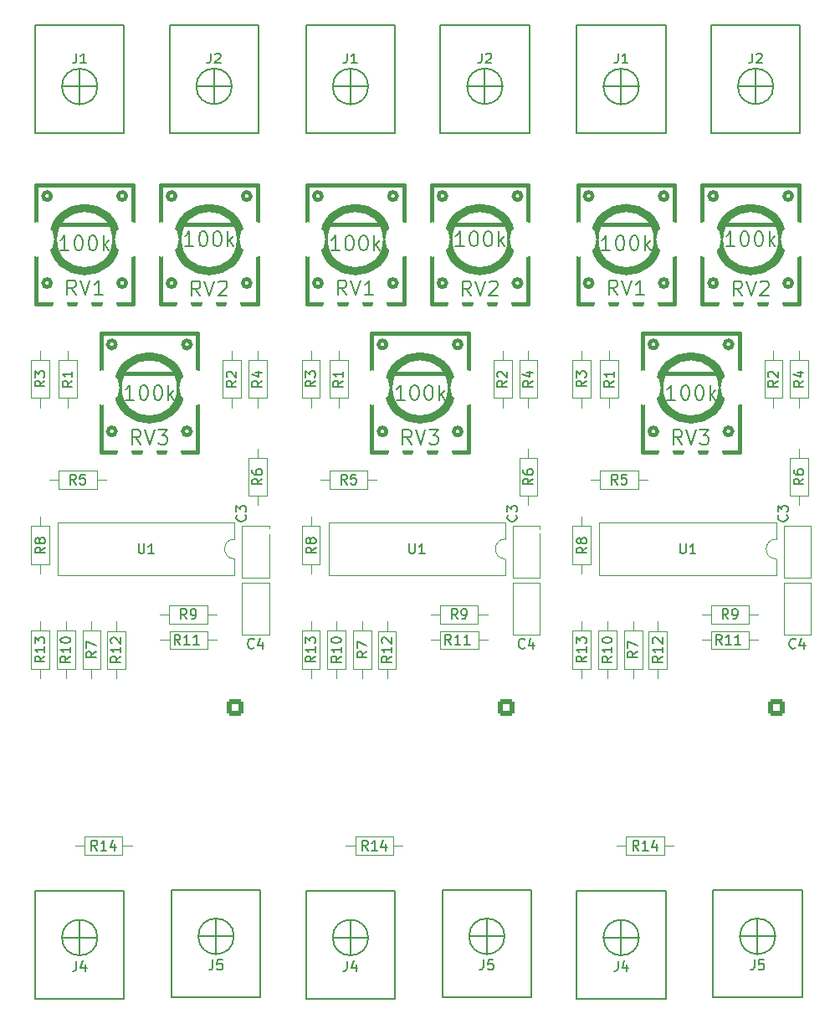
<source format=gto>
%TF.GenerationSoftware,KiCad,Pcbnew,8.0.4-8.0.4-0~ubuntu22.04.1*%
%TF.CreationDate,2024-07-28T20:43:34+02:00*%
%TF.ProjectId,VoltageProcessor_panel,566f6c74-6167-4655-9072-6f636573736f,0.1*%
%TF.SameCoordinates,Original*%
%TF.FileFunction,Legend,Top*%
%TF.FilePolarity,Positive*%
%FSLAX46Y46*%
G04 Gerber Fmt 4.6, Leading zero omitted, Abs format (unit mm)*
G04 Created by KiCad (PCBNEW 8.0.4-8.0.4-0~ubuntu22.04.1) date 2024-07-28 20:43:34*
%MOMM*%
%LPD*%
G01*
G04 APERTURE LIST*
G04 Aperture macros list*
%AMRoundRect*
0 Rectangle with rounded corners*
0 $1 Rounding radius*
0 $2 $3 $4 $5 $6 $7 $8 $9 X,Y pos of 4 corners*
0 Add a 4 corners polygon primitive as box body*
4,1,4,$2,$3,$4,$5,$6,$7,$8,$9,$2,$3,0*
0 Add four circle primitives for the rounded corners*
1,1,$1+$1,$2,$3*
1,1,$1+$1,$4,$5*
1,1,$1+$1,$6,$7*
1,1,$1+$1,$8,$9*
0 Add four rect primitives between the rounded corners*
20,1,$1+$1,$2,$3,$4,$5,0*
20,1,$1+$1,$4,$5,$6,$7,0*
20,1,$1+$1,$6,$7,$8,$9,0*
20,1,$1+$1,$8,$9,$2,$3,0*%
G04 Aperture macros list end*
%ADD10C,0.150000*%
%ADD11C,0.200660*%
%ADD12C,0.120000*%
%ADD13C,0.381000*%
%ADD14C,3.500000*%
%ADD15O,1.500000X2.000000*%
%ADD16C,2.000000*%
%ADD17C,0.500000*%
%ADD18C,1.400000*%
%ADD19O,1.400000X1.400000*%
%ADD20C,1.600000*%
%ADD21R,1.600000X1.600000*%
%ADD22O,1.600000X1.600000*%
%ADD23RoundRect,0.250000X0.600000X0.600000X-0.600000X0.600000X-0.600000X-0.600000X0.600000X-0.600000X0*%
%ADD24C,1.700000*%
G04 APERTURE END LIST*
D10*
X168154819Y-84632857D02*
X167678628Y-84966190D01*
X168154819Y-85204285D02*
X167154819Y-85204285D01*
X167154819Y-85204285D02*
X167154819Y-84823333D01*
X167154819Y-84823333D02*
X167202438Y-84728095D01*
X167202438Y-84728095D02*
X167250057Y-84680476D01*
X167250057Y-84680476D02*
X167345295Y-84632857D01*
X167345295Y-84632857D02*
X167488152Y-84632857D01*
X167488152Y-84632857D02*
X167583390Y-84680476D01*
X167583390Y-84680476D02*
X167631009Y-84728095D01*
X167631009Y-84728095D02*
X167678628Y-84823333D01*
X167678628Y-84823333D02*
X167678628Y-85204285D01*
X168154819Y-83680476D02*
X168154819Y-84251904D01*
X168154819Y-83966190D02*
X167154819Y-83966190D01*
X167154819Y-83966190D02*
X167297676Y-84061428D01*
X167297676Y-84061428D02*
X167392914Y-84156666D01*
X167392914Y-84156666D02*
X167440533Y-84251904D01*
X167154819Y-83061428D02*
X167154819Y-82966190D01*
X167154819Y-82966190D02*
X167202438Y-82870952D01*
X167202438Y-82870952D02*
X167250057Y-82823333D01*
X167250057Y-82823333D02*
X167345295Y-82775714D01*
X167345295Y-82775714D02*
X167535771Y-82728095D01*
X167535771Y-82728095D02*
X167773866Y-82728095D01*
X167773866Y-82728095D02*
X167964342Y-82775714D01*
X167964342Y-82775714D02*
X168059580Y-82823333D01*
X168059580Y-82823333D02*
X168107200Y-82870952D01*
X168107200Y-82870952D02*
X168154819Y-82966190D01*
X168154819Y-82966190D02*
X168154819Y-83061428D01*
X168154819Y-83061428D02*
X168107200Y-83156666D01*
X168107200Y-83156666D02*
X168059580Y-83204285D01*
X168059580Y-83204285D02*
X167964342Y-83251904D01*
X167964342Y-83251904D02*
X167773866Y-83299523D01*
X167773866Y-83299523D02*
X167535771Y-83299523D01*
X167535771Y-83299523D02*
X167345295Y-83251904D01*
X167345295Y-83251904D02*
X167250057Y-83204285D01*
X167250057Y-83204285D02*
X167202438Y-83156666D01*
X167202438Y-83156666D02*
X167154819Y-83061428D01*
D11*
X120456464Y-63219021D02*
X119956084Y-62504193D01*
X119598670Y-63219021D02*
X119598670Y-61717881D01*
X119598670Y-61717881D02*
X120170533Y-61717881D01*
X120170533Y-61717881D02*
X120313498Y-61789364D01*
X120313498Y-61789364D02*
X120384981Y-61860847D01*
X120384981Y-61860847D02*
X120456464Y-62003813D01*
X120456464Y-62003813D02*
X120456464Y-62218261D01*
X120456464Y-62218261D02*
X120384981Y-62361227D01*
X120384981Y-62361227D02*
X120313498Y-62432710D01*
X120313498Y-62432710D02*
X120170533Y-62504193D01*
X120170533Y-62504193D02*
X119598670Y-62504193D01*
X120885361Y-61717881D02*
X121385741Y-63219021D01*
X121385741Y-63219021D02*
X121886121Y-61717881D01*
X122243535Y-61717881D02*
X123172812Y-61717881D01*
X123172812Y-61717881D02*
X122672432Y-62289744D01*
X122672432Y-62289744D02*
X122886881Y-62289744D01*
X122886881Y-62289744D02*
X123029847Y-62361227D01*
X123029847Y-62361227D02*
X123101329Y-62432710D01*
X123101329Y-62432710D02*
X123172812Y-62575676D01*
X123172812Y-62575676D02*
X123172812Y-62933090D01*
X123172812Y-62933090D02*
X123101329Y-63076056D01*
X123101329Y-63076056D02*
X123029847Y-63147539D01*
X123029847Y-63147539D02*
X122886881Y-63219021D01*
X122886881Y-63219021D02*
X122457984Y-63219021D01*
X122457984Y-63219021D02*
X122315018Y-63147539D01*
X122315018Y-63147539D02*
X122243535Y-63076056D01*
X119787635Y-58719021D02*
X118929841Y-58719021D01*
X119358738Y-58719021D02*
X119358738Y-57217881D01*
X119358738Y-57217881D02*
X119215772Y-57432330D01*
X119215772Y-57432330D02*
X119072807Y-57575296D01*
X119072807Y-57575296D02*
X118929841Y-57646779D01*
X120716912Y-57217881D02*
X120859878Y-57217881D01*
X120859878Y-57217881D02*
X121002844Y-57289364D01*
X121002844Y-57289364D02*
X121074327Y-57360847D01*
X121074327Y-57360847D02*
X121145809Y-57503813D01*
X121145809Y-57503813D02*
X121217292Y-57789744D01*
X121217292Y-57789744D02*
X121217292Y-58147159D01*
X121217292Y-58147159D02*
X121145809Y-58433090D01*
X121145809Y-58433090D02*
X121074327Y-58576056D01*
X121074327Y-58576056D02*
X121002844Y-58647539D01*
X121002844Y-58647539D02*
X120859878Y-58719021D01*
X120859878Y-58719021D02*
X120716912Y-58719021D01*
X120716912Y-58719021D02*
X120573947Y-58647539D01*
X120573947Y-58647539D02*
X120502464Y-58576056D01*
X120502464Y-58576056D02*
X120430981Y-58433090D01*
X120430981Y-58433090D02*
X120359498Y-58147159D01*
X120359498Y-58147159D02*
X120359498Y-57789744D01*
X120359498Y-57789744D02*
X120430981Y-57503813D01*
X120430981Y-57503813D02*
X120502464Y-57360847D01*
X120502464Y-57360847D02*
X120573947Y-57289364D01*
X120573947Y-57289364D02*
X120716912Y-57217881D01*
X122146569Y-57217881D02*
X122289535Y-57217881D01*
X122289535Y-57217881D02*
X122432501Y-57289364D01*
X122432501Y-57289364D02*
X122503984Y-57360847D01*
X122503984Y-57360847D02*
X122575466Y-57503813D01*
X122575466Y-57503813D02*
X122646949Y-57789744D01*
X122646949Y-57789744D02*
X122646949Y-58147159D01*
X122646949Y-58147159D02*
X122575466Y-58433090D01*
X122575466Y-58433090D02*
X122503984Y-58576056D01*
X122503984Y-58576056D02*
X122432501Y-58647539D01*
X122432501Y-58647539D02*
X122289535Y-58719021D01*
X122289535Y-58719021D02*
X122146569Y-58719021D01*
X122146569Y-58719021D02*
X122003604Y-58647539D01*
X122003604Y-58647539D02*
X121932121Y-58576056D01*
X121932121Y-58576056D02*
X121860638Y-58433090D01*
X121860638Y-58433090D02*
X121789155Y-58147159D01*
X121789155Y-58147159D02*
X121789155Y-57789744D01*
X121789155Y-57789744D02*
X121860638Y-57503813D01*
X121860638Y-57503813D02*
X121932121Y-57360847D01*
X121932121Y-57360847D02*
X122003604Y-57289364D01*
X122003604Y-57289364D02*
X122146569Y-57217881D01*
X123290295Y-58719021D02*
X123290295Y-57217881D01*
X123433261Y-58147159D02*
X123862158Y-58719021D01*
X123862158Y-57718261D02*
X123290295Y-58290124D01*
D10*
X158459580Y-70366666D02*
X158507200Y-70414285D01*
X158507200Y-70414285D02*
X158554819Y-70557142D01*
X158554819Y-70557142D02*
X158554819Y-70652380D01*
X158554819Y-70652380D02*
X158507200Y-70795237D01*
X158507200Y-70795237D02*
X158411961Y-70890475D01*
X158411961Y-70890475D02*
X158316723Y-70938094D01*
X158316723Y-70938094D02*
X158126247Y-70985713D01*
X158126247Y-70985713D02*
X157983390Y-70985713D01*
X157983390Y-70985713D02*
X157792914Y-70938094D01*
X157792914Y-70938094D02*
X157697676Y-70890475D01*
X157697676Y-70890475D02*
X157602438Y-70795237D01*
X157602438Y-70795237D02*
X157554819Y-70652380D01*
X157554819Y-70652380D02*
X157554819Y-70557142D01*
X157554819Y-70557142D02*
X157602438Y-70414285D01*
X157602438Y-70414285D02*
X157650057Y-70366666D01*
X157554819Y-70033332D02*
X157554819Y-69414285D01*
X157554819Y-69414285D02*
X157935771Y-69747618D01*
X157935771Y-69747618D02*
X157935771Y-69604761D01*
X157935771Y-69604761D02*
X157983390Y-69509523D01*
X157983390Y-69509523D02*
X158031009Y-69461904D01*
X158031009Y-69461904D02*
X158126247Y-69414285D01*
X158126247Y-69414285D02*
X158364342Y-69414285D01*
X158364342Y-69414285D02*
X158459580Y-69461904D01*
X158459580Y-69461904D02*
X158507200Y-69509523D01*
X158507200Y-69509523D02*
X158554819Y-69604761D01*
X158554819Y-69604761D02*
X158554819Y-69890475D01*
X158554819Y-69890475D02*
X158507200Y-69985713D01*
X158507200Y-69985713D02*
X158459580Y-70033332D01*
X127566666Y-23654819D02*
X127566666Y-24369104D01*
X127566666Y-24369104D02*
X127519047Y-24511961D01*
X127519047Y-24511961D02*
X127423809Y-24607200D01*
X127423809Y-24607200D02*
X127280952Y-24654819D01*
X127280952Y-24654819D02*
X127185714Y-24654819D01*
X127995238Y-23750057D02*
X128042857Y-23702438D01*
X128042857Y-23702438D02*
X128138095Y-23654819D01*
X128138095Y-23654819D02*
X128376190Y-23654819D01*
X128376190Y-23654819D02*
X128471428Y-23702438D01*
X128471428Y-23702438D02*
X128519047Y-23750057D01*
X128519047Y-23750057D02*
X128566666Y-23845295D01*
X128566666Y-23845295D02*
X128566666Y-23940533D01*
X128566666Y-23940533D02*
X128519047Y-24083390D01*
X128519047Y-24083390D02*
X127947619Y-24654819D01*
X127947619Y-24654819D02*
X128566666Y-24654819D01*
X131933333Y-83759580D02*
X131885714Y-83807200D01*
X131885714Y-83807200D02*
X131742857Y-83854819D01*
X131742857Y-83854819D02*
X131647619Y-83854819D01*
X131647619Y-83854819D02*
X131504762Y-83807200D01*
X131504762Y-83807200D02*
X131409524Y-83711961D01*
X131409524Y-83711961D02*
X131361905Y-83616723D01*
X131361905Y-83616723D02*
X131314286Y-83426247D01*
X131314286Y-83426247D02*
X131314286Y-83283390D01*
X131314286Y-83283390D02*
X131361905Y-83092914D01*
X131361905Y-83092914D02*
X131409524Y-82997676D01*
X131409524Y-82997676D02*
X131504762Y-82902438D01*
X131504762Y-82902438D02*
X131647619Y-82854819D01*
X131647619Y-82854819D02*
X131742857Y-82854819D01*
X131742857Y-82854819D02*
X131885714Y-82902438D01*
X131885714Y-82902438D02*
X131933333Y-82950057D01*
X132790476Y-83188152D02*
X132790476Y-83854819D01*
X132552381Y-82807200D02*
X132314286Y-83521485D01*
X132314286Y-83521485D02*
X132933333Y-83521485D01*
X138154819Y-56766666D02*
X137678628Y-57099999D01*
X138154819Y-57338094D02*
X137154819Y-57338094D01*
X137154819Y-57338094D02*
X137154819Y-56957142D01*
X137154819Y-56957142D02*
X137202438Y-56861904D01*
X137202438Y-56861904D02*
X137250057Y-56814285D01*
X137250057Y-56814285D02*
X137345295Y-56766666D01*
X137345295Y-56766666D02*
X137488152Y-56766666D01*
X137488152Y-56766666D02*
X137583390Y-56814285D01*
X137583390Y-56814285D02*
X137631009Y-56861904D01*
X137631009Y-56861904D02*
X137678628Y-56957142D01*
X137678628Y-56957142D02*
X137678628Y-57338094D01*
X137154819Y-56433332D02*
X137154819Y-55814285D01*
X137154819Y-55814285D02*
X137535771Y-56147618D01*
X137535771Y-56147618D02*
X137535771Y-56004761D01*
X137535771Y-56004761D02*
X137583390Y-55909523D01*
X137583390Y-55909523D02*
X137631009Y-55861904D01*
X137631009Y-55861904D02*
X137726247Y-55814285D01*
X137726247Y-55814285D02*
X137964342Y-55814285D01*
X137964342Y-55814285D02*
X138059580Y-55861904D01*
X138059580Y-55861904D02*
X138107200Y-55909523D01*
X138107200Y-55909523D02*
X138154819Y-56004761D01*
X138154819Y-56004761D02*
X138154819Y-56290475D01*
X138154819Y-56290475D02*
X138107200Y-56385713D01*
X138107200Y-56385713D02*
X138059580Y-56433332D01*
X120253095Y-73234819D02*
X120253095Y-74044342D01*
X120253095Y-74044342D02*
X120300714Y-74139580D01*
X120300714Y-74139580D02*
X120348333Y-74187200D01*
X120348333Y-74187200D02*
X120443571Y-74234819D01*
X120443571Y-74234819D02*
X120634047Y-74234819D01*
X120634047Y-74234819D02*
X120729285Y-74187200D01*
X120729285Y-74187200D02*
X120776904Y-74139580D01*
X120776904Y-74139580D02*
X120824523Y-74044342D01*
X120824523Y-74044342D02*
X120824523Y-73234819D01*
X121824523Y-74234819D02*
X121253095Y-74234819D01*
X121538809Y-74234819D02*
X121538809Y-73234819D01*
X121538809Y-73234819D02*
X121443571Y-73377676D01*
X121443571Y-73377676D02*
X121348333Y-73472914D01*
X121348333Y-73472914D02*
X121253095Y-73520533D01*
X168354819Y-56776666D02*
X167878628Y-57109999D01*
X168354819Y-57348094D02*
X167354819Y-57348094D01*
X167354819Y-57348094D02*
X167354819Y-56967142D01*
X167354819Y-56967142D02*
X167402438Y-56871904D01*
X167402438Y-56871904D02*
X167450057Y-56824285D01*
X167450057Y-56824285D02*
X167545295Y-56776666D01*
X167545295Y-56776666D02*
X167688152Y-56776666D01*
X167688152Y-56776666D02*
X167783390Y-56824285D01*
X167783390Y-56824285D02*
X167831009Y-56871904D01*
X167831009Y-56871904D02*
X167878628Y-56967142D01*
X167878628Y-56967142D02*
X167878628Y-57348094D01*
X168354819Y-55824285D02*
X168354819Y-56395713D01*
X168354819Y-56109999D02*
X167354819Y-56109999D01*
X167354819Y-56109999D02*
X167497676Y-56205237D01*
X167497676Y-56205237D02*
X167592914Y-56300475D01*
X167592914Y-56300475D02*
X167640533Y-56395713D01*
D11*
X181306464Y-48184021D02*
X180806084Y-47469193D01*
X180448670Y-48184021D02*
X180448670Y-46682881D01*
X180448670Y-46682881D02*
X181020533Y-46682881D01*
X181020533Y-46682881D02*
X181163498Y-46754364D01*
X181163498Y-46754364D02*
X181234981Y-46825847D01*
X181234981Y-46825847D02*
X181306464Y-46968813D01*
X181306464Y-46968813D02*
X181306464Y-47183261D01*
X181306464Y-47183261D02*
X181234981Y-47326227D01*
X181234981Y-47326227D02*
X181163498Y-47397710D01*
X181163498Y-47397710D02*
X181020533Y-47469193D01*
X181020533Y-47469193D02*
X180448670Y-47469193D01*
X181735361Y-46682881D02*
X182235741Y-48184021D01*
X182235741Y-48184021D02*
X182736121Y-46682881D01*
X183165018Y-46825847D02*
X183236501Y-46754364D01*
X183236501Y-46754364D02*
X183379467Y-46682881D01*
X183379467Y-46682881D02*
X183736881Y-46682881D01*
X183736881Y-46682881D02*
X183879847Y-46754364D01*
X183879847Y-46754364D02*
X183951329Y-46825847D01*
X183951329Y-46825847D02*
X184022812Y-46968813D01*
X184022812Y-46968813D02*
X184022812Y-47111779D01*
X184022812Y-47111779D02*
X183951329Y-47326227D01*
X183951329Y-47326227D02*
X183093535Y-48184021D01*
X183093535Y-48184021D02*
X184022812Y-48184021D01*
X180591635Y-43184021D02*
X179733841Y-43184021D01*
X180162738Y-43184021D02*
X180162738Y-41682881D01*
X180162738Y-41682881D02*
X180019772Y-41897330D01*
X180019772Y-41897330D02*
X179876807Y-42040296D01*
X179876807Y-42040296D02*
X179733841Y-42111779D01*
X181520912Y-41682881D02*
X181663878Y-41682881D01*
X181663878Y-41682881D02*
X181806844Y-41754364D01*
X181806844Y-41754364D02*
X181878327Y-41825847D01*
X181878327Y-41825847D02*
X181949809Y-41968813D01*
X181949809Y-41968813D02*
X182021292Y-42254744D01*
X182021292Y-42254744D02*
X182021292Y-42612159D01*
X182021292Y-42612159D02*
X181949809Y-42898090D01*
X181949809Y-42898090D02*
X181878327Y-43041056D01*
X181878327Y-43041056D02*
X181806844Y-43112539D01*
X181806844Y-43112539D02*
X181663878Y-43184021D01*
X181663878Y-43184021D02*
X181520912Y-43184021D01*
X181520912Y-43184021D02*
X181377947Y-43112539D01*
X181377947Y-43112539D02*
X181306464Y-43041056D01*
X181306464Y-43041056D02*
X181234981Y-42898090D01*
X181234981Y-42898090D02*
X181163498Y-42612159D01*
X181163498Y-42612159D02*
X181163498Y-42254744D01*
X181163498Y-42254744D02*
X181234981Y-41968813D01*
X181234981Y-41968813D02*
X181306464Y-41825847D01*
X181306464Y-41825847D02*
X181377947Y-41754364D01*
X181377947Y-41754364D02*
X181520912Y-41682881D01*
X182950569Y-41682881D02*
X183093535Y-41682881D01*
X183093535Y-41682881D02*
X183236501Y-41754364D01*
X183236501Y-41754364D02*
X183307984Y-41825847D01*
X183307984Y-41825847D02*
X183379466Y-41968813D01*
X183379466Y-41968813D02*
X183450949Y-42254744D01*
X183450949Y-42254744D02*
X183450949Y-42612159D01*
X183450949Y-42612159D02*
X183379466Y-42898090D01*
X183379466Y-42898090D02*
X183307984Y-43041056D01*
X183307984Y-43041056D02*
X183236501Y-43112539D01*
X183236501Y-43112539D02*
X183093535Y-43184021D01*
X183093535Y-43184021D02*
X182950569Y-43184021D01*
X182950569Y-43184021D02*
X182807604Y-43112539D01*
X182807604Y-43112539D02*
X182736121Y-43041056D01*
X182736121Y-43041056D02*
X182664638Y-42898090D01*
X182664638Y-42898090D02*
X182593155Y-42612159D01*
X182593155Y-42612159D02*
X182593155Y-42254744D01*
X182593155Y-42254744D02*
X182664638Y-41968813D01*
X182664638Y-41968813D02*
X182736121Y-41825847D01*
X182736121Y-41825847D02*
X182807604Y-41754364D01*
X182807604Y-41754364D02*
X182950569Y-41682881D01*
X184094295Y-43184021D02*
X184094295Y-41682881D01*
X184237261Y-42612159D02*
X184666158Y-43184021D01*
X184666158Y-42183261D02*
X184094295Y-42755124D01*
D10*
X116067142Y-104254819D02*
X115733809Y-103778628D01*
X115495714Y-104254819D02*
X115495714Y-103254819D01*
X115495714Y-103254819D02*
X115876666Y-103254819D01*
X115876666Y-103254819D02*
X115971904Y-103302438D01*
X115971904Y-103302438D02*
X116019523Y-103350057D01*
X116019523Y-103350057D02*
X116067142Y-103445295D01*
X116067142Y-103445295D02*
X116067142Y-103588152D01*
X116067142Y-103588152D02*
X116019523Y-103683390D01*
X116019523Y-103683390D02*
X115971904Y-103731009D01*
X115971904Y-103731009D02*
X115876666Y-103778628D01*
X115876666Y-103778628D02*
X115495714Y-103778628D01*
X117019523Y-104254819D02*
X116448095Y-104254819D01*
X116733809Y-104254819D02*
X116733809Y-103254819D01*
X116733809Y-103254819D02*
X116638571Y-103397676D01*
X116638571Y-103397676D02*
X116543333Y-103492914D01*
X116543333Y-103492914D02*
X116448095Y-103540533D01*
X117876666Y-103588152D02*
X117876666Y-104254819D01*
X117638571Y-103207200D02*
X117400476Y-103921485D01*
X117400476Y-103921485D02*
X118019523Y-103921485D01*
X145854819Y-84642857D02*
X145378628Y-84976190D01*
X145854819Y-85214285D02*
X144854819Y-85214285D01*
X144854819Y-85214285D02*
X144854819Y-84833333D01*
X144854819Y-84833333D02*
X144902438Y-84738095D01*
X144902438Y-84738095D02*
X144950057Y-84690476D01*
X144950057Y-84690476D02*
X145045295Y-84642857D01*
X145045295Y-84642857D02*
X145188152Y-84642857D01*
X145188152Y-84642857D02*
X145283390Y-84690476D01*
X145283390Y-84690476D02*
X145331009Y-84738095D01*
X145331009Y-84738095D02*
X145378628Y-84833333D01*
X145378628Y-84833333D02*
X145378628Y-85214285D01*
X145854819Y-83690476D02*
X145854819Y-84261904D01*
X145854819Y-83976190D02*
X144854819Y-83976190D01*
X144854819Y-83976190D02*
X144997676Y-84071428D01*
X144997676Y-84071428D02*
X145092914Y-84166666D01*
X145092914Y-84166666D02*
X145140533Y-84261904D01*
X144950057Y-83309523D02*
X144902438Y-83261904D01*
X144902438Y-83261904D02*
X144854819Y-83166666D01*
X144854819Y-83166666D02*
X144854819Y-82928571D01*
X144854819Y-82928571D02*
X144902438Y-82833333D01*
X144902438Y-82833333D02*
X144950057Y-82785714D01*
X144950057Y-82785714D02*
X145045295Y-82738095D01*
X145045295Y-82738095D02*
X145140533Y-82738095D01*
X145140533Y-82738095D02*
X145283390Y-82785714D01*
X145283390Y-82785714D02*
X145854819Y-83357142D01*
X145854819Y-83357142D02*
X145854819Y-82738095D01*
X157554819Y-56776666D02*
X157078628Y-57109999D01*
X157554819Y-57348094D02*
X156554819Y-57348094D01*
X156554819Y-57348094D02*
X156554819Y-56967142D01*
X156554819Y-56967142D02*
X156602438Y-56871904D01*
X156602438Y-56871904D02*
X156650057Y-56824285D01*
X156650057Y-56824285D02*
X156745295Y-56776666D01*
X156745295Y-56776666D02*
X156888152Y-56776666D01*
X156888152Y-56776666D02*
X156983390Y-56824285D01*
X156983390Y-56824285D02*
X157031009Y-56871904D01*
X157031009Y-56871904D02*
X157078628Y-56967142D01*
X157078628Y-56967142D02*
X157078628Y-57348094D01*
X156650057Y-56395713D02*
X156602438Y-56348094D01*
X156602438Y-56348094D02*
X156554819Y-56252856D01*
X156554819Y-56252856D02*
X156554819Y-56014761D01*
X156554819Y-56014761D02*
X156602438Y-55919523D01*
X156602438Y-55919523D02*
X156650057Y-55871904D01*
X156650057Y-55871904D02*
X156745295Y-55824285D01*
X156745295Y-55824285D02*
X156840533Y-55824285D01*
X156840533Y-55824285D02*
X156983390Y-55871904D01*
X156983390Y-55871904D02*
X157554819Y-56443332D01*
X157554819Y-56443332D02*
X157554819Y-55824285D01*
X141366666Y-23654819D02*
X141366666Y-24369104D01*
X141366666Y-24369104D02*
X141319047Y-24511961D01*
X141319047Y-24511961D02*
X141223809Y-24607200D01*
X141223809Y-24607200D02*
X141080952Y-24654819D01*
X141080952Y-24654819D02*
X140985714Y-24654819D01*
X142366666Y-24654819D02*
X141795238Y-24654819D01*
X142080952Y-24654819D02*
X142080952Y-23654819D01*
X142080952Y-23654819D02*
X141985714Y-23797676D01*
X141985714Y-23797676D02*
X141890476Y-23892914D01*
X141890476Y-23892914D02*
X141795238Y-23940533D01*
X113354819Y-84632857D02*
X112878628Y-84966190D01*
X113354819Y-85204285D02*
X112354819Y-85204285D01*
X112354819Y-85204285D02*
X112354819Y-84823333D01*
X112354819Y-84823333D02*
X112402438Y-84728095D01*
X112402438Y-84728095D02*
X112450057Y-84680476D01*
X112450057Y-84680476D02*
X112545295Y-84632857D01*
X112545295Y-84632857D02*
X112688152Y-84632857D01*
X112688152Y-84632857D02*
X112783390Y-84680476D01*
X112783390Y-84680476D02*
X112831009Y-84728095D01*
X112831009Y-84728095D02*
X112878628Y-84823333D01*
X112878628Y-84823333D02*
X112878628Y-85204285D01*
X113354819Y-83680476D02*
X113354819Y-84251904D01*
X113354819Y-83966190D02*
X112354819Y-83966190D01*
X112354819Y-83966190D02*
X112497676Y-84061428D01*
X112497676Y-84061428D02*
X112592914Y-84156666D01*
X112592914Y-84156666D02*
X112640533Y-84251904D01*
X112354819Y-83061428D02*
X112354819Y-82966190D01*
X112354819Y-82966190D02*
X112402438Y-82870952D01*
X112402438Y-82870952D02*
X112450057Y-82823333D01*
X112450057Y-82823333D02*
X112545295Y-82775714D01*
X112545295Y-82775714D02*
X112735771Y-82728095D01*
X112735771Y-82728095D02*
X112973866Y-82728095D01*
X112973866Y-82728095D02*
X113164342Y-82775714D01*
X113164342Y-82775714D02*
X113259580Y-82823333D01*
X113259580Y-82823333D02*
X113307200Y-82870952D01*
X113307200Y-82870952D02*
X113354819Y-82966190D01*
X113354819Y-82966190D02*
X113354819Y-83061428D01*
X113354819Y-83061428D02*
X113307200Y-83156666D01*
X113307200Y-83156666D02*
X113259580Y-83204285D01*
X113259580Y-83204285D02*
X113164342Y-83251904D01*
X113164342Y-83251904D02*
X112973866Y-83299523D01*
X112973866Y-83299523D02*
X112735771Y-83299523D01*
X112735771Y-83299523D02*
X112545295Y-83251904D01*
X112545295Y-83251904D02*
X112450057Y-83204285D01*
X112450057Y-83204285D02*
X112402438Y-83156666D01*
X112402438Y-83156666D02*
X112354819Y-83061428D01*
X130154819Y-56776666D02*
X129678628Y-57109999D01*
X130154819Y-57348094D02*
X129154819Y-57348094D01*
X129154819Y-57348094D02*
X129154819Y-56967142D01*
X129154819Y-56967142D02*
X129202438Y-56871904D01*
X129202438Y-56871904D02*
X129250057Y-56824285D01*
X129250057Y-56824285D02*
X129345295Y-56776666D01*
X129345295Y-56776666D02*
X129488152Y-56776666D01*
X129488152Y-56776666D02*
X129583390Y-56824285D01*
X129583390Y-56824285D02*
X129631009Y-56871904D01*
X129631009Y-56871904D02*
X129678628Y-56967142D01*
X129678628Y-56967142D02*
X129678628Y-57348094D01*
X129250057Y-56395713D02*
X129202438Y-56348094D01*
X129202438Y-56348094D02*
X129154819Y-56252856D01*
X129154819Y-56252856D02*
X129154819Y-56014761D01*
X129154819Y-56014761D02*
X129202438Y-55919523D01*
X129202438Y-55919523D02*
X129250057Y-55871904D01*
X129250057Y-55871904D02*
X129345295Y-55824285D01*
X129345295Y-55824285D02*
X129440533Y-55824285D01*
X129440533Y-55824285D02*
X129583390Y-55871904D01*
X129583390Y-55871904D02*
X130154819Y-56443332D01*
X130154819Y-56443332D02*
X130154819Y-55824285D01*
X124477142Y-83454819D02*
X124143809Y-82978628D01*
X123905714Y-83454819D02*
X123905714Y-82454819D01*
X123905714Y-82454819D02*
X124286666Y-82454819D01*
X124286666Y-82454819D02*
X124381904Y-82502438D01*
X124381904Y-82502438D02*
X124429523Y-82550057D01*
X124429523Y-82550057D02*
X124477142Y-82645295D01*
X124477142Y-82645295D02*
X124477142Y-82788152D01*
X124477142Y-82788152D02*
X124429523Y-82883390D01*
X124429523Y-82883390D02*
X124381904Y-82931009D01*
X124381904Y-82931009D02*
X124286666Y-82978628D01*
X124286666Y-82978628D02*
X123905714Y-82978628D01*
X125429523Y-83454819D02*
X124858095Y-83454819D01*
X125143809Y-83454819D02*
X125143809Y-82454819D01*
X125143809Y-82454819D02*
X125048571Y-82597676D01*
X125048571Y-82597676D02*
X124953333Y-82692914D01*
X124953333Y-82692914D02*
X124858095Y-82740533D01*
X126381904Y-83454819D02*
X125810476Y-83454819D01*
X126096190Y-83454819D02*
X126096190Y-82454819D01*
X126096190Y-82454819D02*
X126000952Y-82597676D01*
X126000952Y-82597676D02*
X125905714Y-82692914D01*
X125905714Y-82692914D02*
X125810476Y-82740533D01*
X170754819Y-84156666D02*
X170278628Y-84489999D01*
X170754819Y-84728094D02*
X169754819Y-84728094D01*
X169754819Y-84728094D02*
X169754819Y-84347142D01*
X169754819Y-84347142D02*
X169802438Y-84251904D01*
X169802438Y-84251904D02*
X169850057Y-84204285D01*
X169850057Y-84204285D02*
X169945295Y-84156666D01*
X169945295Y-84156666D02*
X170088152Y-84156666D01*
X170088152Y-84156666D02*
X170183390Y-84204285D01*
X170183390Y-84204285D02*
X170231009Y-84251904D01*
X170231009Y-84251904D02*
X170278628Y-84347142D01*
X170278628Y-84347142D02*
X170278628Y-84728094D01*
X169754819Y-83823332D02*
X169754819Y-83156666D01*
X169754819Y-83156666D02*
X170754819Y-83585237D01*
D11*
X147856464Y-63219021D02*
X147356084Y-62504193D01*
X146998670Y-63219021D02*
X146998670Y-61717881D01*
X146998670Y-61717881D02*
X147570533Y-61717881D01*
X147570533Y-61717881D02*
X147713498Y-61789364D01*
X147713498Y-61789364D02*
X147784981Y-61860847D01*
X147784981Y-61860847D02*
X147856464Y-62003813D01*
X147856464Y-62003813D02*
X147856464Y-62218261D01*
X147856464Y-62218261D02*
X147784981Y-62361227D01*
X147784981Y-62361227D02*
X147713498Y-62432710D01*
X147713498Y-62432710D02*
X147570533Y-62504193D01*
X147570533Y-62504193D02*
X146998670Y-62504193D01*
X148285361Y-61717881D02*
X148785741Y-63219021D01*
X148785741Y-63219021D02*
X149286121Y-61717881D01*
X149643535Y-61717881D02*
X150572812Y-61717881D01*
X150572812Y-61717881D02*
X150072432Y-62289744D01*
X150072432Y-62289744D02*
X150286881Y-62289744D01*
X150286881Y-62289744D02*
X150429847Y-62361227D01*
X150429847Y-62361227D02*
X150501329Y-62432710D01*
X150501329Y-62432710D02*
X150572812Y-62575676D01*
X150572812Y-62575676D02*
X150572812Y-62933090D01*
X150572812Y-62933090D02*
X150501329Y-63076056D01*
X150501329Y-63076056D02*
X150429847Y-63147539D01*
X150429847Y-63147539D02*
X150286881Y-63219021D01*
X150286881Y-63219021D02*
X149857984Y-63219021D01*
X149857984Y-63219021D02*
X149715018Y-63147539D01*
X149715018Y-63147539D02*
X149643535Y-63076056D01*
X147187635Y-58719021D02*
X146329841Y-58719021D01*
X146758738Y-58719021D02*
X146758738Y-57217881D01*
X146758738Y-57217881D02*
X146615772Y-57432330D01*
X146615772Y-57432330D02*
X146472807Y-57575296D01*
X146472807Y-57575296D02*
X146329841Y-57646779D01*
X148116912Y-57217881D02*
X148259878Y-57217881D01*
X148259878Y-57217881D02*
X148402844Y-57289364D01*
X148402844Y-57289364D02*
X148474327Y-57360847D01*
X148474327Y-57360847D02*
X148545809Y-57503813D01*
X148545809Y-57503813D02*
X148617292Y-57789744D01*
X148617292Y-57789744D02*
X148617292Y-58147159D01*
X148617292Y-58147159D02*
X148545809Y-58433090D01*
X148545809Y-58433090D02*
X148474327Y-58576056D01*
X148474327Y-58576056D02*
X148402844Y-58647539D01*
X148402844Y-58647539D02*
X148259878Y-58719021D01*
X148259878Y-58719021D02*
X148116912Y-58719021D01*
X148116912Y-58719021D02*
X147973947Y-58647539D01*
X147973947Y-58647539D02*
X147902464Y-58576056D01*
X147902464Y-58576056D02*
X147830981Y-58433090D01*
X147830981Y-58433090D02*
X147759498Y-58147159D01*
X147759498Y-58147159D02*
X147759498Y-57789744D01*
X147759498Y-57789744D02*
X147830981Y-57503813D01*
X147830981Y-57503813D02*
X147902464Y-57360847D01*
X147902464Y-57360847D02*
X147973947Y-57289364D01*
X147973947Y-57289364D02*
X148116912Y-57217881D01*
X149546569Y-57217881D02*
X149689535Y-57217881D01*
X149689535Y-57217881D02*
X149832501Y-57289364D01*
X149832501Y-57289364D02*
X149903984Y-57360847D01*
X149903984Y-57360847D02*
X149975466Y-57503813D01*
X149975466Y-57503813D02*
X150046949Y-57789744D01*
X150046949Y-57789744D02*
X150046949Y-58147159D01*
X150046949Y-58147159D02*
X149975466Y-58433090D01*
X149975466Y-58433090D02*
X149903984Y-58576056D01*
X149903984Y-58576056D02*
X149832501Y-58647539D01*
X149832501Y-58647539D02*
X149689535Y-58719021D01*
X149689535Y-58719021D02*
X149546569Y-58719021D01*
X149546569Y-58719021D02*
X149403604Y-58647539D01*
X149403604Y-58647539D02*
X149332121Y-58576056D01*
X149332121Y-58576056D02*
X149260638Y-58433090D01*
X149260638Y-58433090D02*
X149189155Y-58147159D01*
X149189155Y-58147159D02*
X149189155Y-57789744D01*
X149189155Y-57789744D02*
X149260638Y-57503813D01*
X149260638Y-57503813D02*
X149332121Y-57360847D01*
X149332121Y-57360847D02*
X149403604Y-57289364D01*
X149403604Y-57289364D02*
X149546569Y-57217881D01*
X150690295Y-58719021D02*
X150690295Y-57217881D01*
X150833261Y-58147159D02*
X151262158Y-58719021D01*
X151262158Y-57718261D02*
X150690295Y-58290124D01*
D10*
X179277142Y-83454819D02*
X178943809Y-82978628D01*
X178705714Y-83454819D02*
X178705714Y-82454819D01*
X178705714Y-82454819D02*
X179086666Y-82454819D01*
X179086666Y-82454819D02*
X179181904Y-82502438D01*
X179181904Y-82502438D02*
X179229523Y-82550057D01*
X179229523Y-82550057D02*
X179277142Y-82645295D01*
X179277142Y-82645295D02*
X179277142Y-82788152D01*
X179277142Y-82788152D02*
X179229523Y-82883390D01*
X179229523Y-82883390D02*
X179181904Y-82931009D01*
X179181904Y-82931009D02*
X179086666Y-82978628D01*
X179086666Y-82978628D02*
X178705714Y-82978628D01*
X180229523Y-83454819D02*
X179658095Y-83454819D01*
X179943809Y-83454819D02*
X179943809Y-82454819D01*
X179943809Y-82454819D02*
X179848571Y-82597676D01*
X179848571Y-82597676D02*
X179753333Y-82692914D01*
X179753333Y-82692914D02*
X179658095Y-82740533D01*
X181181904Y-83454819D02*
X180610476Y-83454819D01*
X180896190Y-83454819D02*
X180896190Y-82454819D01*
X180896190Y-82454819D02*
X180800952Y-82597676D01*
X180800952Y-82597676D02*
X180705714Y-82692914D01*
X180705714Y-82692914D02*
X180610476Y-82740533D01*
X173254819Y-84642857D02*
X172778628Y-84976190D01*
X173254819Y-85214285D02*
X172254819Y-85214285D01*
X172254819Y-85214285D02*
X172254819Y-84833333D01*
X172254819Y-84833333D02*
X172302438Y-84738095D01*
X172302438Y-84738095D02*
X172350057Y-84690476D01*
X172350057Y-84690476D02*
X172445295Y-84642857D01*
X172445295Y-84642857D02*
X172588152Y-84642857D01*
X172588152Y-84642857D02*
X172683390Y-84690476D01*
X172683390Y-84690476D02*
X172731009Y-84738095D01*
X172731009Y-84738095D02*
X172778628Y-84833333D01*
X172778628Y-84833333D02*
X172778628Y-85214285D01*
X173254819Y-83690476D02*
X173254819Y-84261904D01*
X173254819Y-83976190D02*
X172254819Y-83976190D01*
X172254819Y-83976190D02*
X172397676Y-84071428D01*
X172397676Y-84071428D02*
X172492914Y-84166666D01*
X172492914Y-84166666D02*
X172540533Y-84261904D01*
X172350057Y-83309523D02*
X172302438Y-83261904D01*
X172302438Y-83261904D02*
X172254819Y-83166666D01*
X172254819Y-83166666D02*
X172254819Y-82928571D01*
X172254819Y-82928571D02*
X172302438Y-82833333D01*
X172302438Y-82833333D02*
X172350057Y-82785714D01*
X172350057Y-82785714D02*
X172445295Y-82738095D01*
X172445295Y-82738095D02*
X172540533Y-82738095D01*
X172540533Y-82738095D02*
X172683390Y-82785714D01*
X172683390Y-82785714D02*
X173254819Y-83357142D01*
X173254819Y-83357142D02*
X173254819Y-82738095D01*
D11*
X126506464Y-48184021D02*
X126006084Y-47469193D01*
X125648670Y-48184021D02*
X125648670Y-46682881D01*
X125648670Y-46682881D02*
X126220533Y-46682881D01*
X126220533Y-46682881D02*
X126363498Y-46754364D01*
X126363498Y-46754364D02*
X126434981Y-46825847D01*
X126434981Y-46825847D02*
X126506464Y-46968813D01*
X126506464Y-46968813D02*
X126506464Y-47183261D01*
X126506464Y-47183261D02*
X126434981Y-47326227D01*
X126434981Y-47326227D02*
X126363498Y-47397710D01*
X126363498Y-47397710D02*
X126220533Y-47469193D01*
X126220533Y-47469193D02*
X125648670Y-47469193D01*
X126935361Y-46682881D02*
X127435741Y-48184021D01*
X127435741Y-48184021D02*
X127936121Y-46682881D01*
X128365018Y-46825847D02*
X128436501Y-46754364D01*
X128436501Y-46754364D02*
X128579467Y-46682881D01*
X128579467Y-46682881D02*
X128936881Y-46682881D01*
X128936881Y-46682881D02*
X129079847Y-46754364D01*
X129079847Y-46754364D02*
X129151329Y-46825847D01*
X129151329Y-46825847D02*
X129222812Y-46968813D01*
X129222812Y-46968813D02*
X129222812Y-47111779D01*
X129222812Y-47111779D02*
X129151329Y-47326227D01*
X129151329Y-47326227D02*
X128293535Y-48184021D01*
X128293535Y-48184021D02*
X129222812Y-48184021D01*
X125791635Y-43184021D02*
X124933841Y-43184021D01*
X125362738Y-43184021D02*
X125362738Y-41682881D01*
X125362738Y-41682881D02*
X125219772Y-41897330D01*
X125219772Y-41897330D02*
X125076807Y-42040296D01*
X125076807Y-42040296D02*
X124933841Y-42111779D01*
X126720912Y-41682881D02*
X126863878Y-41682881D01*
X126863878Y-41682881D02*
X127006844Y-41754364D01*
X127006844Y-41754364D02*
X127078327Y-41825847D01*
X127078327Y-41825847D02*
X127149809Y-41968813D01*
X127149809Y-41968813D02*
X127221292Y-42254744D01*
X127221292Y-42254744D02*
X127221292Y-42612159D01*
X127221292Y-42612159D02*
X127149809Y-42898090D01*
X127149809Y-42898090D02*
X127078327Y-43041056D01*
X127078327Y-43041056D02*
X127006844Y-43112539D01*
X127006844Y-43112539D02*
X126863878Y-43184021D01*
X126863878Y-43184021D02*
X126720912Y-43184021D01*
X126720912Y-43184021D02*
X126577947Y-43112539D01*
X126577947Y-43112539D02*
X126506464Y-43041056D01*
X126506464Y-43041056D02*
X126434981Y-42898090D01*
X126434981Y-42898090D02*
X126363498Y-42612159D01*
X126363498Y-42612159D02*
X126363498Y-42254744D01*
X126363498Y-42254744D02*
X126434981Y-41968813D01*
X126434981Y-41968813D02*
X126506464Y-41825847D01*
X126506464Y-41825847D02*
X126577947Y-41754364D01*
X126577947Y-41754364D02*
X126720912Y-41682881D01*
X128150569Y-41682881D02*
X128293535Y-41682881D01*
X128293535Y-41682881D02*
X128436501Y-41754364D01*
X128436501Y-41754364D02*
X128507984Y-41825847D01*
X128507984Y-41825847D02*
X128579466Y-41968813D01*
X128579466Y-41968813D02*
X128650949Y-42254744D01*
X128650949Y-42254744D02*
X128650949Y-42612159D01*
X128650949Y-42612159D02*
X128579466Y-42898090D01*
X128579466Y-42898090D02*
X128507984Y-43041056D01*
X128507984Y-43041056D02*
X128436501Y-43112539D01*
X128436501Y-43112539D02*
X128293535Y-43184021D01*
X128293535Y-43184021D02*
X128150569Y-43184021D01*
X128150569Y-43184021D02*
X128007604Y-43112539D01*
X128007604Y-43112539D02*
X127936121Y-43041056D01*
X127936121Y-43041056D02*
X127864638Y-42898090D01*
X127864638Y-42898090D02*
X127793155Y-42612159D01*
X127793155Y-42612159D02*
X127793155Y-42254744D01*
X127793155Y-42254744D02*
X127864638Y-41968813D01*
X127864638Y-41968813D02*
X127936121Y-41825847D01*
X127936121Y-41825847D02*
X128007604Y-41754364D01*
X128007604Y-41754364D02*
X128150569Y-41682881D01*
X129294295Y-43184021D02*
X129294295Y-41682881D01*
X129437261Y-42612159D02*
X129866158Y-43184021D01*
X129866158Y-42183261D02*
X129294295Y-42755124D01*
D10*
X115954819Y-84156666D02*
X115478628Y-84489999D01*
X115954819Y-84728094D02*
X114954819Y-84728094D01*
X114954819Y-84728094D02*
X114954819Y-84347142D01*
X114954819Y-84347142D02*
X115002438Y-84251904D01*
X115002438Y-84251904D02*
X115050057Y-84204285D01*
X115050057Y-84204285D02*
X115145295Y-84156666D01*
X115145295Y-84156666D02*
X115288152Y-84156666D01*
X115288152Y-84156666D02*
X115383390Y-84204285D01*
X115383390Y-84204285D02*
X115431009Y-84251904D01*
X115431009Y-84251904D02*
X115478628Y-84347142D01*
X115478628Y-84347142D02*
X115478628Y-84728094D01*
X114954819Y-83823332D02*
X114954819Y-83156666D01*
X114954819Y-83156666D02*
X115954819Y-83585237D01*
X184954819Y-56776666D02*
X184478628Y-57109999D01*
X184954819Y-57348094D02*
X183954819Y-57348094D01*
X183954819Y-57348094D02*
X183954819Y-56967142D01*
X183954819Y-56967142D02*
X184002438Y-56871904D01*
X184002438Y-56871904D02*
X184050057Y-56824285D01*
X184050057Y-56824285D02*
X184145295Y-56776666D01*
X184145295Y-56776666D02*
X184288152Y-56776666D01*
X184288152Y-56776666D02*
X184383390Y-56824285D01*
X184383390Y-56824285D02*
X184431009Y-56871904D01*
X184431009Y-56871904D02*
X184478628Y-56967142D01*
X184478628Y-56967142D02*
X184478628Y-57348094D01*
X184050057Y-56395713D02*
X184002438Y-56348094D01*
X184002438Y-56348094D02*
X183954819Y-56252856D01*
X183954819Y-56252856D02*
X183954819Y-56014761D01*
X183954819Y-56014761D02*
X184002438Y-55919523D01*
X184002438Y-55919523D02*
X184050057Y-55871904D01*
X184050057Y-55871904D02*
X184145295Y-55824285D01*
X184145295Y-55824285D02*
X184240533Y-55824285D01*
X184240533Y-55824285D02*
X184383390Y-55871904D01*
X184383390Y-55871904D02*
X184954819Y-56443332D01*
X184954819Y-56443332D02*
X184954819Y-55824285D01*
X140754819Y-84632857D02*
X140278628Y-84966190D01*
X140754819Y-85204285D02*
X139754819Y-85204285D01*
X139754819Y-85204285D02*
X139754819Y-84823333D01*
X139754819Y-84823333D02*
X139802438Y-84728095D01*
X139802438Y-84728095D02*
X139850057Y-84680476D01*
X139850057Y-84680476D02*
X139945295Y-84632857D01*
X139945295Y-84632857D02*
X140088152Y-84632857D01*
X140088152Y-84632857D02*
X140183390Y-84680476D01*
X140183390Y-84680476D02*
X140231009Y-84728095D01*
X140231009Y-84728095D02*
X140278628Y-84823333D01*
X140278628Y-84823333D02*
X140278628Y-85204285D01*
X140754819Y-83680476D02*
X140754819Y-84251904D01*
X140754819Y-83966190D02*
X139754819Y-83966190D01*
X139754819Y-83966190D02*
X139897676Y-84061428D01*
X139897676Y-84061428D02*
X139992914Y-84156666D01*
X139992914Y-84156666D02*
X140040533Y-84251904D01*
X139754819Y-83061428D02*
X139754819Y-82966190D01*
X139754819Y-82966190D02*
X139802438Y-82870952D01*
X139802438Y-82870952D02*
X139850057Y-82823333D01*
X139850057Y-82823333D02*
X139945295Y-82775714D01*
X139945295Y-82775714D02*
X140135771Y-82728095D01*
X140135771Y-82728095D02*
X140373866Y-82728095D01*
X140373866Y-82728095D02*
X140564342Y-82775714D01*
X140564342Y-82775714D02*
X140659580Y-82823333D01*
X140659580Y-82823333D02*
X140707200Y-82870952D01*
X140707200Y-82870952D02*
X140754819Y-82966190D01*
X140754819Y-82966190D02*
X140754819Y-83061428D01*
X140754819Y-83061428D02*
X140707200Y-83156666D01*
X140707200Y-83156666D02*
X140659580Y-83204285D01*
X140659580Y-83204285D02*
X140564342Y-83251904D01*
X140564342Y-83251904D02*
X140373866Y-83299523D01*
X140373866Y-83299523D02*
X140135771Y-83299523D01*
X140135771Y-83299523D02*
X139945295Y-83251904D01*
X139945295Y-83251904D02*
X139850057Y-83204285D01*
X139850057Y-83204285D02*
X139802438Y-83156666D01*
X139802438Y-83156666D02*
X139754819Y-83061428D01*
X113933333Y-67254819D02*
X113600000Y-66778628D01*
X113361905Y-67254819D02*
X113361905Y-66254819D01*
X113361905Y-66254819D02*
X113742857Y-66254819D01*
X113742857Y-66254819D02*
X113838095Y-66302438D01*
X113838095Y-66302438D02*
X113885714Y-66350057D01*
X113885714Y-66350057D02*
X113933333Y-66445295D01*
X113933333Y-66445295D02*
X113933333Y-66588152D01*
X113933333Y-66588152D02*
X113885714Y-66683390D01*
X113885714Y-66683390D02*
X113838095Y-66731009D01*
X113838095Y-66731009D02*
X113742857Y-66778628D01*
X113742857Y-66778628D02*
X113361905Y-66778628D01*
X114838095Y-66254819D02*
X114361905Y-66254819D01*
X114361905Y-66254819D02*
X114314286Y-66731009D01*
X114314286Y-66731009D02*
X114361905Y-66683390D01*
X114361905Y-66683390D02*
X114457143Y-66635771D01*
X114457143Y-66635771D02*
X114695238Y-66635771D01*
X114695238Y-66635771D02*
X114790476Y-66683390D01*
X114790476Y-66683390D02*
X114838095Y-66731009D01*
X114838095Y-66731009D02*
X114885714Y-66826247D01*
X114885714Y-66826247D02*
X114885714Y-67064342D01*
X114885714Y-67064342D02*
X114838095Y-67159580D01*
X114838095Y-67159580D02*
X114790476Y-67207200D01*
X114790476Y-67207200D02*
X114695238Y-67254819D01*
X114695238Y-67254819D02*
X114457143Y-67254819D01*
X114457143Y-67254819D02*
X114361905Y-67207200D01*
X114361905Y-67207200D02*
X114314286Y-67159580D01*
X182366666Y-23654819D02*
X182366666Y-24369104D01*
X182366666Y-24369104D02*
X182319047Y-24511961D01*
X182319047Y-24511961D02*
X182223809Y-24607200D01*
X182223809Y-24607200D02*
X182080952Y-24654819D01*
X182080952Y-24654819D02*
X181985714Y-24654819D01*
X182795238Y-23750057D02*
X182842857Y-23702438D01*
X182842857Y-23702438D02*
X182938095Y-23654819D01*
X182938095Y-23654819D02*
X183176190Y-23654819D01*
X183176190Y-23654819D02*
X183271428Y-23702438D01*
X183271428Y-23702438D02*
X183319047Y-23750057D01*
X183319047Y-23750057D02*
X183366666Y-23845295D01*
X183366666Y-23845295D02*
X183366666Y-23940533D01*
X183366666Y-23940533D02*
X183319047Y-24083390D01*
X183319047Y-24083390D02*
X182747619Y-24654819D01*
X182747619Y-24654819D02*
X183366666Y-24654819D01*
X141366666Y-115454819D02*
X141366666Y-116169104D01*
X141366666Y-116169104D02*
X141319047Y-116311961D01*
X141319047Y-116311961D02*
X141223809Y-116407200D01*
X141223809Y-116407200D02*
X141080952Y-116454819D01*
X141080952Y-116454819D02*
X140985714Y-116454819D01*
X142271428Y-115788152D02*
X142271428Y-116454819D01*
X142033333Y-115407200D02*
X141795238Y-116121485D01*
X141795238Y-116121485D02*
X142414285Y-116121485D01*
X131059580Y-70366666D02*
X131107200Y-70414285D01*
X131107200Y-70414285D02*
X131154819Y-70557142D01*
X131154819Y-70557142D02*
X131154819Y-70652380D01*
X131154819Y-70652380D02*
X131107200Y-70795237D01*
X131107200Y-70795237D02*
X131011961Y-70890475D01*
X131011961Y-70890475D02*
X130916723Y-70938094D01*
X130916723Y-70938094D02*
X130726247Y-70985713D01*
X130726247Y-70985713D02*
X130583390Y-70985713D01*
X130583390Y-70985713D02*
X130392914Y-70938094D01*
X130392914Y-70938094D02*
X130297676Y-70890475D01*
X130297676Y-70890475D02*
X130202438Y-70795237D01*
X130202438Y-70795237D02*
X130154819Y-70652380D01*
X130154819Y-70652380D02*
X130154819Y-70557142D01*
X130154819Y-70557142D02*
X130202438Y-70414285D01*
X130202438Y-70414285D02*
X130250057Y-70366666D01*
X130154819Y-70033332D02*
X130154819Y-69414285D01*
X130154819Y-69414285D02*
X130535771Y-69747618D01*
X130535771Y-69747618D02*
X130535771Y-69604761D01*
X130535771Y-69604761D02*
X130583390Y-69509523D01*
X130583390Y-69509523D02*
X130631009Y-69461904D01*
X130631009Y-69461904D02*
X130726247Y-69414285D01*
X130726247Y-69414285D02*
X130964342Y-69414285D01*
X130964342Y-69414285D02*
X131059580Y-69461904D01*
X131059580Y-69461904D02*
X131107200Y-69509523D01*
X131107200Y-69509523D02*
X131154819Y-69604761D01*
X131154819Y-69604761D02*
X131154819Y-69890475D01*
X131154819Y-69890475D02*
X131107200Y-69985713D01*
X131107200Y-69985713D02*
X131059580Y-70033332D01*
X140954819Y-56776666D02*
X140478628Y-57109999D01*
X140954819Y-57348094D02*
X139954819Y-57348094D01*
X139954819Y-57348094D02*
X139954819Y-56967142D01*
X139954819Y-56967142D02*
X140002438Y-56871904D01*
X140002438Y-56871904D02*
X140050057Y-56824285D01*
X140050057Y-56824285D02*
X140145295Y-56776666D01*
X140145295Y-56776666D02*
X140288152Y-56776666D01*
X140288152Y-56776666D02*
X140383390Y-56824285D01*
X140383390Y-56824285D02*
X140431009Y-56871904D01*
X140431009Y-56871904D02*
X140478628Y-56967142D01*
X140478628Y-56967142D02*
X140478628Y-57348094D01*
X140954819Y-55824285D02*
X140954819Y-56395713D01*
X140954819Y-56109999D02*
X139954819Y-56109999D01*
X139954819Y-56109999D02*
X140097676Y-56205237D01*
X140097676Y-56205237D02*
X140192914Y-56300475D01*
X140192914Y-56300475D02*
X140240533Y-56395713D01*
X151877142Y-83454819D02*
X151543809Y-82978628D01*
X151305714Y-83454819D02*
X151305714Y-82454819D01*
X151305714Y-82454819D02*
X151686666Y-82454819D01*
X151686666Y-82454819D02*
X151781904Y-82502438D01*
X151781904Y-82502438D02*
X151829523Y-82550057D01*
X151829523Y-82550057D02*
X151877142Y-82645295D01*
X151877142Y-82645295D02*
X151877142Y-82788152D01*
X151877142Y-82788152D02*
X151829523Y-82883390D01*
X151829523Y-82883390D02*
X151781904Y-82931009D01*
X151781904Y-82931009D02*
X151686666Y-82978628D01*
X151686666Y-82978628D02*
X151305714Y-82978628D01*
X152829523Y-83454819D02*
X152258095Y-83454819D01*
X152543809Y-83454819D02*
X152543809Y-82454819D01*
X152543809Y-82454819D02*
X152448571Y-82597676D01*
X152448571Y-82597676D02*
X152353333Y-82692914D01*
X152353333Y-82692914D02*
X152258095Y-82740533D01*
X153781904Y-83454819D02*
X153210476Y-83454819D01*
X153496190Y-83454819D02*
X153496190Y-82454819D01*
X153496190Y-82454819D02*
X153400952Y-82597676D01*
X153400952Y-82597676D02*
X153305714Y-82692914D01*
X153305714Y-82692914D02*
X153210476Y-82740533D01*
X170867142Y-104254819D02*
X170533809Y-103778628D01*
X170295714Y-104254819D02*
X170295714Y-103254819D01*
X170295714Y-103254819D02*
X170676666Y-103254819D01*
X170676666Y-103254819D02*
X170771904Y-103302438D01*
X170771904Y-103302438D02*
X170819523Y-103350057D01*
X170819523Y-103350057D02*
X170867142Y-103445295D01*
X170867142Y-103445295D02*
X170867142Y-103588152D01*
X170867142Y-103588152D02*
X170819523Y-103683390D01*
X170819523Y-103683390D02*
X170771904Y-103731009D01*
X170771904Y-103731009D02*
X170676666Y-103778628D01*
X170676666Y-103778628D02*
X170295714Y-103778628D01*
X171819523Y-104254819D02*
X171248095Y-104254819D01*
X171533809Y-104254819D02*
X171533809Y-103254819D01*
X171533809Y-103254819D02*
X171438571Y-103397676D01*
X171438571Y-103397676D02*
X171343333Y-103492914D01*
X171343333Y-103492914D02*
X171248095Y-103540533D01*
X172676666Y-103588152D02*
X172676666Y-104254819D01*
X172438571Y-103207200D02*
X172200476Y-103921485D01*
X172200476Y-103921485D02*
X172819523Y-103921485D01*
X132754819Y-66666666D02*
X132278628Y-66999999D01*
X132754819Y-67238094D02*
X131754819Y-67238094D01*
X131754819Y-67238094D02*
X131754819Y-66857142D01*
X131754819Y-66857142D02*
X131802438Y-66761904D01*
X131802438Y-66761904D02*
X131850057Y-66714285D01*
X131850057Y-66714285D02*
X131945295Y-66666666D01*
X131945295Y-66666666D02*
X132088152Y-66666666D01*
X132088152Y-66666666D02*
X132183390Y-66714285D01*
X132183390Y-66714285D02*
X132231009Y-66761904D01*
X132231009Y-66761904D02*
X132278628Y-66857142D01*
X132278628Y-66857142D02*
X132278628Y-67238094D01*
X131754819Y-65809523D02*
X131754819Y-65999999D01*
X131754819Y-65999999D02*
X131802438Y-66095237D01*
X131802438Y-66095237D02*
X131850057Y-66142856D01*
X131850057Y-66142856D02*
X131992914Y-66238094D01*
X131992914Y-66238094D02*
X132183390Y-66285713D01*
X132183390Y-66285713D02*
X132564342Y-66285713D01*
X132564342Y-66285713D02*
X132659580Y-66238094D01*
X132659580Y-66238094D02*
X132707200Y-66190475D01*
X132707200Y-66190475D02*
X132754819Y-66095237D01*
X132754819Y-66095237D02*
X132754819Y-65904761D01*
X132754819Y-65904761D02*
X132707200Y-65809523D01*
X132707200Y-65809523D02*
X132659580Y-65761904D01*
X132659580Y-65761904D02*
X132564342Y-65714285D01*
X132564342Y-65714285D02*
X132326247Y-65714285D01*
X132326247Y-65714285D02*
X132231009Y-65761904D01*
X132231009Y-65761904D02*
X132183390Y-65809523D01*
X132183390Y-65809523D02*
X132135771Y-65904761D01*
X132135771Y-65904761D02*
X132135771Y-66095237D01*
X132135771Y-66095237D02*
X132183390Y-66190475D01*
X132183390Y-66190475D02*
X132231009Y-66238094D01*
X132231009Y-66238094D02*
X132326247Y-66285713D01*
X159333333Y-83759580D02*
X159285714Y-83807200D01*
X159285714Y-83807200D02*
X159142857Y-83854819D01*
X159142857Y-83854819D02*
X159047619Y-83854819D01*
X159047619Y-83854819D02*
X158904762Y-83807200D01*
X158904762Y-83807200D02*
X158809524Y-83711961D01*
X158809524Y-83711961D02*
X158761905Y-83616723D01*
X158761905Y-83616723D02*
X158714286Y-83426247D01*
X158714286Y-83426247D02*
X158714286Y-83283390D01*
X158714286Y-83283390D02*
X158761905Y-83092914D01*
X158761905Y-83092914D02*
X158809524Y-82997676D01*
X158809524Y-82997676D02*
X158904762Y-82902438D01*
X158904762Y-82902438D02*
X159047619Y-82854819D01*
X159047619Y-82854819D02*
X159142857Y-82854819D01*
X159142857Y-82854819D02*
X159285714Y-82902438D01*
X159285714Y-82902438D02*
X159333333Y-82950057D01*
X160190476Y-83188152D02*
X160190476Y-83854819D01*
X159952381Y-82807200D02*
X159714286Y-83521485D01*
X159714286Y-83521485D02*
X160333333Y-83521485D01*
X141333333Y-67254819D02*
X141000000Y-66778628D01*
X140761905Y-67254819D02*
X140761905Y-66254819D01*
X140761905Y-66254819D02*
X141142857Y-66254819D01*
X141142857Y-66254819D02*
X141238095Y-66302438D01*
X141238095Y-66302438D02*
X141285714Y-66350057D01*
X141285714Y-66350057D02*
X141333333Y-66445295D01*
X141333333Y-66445295D02*
X141333333Y-66588152D01*
X141333333Y-66588152D02*
X141285714Y-66683390D01*
X141285714Y-66683390D02*
X141238095Y-66731009D01*
X141238095Y-66731009D02*
X141142857Y-66778628D01*
X141142857Y-66778628D02*
X140761905Y-66778628D01*
X142238095Y-66254819D02*
X141761905Y-66254819D01*
X141761905Y-66254819D02*
X141714286Y-66731009D01*
X141714286Y-66731009D02*
X141761905Y-66683390D01*
X141761905Y-66683390D02*
X141857143Y-66635771D01*
X141857143Y-66635771D02*
X142095238Y-66635771D01*
X142095238Y-66635771D02*
X142190476Y-66683390D01*
X142190476Y-66683390D02*
X142238095Y-66731009D01*
X142238095Y-66731009D02*
X142285714Y-66826247D01*
X142285714Y-66826247D02*
X142285714Y-67064342D01*
X142285714Y-67064342D02*
X142238095Y-67159580D01*
X142238095Y-67159580D02*
X142190476Y-67207200D01*
X142190476Y-67207200D02*
X142095238Y-67254819D01*
X142095238Y-67254819D02*
X141857143Y-67254819D01*
X141857143Y-67254819D02*
X141761905Y-67207200D01*
X141761905Y-67207200D02*
X141714286Y-67159580D01*
X185859580Y-70366666D02*
X185907200Y-70414285D01*
X185907200Y-70414285D02*
X185954819Y-70557142D01*
X185954819Y-70557142D02*
X185954819Y-70652380D01*
X185954819Y-70652380D02*
X185907200Y-70795237D01*
X185907200Y-70795237D02*
X185811961Y-70890475D01*
X185811961Y-70890475D02*
X185716723Y-70938094D01*
X185716723Y-70938094D02*
X185526247Y-70985713D01*
X185526247Y-70985713D02*
X185383390Y-70985713D01*
X185383390Y-70985713D02*
X185192914Y-70938094D01*
X185192914Y-70938094D02*
X185097676Y-70890475D01*
X185097676Y-70890475D02*
X185002438Y-70795237D01*
X185002438Y-70795237D02*
X184954819Y-70652380D01*
X184954819Y-70652380D02*
X184954819Y-70557142D01*
X184954819Y-70557142D02*
X185002438Y-70414285D01*
X185002438Y-70414285D02*
X185050057Y-70366666D01*
X184954819Y-70033332D02*
X184954819Y-69414285D01*
X184954819Y-69414285D02*
X185335771Y-69747618D01*
X185335771Y-69747618D02*
X185335771Y-69604761D01*
X185335771Y-69604761D02*
X185383390Y-69509523D01*
X185383390Y-69509523D02*
X185431009Y-69461904D01*
X185431009Y-69461904D02*
X185526247Y-69414285D01*
X185526247Y-69414285D02*
X185764342Y-69414285D01*
X185764342Y-69414285D02*
X185859580Y-69461904D01*
X185859580Y-69461904D02*
X185907200Y-69509523D01*
X185907200Y-69509523D02*
X185954819Y-69604761D01*
X185954819Y-69604761D02*
X185954819Y-69890475D01*
X185954819Y-69890475D02*
X185907200Y-69985713D01*
X185907200Y-69985713D02*
X185859580Y-70033332D01*
X110754819Y-56766666D02*
X110278628Y-57099999D01*
X110754819Y-57338094D02*
X109754819Y-57338094D01*
X109754819Y-57338094D02*
X109754819Y-56957142D01*
X109754819Y-56957142D02*
X109802438Y-56861904D01*
X109802438Y-56861904D02*
X109850057Y-56814285D01*
X109850057Y-56814285D02*
X109945295Y-56766666D01*
X109945295Y-56766666D02*
X110088152Y-56766666D01*
X110088152Y-56766666D02*
X110183390Y-56814285D01*
X110183390Y-56814285D02*
X110231009Y-56861904D01*
X110231009Y-56861904D02*
X110278628Y-56957142D01*
X110278628Y-56957142D02*
X110278628Y-57338094D01*
X109754819Y-56433332D02*
X109754819Y-55814285D01*
X109754819Y-55814285D02*
X110135771Y-56147618D01*
X110135771Y-56147618D02*
X110135771Y-56004761D01*
X110135771Y-56004761D02*
X110183390Y-55909523D01*
X110183390Y-55909523D02*
X110231009Y-55861904D01*
X110231009Y-55861904D02*
X110326247Y-55814285D01*
X110326247Y-55814285D02*
X110564342Y-55814285D01*
X110564342Y-55814285D02*
X110659580Y-55861904D01*
X110659580Y-55861904D02*
X110707200Y-55909523D01*
X110707200Y-55909523D02*
X110754819Y-56004761D01*
X110754819Y-56004761D02*
X110754819Y-56290475D01*
X110754819Y-56290475D02*
X110707200Y-56385713D01*
X110707200Y-56385713D02*
X110659580Y-56433332D01*
X138154819Y-84622857D02*
X137678628Y-84956190D01*
X138154819Y-85194285D02*
X137154819Y-85194285D01*
X137154819Y-85194285D02*
X137154819Y-84813333D01*
X137154819Y-84813333D02*
X137202438Y-84718095D01*
X137202438Y-84718095D02*
X137250057Y-84670476D01*
X137250057Y-84670476D02*
X137345295Y-84622857D01*
X137345295Y-84622857D02*
X137488152Y-84622857D01*
X137488152Y-84622857D02*
X137583390Y-84670476D01*
X137583390Y-84670476D02*
X137631009Y-84718095D01*
X137631009Y-84718095D02*
X137678628Y-84813333D01*
X137678628Y-84813333D02*
X137678628Y-85194285D01*
X138154819Y-83670476D02*
X138154819Y-84241904D01*
X138154819Y-83956190D02*
X137154819Y-83956190D01*
X137154819Y-83956190D02*
X137297676Y-84051428D01*
X137297676Y-84051428D02*
X137392914Y-84146666D01*
X137392914Y-84146666D02*
X137440533Y-84241904D01*
X137154819Y-83337142D02*
X137154819Y-82718095D01*
X137154819Y-82718095D02*
X137535771Y-83051428D01*
X137535771Y-83051428D02*
X137535771Y-82908571D01*
X137535771Y-82908571D02*
X137583390Y-82813333D01*
X137583390Y-82813333D02*
X137631009Y-82765714D01*
X137631009Y-82765714D02*
X137726247Y-82718095D01*
X137726247Y-82718095D02*
X137964342Y-82718095D01*
X137964342Y-82718095D02*
X138059580Y-82765714D01*
X138059580Y-82765714D02*
X138107200Y-82813333D01*
X138107200Y-82813333D02*
X138154819Y-82908571D01*
X138154819Y-82908571D02*
X138154819Y-83194285D01*
X138154819Y-83194285D02*
X138107200Y-83289523D01*
X138107200Y-83289523D02*
X138059580Y-83337142D01*
X187554819Y-56776666D02*
X187078628Y-57109999D01*
X187554819Y-57348094D02*
X186554819Y-57348094D01*
X186554819Y-57348094D02*
X186554819Y-56967142D01*
X186554819Y-56967142D02*
X186602438Y-56871904D01*
X186602438Y-56871904D02*
X186650057Y-56824285D01*
X186650057Y-56824285D02*
X186745295Y-56776666D01*
X186745295Y-56776666D02*
X186888152Y-56776666D01*
X186888152Y-56776666D02*
X186983390Y-56824285D01*
X186983390Y-56824285D02*
X187031009Y-56871904D01*
X187031009Y-56871904D02*
X187078628Y-56967142D01*
X187078628Y-56967142D02*
X187078628Y-57348094D01*
X186888152Y-55919523D02*
X187554819Y-55919523D01*
X186507200Y-56157618D02*
X187221485Y-56395713D01*
X187221485Y-56395713D02*
X187221485Y-55776666D01*
X110754819Y-84622857D02*
X110278628Y-84956190D01*
X110754819Y-85194285D02*
X109754819Y-85194285D01*
X109754819Y-85194285D02*
X109754819Y-84813333D01*
X109754819Y-84813333D02*
X109802438Y-84718095D01*
X109802438Y-84718095D02*
X109850057Y-84670476D01*
X109850057Y-84670476D02*
X109945295Y-84622857D01*
X109945295Y-84622857D02*
X110088152Y-84622857D01*
X110088152Y-84622857D02*
X110183390Y-84670476D01*
X110183390Y-84670476D02*
X110231009Y-84718095D01*
X110231009Y-84718095D02*
X110278628Y-84813333D01*
X110278628Y-84813333D02*
X110278628Y-85194285D01*
X110754819Y-83670476D02*
X110754819Y-84241904D01*
X110754819Y-83956190D02*
X109754819Y-83956190D01*
X109754819Y-83956190D02*
X109897676Y-84051428D01*
X109897676Y-84051428D02*
X109992914Y-84146666D01*
X109992914Y-84146666D02*
X110040533Y-84241904D01*
X109754819Y-83337142D02*
X109754819Y-82718095D01*
X109754819Y-82718095D02*
X110135771Y-83051428D01*
X110135771Y-83051428D02*
X110135771Y-82908571D01*
X110135771Y-82908571D02*
X110183390Y-82813333D01*
X110183390Y-82813333D02*
X110231009Y-82765714D01*
X110231009Y-82765714D02*
X110326247Y-82718095D01*
X110326247Y-82718095D02*
X110564342Y-82718095D01*
X110564342Y-82718095D02*
X110659580Y-82765714D01*
X110659580Y-82765714D02*
X110707200Y-82813333D01*
X110707200Y-82813333D02*
X110754819Y-82908571D01*
X110754819Y-82908571D02*
X110754819Y-83194285D01*
X110754819Y-83194285D02*
X110707200Y-83289523D01*
X110707200Y-83289523D02*
X110659580Y-83337142D01*
X160154819Y-66666666D02*
X159678628Y-66999999D01*
X160154819Y-67238094D02*
X159154819Y-67238094D01*
X159154819Y-67238094D02*
X159154819Y-66857142D01*
X159154819Y-66857142D02*
X159202438Y-66761904D01*
X159202438Y-66761904D02*
X159250057Y-66714285D01*
X159250057Y-66714285D02*
X159345295Y-66666666D01*
X159345295Y-66666666D02*
X159488152Y-66666666D01*
X159488152Y-66666666D02*
X159583390Y-66714285D01*
X159583390Y-66714285D02*
X159631009Y-66761904D01*
X159631009Y-66761904D02*
X159678628Y-66857142D01*
X159678628Y-66857142D02*
X159678628Y-67238094D01*
X159154819Y-65809523D02*
X159154819Y-65999999D01*
X159154819Y-65999999D02*
X159202438Y-66095237D01*
X159202438Y-66095237D02*
X159250057Y-66142856D01*
X159250057Y-66142856D02*
X159392914Y-66238094D01*
X159392914Y-66238094D02*
X159583390Y-66285713D01*
X159583390Y-66285713D02*
X159964342Y-66285713D01*
X159964342Y-66285713D02*
X160059580Y-66238094D01*
X160059580Y-66238094D02*
X160107200Y-66190475D01*
X160107200Y-66190475D02*
X160154819Y-66095237D01*
X160154819Y-66095237D02*
X160154819Y-65904761D01*
X160154819Y-65904761D02*
X160107200Y-65809523D01*
X160107200Y-65809523D02*
X160059580Y-65761904D01*
X160059580Y-65761904D02*
X159964342Y-65714285D01*
X159964342Y-65714285D02*
X159726247Y-65714285D01*
X159726247Y-65714285D02*
X159631009Y-65761904D01*
X159631009Y-65761904D02*
X159583390Y-65809523D01*
X159583390Y-65809523D02*
X159535771Y-65904761D01*
X159535771Y-65904761D02*
X159535771Y-66095237D01*
X159535771Y-66095237D02*
X159583390Y-66190475D01*
X159583390Y-66190475D02*
X159631009Y-66238094D01*
X159631009Y-66238094D02*
X159726247Y-66285713D01*
X186733333Y-83759580D02*
X186685714Y-83807200D01*
X186685714Y-83807200D02*
X186542857Y-83854819D01*
X186542857Y-83854819D02*
X186447619Y-83854819D01*
X186447619Y-83854819D02*
X186304762Y-83807200D01*
X186304762Y-83807200D02*
X186209524Y-83711961D01*
X186209524Y-83711961D02*
X186161905Y-83616723D01*
X186161905Y-83616723D02*
X186114286Y-83426247D01*
X186114286Y-83426247D02*
X186114286Y-83283390D01*
X186114286Y-83283390D02*
X186161905Y-83092914D01*
X186161905Y-83092914D02*
X186209524Y-82997676D01*
X186209524Y-82997676D02*
X186304762Y-82902438D01*
X186304762Y-82902438D02*
X186447619Y-82854819D01*
X186447619Y-82854819D02*
X186542857Y-82854819D01*
X186542857Y-82854819D02*
X186685714Y-82902438D01*
X186685714Y-82902438D02*
X186733333Y-82950057D01*
X187590476Y-83188152D02*
X187590476Y-83854819D01*
X187352381Y-82807200D02*
X187114286Y-83521485D01*
X187114286Y-83521485D02*
X187733333Y-83521485D01*
X175053095Y-73234819D02*
X175053095Y-74044342D01*
X175053095Y-74044342D02*
X175100714Y-74139580D01*
X175100714Y-74139580D02*
X175148333Y-74187200D01*
X175148333Y-74187200D02*
X175243571Y-74234819D01*
X175243571Y-74234819D02*
X175434047Y-74234819D01*
X175434047Y-74234819D02*
X175529285Y-74187200D01*
X175529285Y-74187200D02*
X175576904Y-74139580D01*
X175576904Y-74139580D02*
X175624523Y-74044342D01*
X175624523Y-74044342D02*
X175624523Y-73234819D01*
X176624523Y-74234819D02*
X176053095Y-74234819D01*
X176338809Y-74234819D02*
X176338809Y-73234819D01*
X176338809Y-73234819D02*
X176243571Y-73377676D01*
X176243571Y-73377676D02*
X176148333Y-73472914D01*
X176148333Y-73472914D02*
X176053095Y-73520533D01*
X132754819Y-56776666D02*
X132278628Y-57109999D01*
X132754819Y-57348094D02*
X131754819Y-57348094D01*
X131754819Y-57348094D02*
X131754819Y-56967142D01*
X131754819Y-56967142D02*
X131802438Y-56871904D01*
X131802438Y-56871904D02*
X131850057Y-56824285D01*
X131850057Y-56824285D02*
X131945295Y-56776666D01*
X131945295Y-56776666D02*
X132088152Y-56776666D01*
X132088152Y-56776666D02*
X132183390Y-56824285D01*
X132183390Y-56824285D02*
X132231009Y-56871904D01*
X132231009Y-56871904D02*
X132278628Y-56967142D01*
X132278628Y-56967142D02*
X132278628Y-57348094D01*
X132088152Y-55919523D02*
X132754819Y-55919523D01*
X131707200Y-56157618D02*
X132421485Y-56395713D01*
X132421485Y-56395713D02*
X132421485Y-55776666D01*
X165554819Y-84622857D02*
X165078628Y-84956190D01*
X165554819Y-85194285D02*
X164554819Y-85194285D01*
X164554819Y-85194285D02*
X164554819Y-84813333D01*
X164554819Y-84813333D02*
X164602438Y-84718095D01*
X164602438Y-84718095D02*
X164650057Y-84670476D01*
X164650057Y-84670476D02*
X164745295Y-84622857D01*
X164745295Y-84622857D02*
X164888152Y-84622857D01*
X164888152Y-84622857D02*
X164983390Y-84670476D01*
X164983390Y-84670476D02*
X165031009Y-84718095D01*
X165031009Y-84718095D02*
X165078628Y-84813333D01*
X165078628Y-84813333D02*
X165078628Y-85194285D01*
X165554819Y-83670476D02*
X165554819Y-84241904D01*
X165554819Y-83956190D02*
X164554819Y-83956190D01*
X164554819Y-83956190D02*
X164697676Y-84051428D01*
X164697676Y-84051428D02*
X164792914Y-84146666D01*
X164792914Y-84146666D02*
X164840533Y-84241904D01*
X164554819Y-83337142D02*
X164554819Y-82718095D01*
X164554819Y-82718095D02*
X164935771Y-83051428D01*
X164935771Y-83051428D02*
X164935771Y-82908571D01*
X164935771Y-82908571D02*
X164983390Y-82813333D01*
X164983390Y-82813333D02*
X165031009Y-82765714D01*
X165031009Y-82765714D02*
X165126247Y-82718095D01*
X165126247Y-82718095D02*
X165364342Y-82718095D01*
X165364342Y-82718095D02*
X165459580Y-82765714D01*
X165459580Y-82765714D02*
X165507200Y-82813333D01*
X165507200Y-82813333D02*
X165554819Y-82908571D01*
X165554819Y-82908571D02*
X165554819Y-83194285D01*
X165554819Y-83194285D02*
X165507200Y-83289523D01*
X165507200Y-83289523D02*
X165459580Y-83337142D01*
X155166666Y-115327319D02*
X155166666Y-116041604D01*
X155166666Y-116041604D02*
X155119047Y-116184461D01*
X155119047Y-116184461D02*
X155023809Y-116279700D01*
X155023809Y-116279700D02*
X154880952Y-116327319D01*
X154880952Y-116327319D02*
X154785714Y-116327319D01*
X156119047Y-115327319D02*
X155642857Y-115327319D01*
X155642857Y-115327319D02*
X155595238Y-115803509D01*
X155595238Y-115803509D02*
X155642857Y-115755890D01*
X155642857Y-115755890D02*
X155738095Y-115708271D01*
X155738095Y-115708271D02*
X155976190Y-115708271D01*
X155976190Y-115708271D02*
X156071428Y-115755890D01*
X156071428Y-115755890D02*
X156119047Y-115803509D01*
X156119047Y-115803509D02*
X156166666Y-115898747D01*
X156166666Y-115898747D02*
X156166666Y-116136842D01*
X156166666Y-116136842D02*
X156119047Y-116232080D01*
X156119047Y-116232080D02*
X156071428Y-116279700D01*
X156071428Y-116279700D02*
X155976190Y-116327319D01*
X155976190Y-116327319D02*
X155738095Y-116327319D01*
X155738095Y-116327319D02*
X155642857Y-116279700D01*
X155642857Y-116279700D02*
X155595238Y-116232080D01*
X143354819Y-84156666D02*
X142878628Y-84489999D01*
X143354819Y-84728094D02*
X142354819Y-84728094D01*
X142354819Y-84728094D02*
X142354819Y-84347142D01*
X142354819Y-84347142D02*
X142402438Y-84251904D01*
X142402438Y-84251904D02*
X142450057Y-84204285D01*
X142450057Y-84204285D02*
X142545295Y-84156666D01*
X142545295Y-84156666D02*
X142688152Y-84156666D01*
X142688152Y-84156666D02*
X142783390Y-84204285D01*
X142783390Y-84204285D02*
X142831009Y-84251904D01*
X142831009Y-84251904D02*
X142878628Y-84347142D01*
X142878628Y-84347142D02*
X142878628Y-84728094D01*
X142354819Y-83823332D02*
X142354819Y-83156666D01*
X142354819Y-83156666D02*
X143354819Y-83585237D01*
X160154819Y-56776666D02*
X159678628Y-57109999D01*
X160154819Y-57348094D02*
X159154819Y-57348094D01*
X159154819Y-57348094D02*
X159154819Y-56967142D01*
X159154819Y-56967142D02*
X159202438Y-56871904D01*
X159202438Y-56871904D02*
X159250057Y-56824285D01*
X159250057Y-56824285D02*
X159345295Y-56776666D01*
X159345295Y-56776666D02*
X159488152Y-56776666D01*
X159488152Y-56776666D02*
X159583390Y-56824285D01*
X159583390Y-56824285D02*
X159631009Y-56871904D01*
X159631009Y-56871904D02*
X159678628Y-56967142D01*
X159678628Y-56967142D02*
X159678628Y-57348094D01*
X159488152Y-55919523D02*
X160154819Y-55919523D01*
X159107200Y-56157618D02*
X159821485Y-56395713D01*
X159821485Y-56395713D02*
X159821485Y-55776666D01*
X113966666Y-115454819D02*
X113966666Y-116169104D01*
X113966666Y-116169104D02*
X113919047Y-116311961D01*
X113919047Y-116311961D02*
X113823809Y-116407200D01*
X113823809Y-116407200D02*
X113680952Y-116454819D01*
X113680952Y-116454819D02*
X113585714Y-116454819D01*
X114871428Y-115788152D02*
X114871428Y-116454819D01*
X114633333Y-115407200D02*
X114395238Y-116121485D01*
X114395238Y-116121485D02*
X115014285Y-116121485D01*
X118454819Y-84642857D02*
X117978628Y-84976190D01*
X118454819Y-85214285D02*
X117454819Y-85214285D01*
X117454819Y-85214285D02*
X117454819Y-84833333D01*
X117454819Y-84833333D02*
X117502438Y-84738095D01*
X117502438Y-84738095D02*
X117550057Y-84690476D01*
X117550057Y-84690476D02*
X117645295Y-84642857D01*
X117645295Y-84642857D02*
X117788152Y-84642857D01*
X117788152Y-84642857D02*
X117883390Y-84690476D01*
X117883390Y-84690476D02*
X117931009Y-84738095D01*
X117931009Y-84738095D02*
X117978628Y-84833333D01*
X117978628Y-84833333D02*
X117978628Y-85214285D01*
X118454819Y-83690476D02*
X118454819Y-84261904D01*
X118454819Y-83976190D02*
X117454819Y-83976190D01*
X117454819Y-83976190D02*
X117597676Y-84071428D01*
X117597676Y-84071428D02*
X117692914Y-84166666D01*
X117692914Y-84166666D02*
X117740533Y-84261904D01*
X117550057Y-83309523D02*
X117502438Y-83261904D01*
X117502438Y-83261904D02*
X117454819Y-83166666D01*
X117454819Y-83166666D02*
X117454819Y-82928571D01*
X117454819Y-82928571D02*
X117502438Y-82833333D01*
X117502438Y-82833333D02*
X117550057Y-82785714D01*
X117550057Y-82785714D02*
X117645295Y-82738095D01*
X117645295Y-82738095D02*
X117740533Y-82738095D01*
X117740533Y-82738095D02*
X117883390Y-82785714D01*
X117883390Y-82785714D02*
X118454819Y-83357142D01*
X118454819Y-83357142D02*
X118454819Y-82738095D01*
X182566666Y-115327319D02*
X182566666Y-116041604D01*
X182566666Y-116041604D02*
X182519047Y-116184461D01*
X182519047Y-116184461D02*
X182423809Y-116279700D01*
X182423809Y-116279700D02*
X182280952Y-116327319D01*
X182280952Y-116327319D02*
X182185714Y-116327319D01*
X183519047Y-115327319D02*
X183042857Y-115327319D01*
X183042857Y-115327319D02*
X182995238Y-115803509D01*
X182995238Y-115803509D02*
X183042857Y-115755890D01*
X183042857Y-115755890D02*
X183138095Y-115708271D01*
X183138095Y-115708271D02*
X183376190Y-115708271D01*
X183376190Y-115708271D02*
X183471428Y-115755890D01*
X183471428Y-115755890D02*
X183519047Y-115803509D01*
X183519047Y-115803509D02*
X183566666Y-115898747D01*
X183566666Y-115898747D02*
X183566666Y-116136842D01*
X183566666Y-116136842D02*
X183519047Y-116232080D01*
X183519047Y-116232080D02*
X183471428Y-116279700D01*
X183471428Y-116279700D02*
X183376190Y-116327319D01*
X183376190Y-116327319D02*
X183138095Y-116327319D01*
X183138095Y-116327319D02*
X183042857Y-116279700D01*
X183042857Y-116279700D02*
X182995238Y-116232080D01*
X187554819Y-66666666D02*
X187078628Y-66999999D01*
X187554819Y-67238094D02*
X186554819Y-67238094D01*
X186554819Y-67238094D02*
X186554819Y-66857142D01*
X186554819Y-66857142D02*
X186602438Y-66761904D01*
X186602438Y-66761904D02*
X186650057Y-66714285D01*
X186650057Y-66714285D02*
X186745295Y-66666666D01*
X186745295Y-66666666D02*
X186888152Y-66666666D01*
X186888152Y-66666666D02*
X186983390Y-66714285D01*
X186983390Y-66714285D02*
X187031009Y-66761904D01*
X187031009Y-66761904D02*
X187078628Y-66857142D01*
X187078628Y-66857142D02*
X187078628Y-67238094D01*
X186554819Y-65809523D02*
X186554819Y-65999999D01*
X186554819Y-65999999D02*
X186602438Y-66095237D01*
X186602438Y-66095237D02*
X186650057Y-66142856D01*
X186650057Y-66142856D02*
X186792914Y-66238094D01*
X186792914Y-66238094D02*
X186983390Y-66285713D01*
X186983390Y-66285713D02*
X187364342Y-66285713D01*
X187364342Y-66285713D02*
X187459580Y-66238094D01*
X187459580Y-66238094D02*
X187507200Y-66190475D01*
X187507200Y-66190475D02*
X187554819Y-66095237D01*
X187554819Y-66095237D02*
X187554819Y-65904761D01*
X187554819Y-65904761D02*
X187507200Y-65809523D01*
X187507200Y-65809523D02*
X187459580Y-65761904D01*
X187459580Y-65761904D02*
X187364342Y-65714285D01*
X187364342Y-65714285D02*
X187126247Y-65714285D01*
X187126247Y-65714285D02*
X187031009Y-65761904D01*
X187031009Y-65761904D02*
X186983390Y-65809523D01*
X186983390Y-65809523D02*
X186935771Y-65904761D01*
X186935771Y-65904761D02*
X186935771Y-66095237D01*
X186935771Y-66095237D02*
X186983390Y-66190475D01*
X186983390Y-66190475D02*
X187031009Y-66238094D01*
X187031009Y-66238094D02*
X187126247Y-66285713D01*
X113966666Y-23654819D02*
X113966666Y-24369104D01*
X113966666Y-24369104D02*
X113919047Y-24511961D01*
X113919047Y-24511961D02*
X113823809Y-24607200D01*
X113823809Y-24607200D02*
X113680952Y-24654819D01*
X113680952Y-24654819D02*
X113585714Y-24654819D01*
X114966666Y-24654819D02*
X114395238Y-24654819D01*
X114680952Y-24654819D02*
X114680952Y-23654819D01*
X114680952Y-23654819D02*
X114585714Y-23797676D01*
X114585714Y-23797676D02*
X114490476Y-23892914D01*
X114490476Y-23892914D02*
X114395238Y-23940533D01*
X154966666Y-23654819D02*
X154966666Y-24369104D01*
X154966666Y-24369104D02*
X154919047Y-24511961D01*
X154919047Y-24511961D02*
X154823809Y-24607200D01*
X154823809Y-24607200D02*
X154680952Y-24654819D01*
X154680952Y-24654819D02*
X154585714Y-24654819D01*
X155395238Y-23750057D02*
X155442857Y-23702438D01*
X155442857Y-23702438D02*
X155538095Y-23654819D01*
X155538095Y-23654819D02*
X155776190Y-23654819D01*
X155776190Y-23654819D02*
X155871428Y-23702438D01*
X155871428Y-23702438D02*
X155919047Y-23750057D01*
X155919047Y-23750057D02*
X155966666Y-23845295D01*
X155966666Y-23845295D02*
X155966666Y-23940533D01*
X155966666Y-23940533D02*
X155919047Y-24083390D01*
X155919047Y-24083390D02*
X155347619Y-24654819D01*
X155347619Y-24654819D02*
X155966666Y-24654819D01*
X143467142Y-104254819D02*
X143133809Y-103778628D01*
X142895714Y-104254819D02*
X142895714Y-103254819D01*
X142895714Y-103254819D02*
X143276666Y-103254819D01*
X143276666Y-103254819D02*
X143371904Y-103302438D01*
X143371904Y-103302438D02*
X143419523Y-103350057D01*
X143419523Y-103350057D02*
X143467142Y-103445295D01*
X143467142Y-103445295D02*
X143467142Y-103588152D01*
X143467142Y-103588152D02*
X143419523Y-103683390D01*
X143419523Y-103683390D02*
X143371904Y-103731009D01*
X143371904Y-103731009D02*
X143276666Y-103778628D01*
X143276666Y-103778628D02*
X142895714Y-103778628D01*
X144419523Y-104254819D02*
X143848095Y-104254819D01*
X144133809Y-104254819D02*
X144133809Y-103254819D01*
X144133809Y-103254819D02*
X144038571Y-103397676D01*
X144038571Y-103397676D02*
X143943333Y-103492914D01*
X143943333Y-103492914D02*
X143848095Y-103540533D01*
X145276666Y-103588152D02*
X145276666Y-104254819D01*
X145038571Y-103207200D02*
X144800476Y-103921485D01*
X144800476Y-103921485D02*
X145419523Y-103921485D01*
D11*
X153906464Y-48184021D02*
X153406084Y-47469193D01*
X153048670Y-48184021D02*
X153048670Y-46682881D01*
X153048670Y-46682881D02*
X153620533Y-46682881D01*
X153620533Y-46682881D02*
X153763498Y-46754364D01*
X153763498Y-46754364D02*
X153834981Y-46825847D01*
X153834981Y-46825847D02*
X153906464Y-46968813D01*
X153906464Y-46968813D02*
X153906464Y-47183261D01*
X153906464Y-47183261D02*
X153834981Y-47326227D01*
X153834981Y-47326227D02*
X153763498Y-47397710D01*
X153763498Y-47397710D02*
X153620533Y-47469193D01*
X153620533Y-47469193D02*
X153048670Y-47469193D01*
X154335361Y-46682881D02*
X154835741Y-48184021D01*
X154835741Y-48184021D02*
X155336121Y-46682881D01*
X155765018Y-46825847D02*
X155836501Y-46754364D01*
X155836501Y-46754364D02*
X155979467Y-46682881D01*
X155979467Y-46682881D02*
X156336881Y-46682881D01*
X156336881Y-46682881D02*
X156479847Y-46754364D01*
X156479847Y-46754364D02*
X156551329Y-46825847D01*
X156551329Y-46825847D02*
X156622812Y-46968813D01*
X156622812Y-46968813D02*
X156622812Y-47111779D01*
X156622812Y-47111779D02*
X156551329Y-47326227D01*
X156551329Y-47326227D02*
X155693535Y-48184021D01*
X155693535Y-48184021D02*
X156622812Y-48184021D01*
X153191635Y-43184021D02*
X152333841Y-43184021D01*
X152762738Y-43184021D02*
X152762738Y-41682881D01*
X152762738Y-41682881D02*
X152619772Y-41897330D01*
X152619772Y-41897330D02*
X152476807Y-42040296D01*
X152476807Y-42040296D02*
X152333841Y-42111779D01*
X154120912Y-41682881D02*
X154263878Y-41682881D01*
X154263878Y-41682881D02*
X154406844Y-41754364D01*
X154406844Y-41754364D02*
X154478327Y-41825847D01*
X154478327Y-41825847D02*
X154549809Y-41968813D01*
X154549809Y-41968813D02*
X154621292Y-42254744D01*
X154621292Y-42254744D02*
X154621292Y-42612159D01*
X154621292Y-42612159D02*
X154549809Y-42898090D01*
X154549809Y-42898090D02*
X154478327Y-43041056D01*
X154478327Y-43041056D02*
X154406844Y-43112539D01*
X154406844Y-43112539D02*
X154263878Y-43184021D01*
X154263878Y-43184021D02*
X154120912Y-43184021D01*
X154120912Y-43184021D02*
X153977947Y-43112539D01*
X153977947Y-43112539D02*
X153906464Y-43041056D01*
X153906464Y-43041056D02*
X153834981Y-42898090D01*
X153834981Y-42898090D02*
X153763498Y-42612159D01*
X153763498Y-42612159D02*
X153763498Y-42254744D01*
X153763498Y-42254744D02*
X153834981Y-41968813D01*
X153834981Y-41968813D02*
X153906464Y-41825847D01*
X153906464Y-41825847D02*
X153977947Y-41754364D01*
X153977947Y-41754364D02*
X154120912Y-41682881D01*
X155550569Y-41682881D02*
X155693535Y-41682881D01*
X155693535Y-41682881D02*
X155836501Y-41754364D01*
X155836501Y-41754364D02*
X155907984Y-41825847D01*
X155907984Y-41825847D02*
X155979466Y-41968813D01*
X155979466Y-41968813D02*
X156050949Y-42254744D01*
X156050949Y-42254744D02*
X156050949Y-42612159D01*
X156050949Y-42612159D02*
X155979466Y-42898090D01*
X155979466Y-42898090D02*
X155907984Y-43041056D01*
X155907984Y-43041056D02*
X155836501Y-43112539D01*
X155836501Y-43112539D02*
X155693535Y-43184021D01*
X155693535Y-43184021D02*
X155550569Y-43184021D01*
X155550569Y-43184021D02*
X155407604Y-43112539D01*
X155407604Y-43112539D02*
X155336121Y-43041056D01*
X155336121Y-43041056D02*
X155264638Y-42898090D01*
X155264638Y-42898090D02*
X155193155Y-42612159D01*
X155193155Y-42612159D02*
X155193155Y-42254744D01*
X155193155Y-42254744D02*
X155264638Y-41968813D01*
X155264638Y-41968813D02*
X155336121Y-41825847D01*
X155336121Y-41825847D02*
X155407604Y-41754364D01*
X155407604Y-41754364D02*
X155550569Y-41682881D01*
X156694295Y-43184021D02*
X156694295Y-41682881D01*
X156837261Y-42612159D02*
X157266158Y-43184021D01*
X157266158Y-42183261D02*
X156694295Y-42755124D01*
D10*
X138204819Y-73616666D02*
X137728628Y-73949999D01*
X138204819Y-74188094D02*
X137204819Y-74188094D01*
X137204819Y-74188094D02*
X137204819Y-73807142D01*
X137204819Y-73807142D02*
X137252438Y-73711904D01*
X137252438Y-73711904D02*
X137300057Y-73664285D01*
X137300057Y-73664285D02*
X137395295Y-73616666D01*
X137395295Y-73616666D02*
X137538152Y-73616666D01*
X137538152Y-73616666D02*
X137633390Y-73664285D01*
X137633390Y-73664285D02*
X137681009Y-73711904D01*
X137681009Y-73711904D02*
X137728628Y-73807142D01*
X137728628Y-73807142D02*
X137728628Y-74188094D01*
X137633390Y-73045237D02*
X137585771Y-73140475D01*
X137585771Y-73140475D02*
X137538152Y-73188094D01*
X137538152Y-73188094D02*
X137442914Y-73235713D01*
X137442914Y-73235713D02*
X137395295Y-73235713D01*
X137395295Y-73235713D02*
X137300057Y-73188094D01*
X137300057Y-73188094D02*
X137252438Y-73140475D01*
X137252438Y-73140475D02*
X137204819Y-73045237D01*
X137204819Y-73045237D02*
X137204819Y-72854761D01*
X137204819Y-72854761D02*
X137252438Y-72759523D01*
X137252438Y-72759523D02*
X137300057Y-72711904D01*
X137300057Y-72711904D02*
X137395295Y-72664285D01*
X137395295Y-72664285D02*
X137442914Y-72664285D01*
X137442914Y-72664285D02*
X137538152Y-72711904D01*
X137538152Y-72711904D02*
X137585771Y-72759523D01*
X137585771Y-72759523D02*
X137633390Y-72854761D01*
X137633390Y-72854761D02*
X137633390Y-73045237D01*
X137633390Y-73045237D02*
X137681009Y-73140475D01*
X137681009Y-73140475D02*
X137728628Y-73188094D01*
X137728628Y-73188094D02*
X137823866Y-73235713D01*
X137823866Y-73235713D02*
X138014342Y-73235713D01*
X138014342Y-73235713D02*
X138109580Y-73188094D01*
X138109580Y-73188094D02*
X138157200Y-73140475D01*
X138157200Y-73140475D02*
X138204819Y-73045237D01*
X138204819Y-73045237D02*
X138204819Y-72854761D01*
X138204819Y-72854761D02*
X138157200Y-72759523D01*
X138157200Y-72759523D02*
X138109580Y-72711904D01*
X138109580Y-72711904D02*
X138014342Y-72664285D01*
X138014342Y-72664285D02*
X137823866Y-72664285D01*
X137823866Y-72664285D02*
X137728628Y-72711904D01*
X137728628Y-72711904D02*
X137681009Y-72759523D01*
X137681009Y-72759523D02*
X137633390Y-72854761D01*
D11*
X113906464Y-48105771D02*
X113406084Y-47390943D01*
X113048670Y-48105771D02*
X113048670Y-46604631D01*
X113048670Y-46604631D02*
X113620533Y-46604631D01*
X113620533Y-46604631D02*
X113763498Y-46676114D01*
X113763498Y-46676114D02*
X113834981Y-46747597D01*
X113834981Y-46747597D02*
X113906464Y-46890563D01*
X113906464Y-46890563D02*
X113906464Y-47105011D01*
X113906464Y-47105011D02*
X113834981Y-47247977D01*
X113834981Y-47247977D02*
X113763498Y-47319460D01*
X113763498Y-47319460D02*
X113620533Y-47390943D01*
X113620533Y-47390943D02*
X113048670Y-47390943D01*
X114335361Y-46604631D02*
X114835741Y-48105771D01*
X114835741Y-48105771D02*
X115336121Y-46604631D01*
X116622812Y-48105771D02*
X115765018Y-48105771D01*
X116193915Y-48105771D02*
X116193915Y-46604631D01*
X116193915Y-46604631D02*
X116050949Y-46819080D01*
X116050949Y-46819080D02*
X115907984Y-46962046D01*
X115907984Y-46962046D02*
X115765018Y-47033529D01*
X113191635Y-43605771D02*
X112333841Y-43605771D01*
X112762738Y-43605771D02*
X112762738Y-42104631D01*
X112762738Y-42104631D02*
X112619772Y-42319080D01*
X112619772Y-42319080D02*
X112476807Y-42462046D01*
X112476807Y-42462046D02*
X112333841Y-42533529D01*
X114120912Y-42104631D02*
X114263878Y-42104631D01*
X114263878Y-42104631D02*
X114406844Y-42176114D01*
X114406844Y-42176114D02*
X114478327Y-42247597D01*
X114478327Y-42247597D02*
X114549809Y-42390563D01*
X114549809Y-42390563D02*
X114621292Y-42676494D01*
X114621292Y-42676494D02*
X114621292Y-43033909D01*
X114621292Y-43033909D02*
X114549809Y-43319840D01*
X114549809Y-43319840D02*
X114478327Y-43462806D01*
X114478327Y-43462806D02*
X114406844Y-43534289D01*
X114406844Y-43534289D02*
X114263878Y-43605771D01*
X114263878Y-43605771D02*
X114120912Y-43605771D01*
X114120912Y-43605771D02*
X113977947Y-43534289D01*
X113977947Y-43534289D02*
X113906464Y-43462806D01*
X113906464Y-43462806D02*
X113834981Y-43319840D01*
X113834981Y-43319840D02*
X113763498Y-43033909D01*
X113763498Y-43033909D02*
X113763498Y-42676494D01*
X113763498Y-42676494D02*
X113834981Y-42390563D01*
X113834981Y-42390563D02*
X113906464Y-42247597D01*
X113906464Y-42247597D02*
X113977947Y-42176114D01*
X113977947Y-42176114D02*
X114120912Y-42104631D01*
X115550569Y-42104631D02*
X115693535Y-42104631D01*
X115693535Y-42104631D02*
X115836501Y-42176114D01*
X115836501Y-42176114D02*
X115907984Y-42247597D01*
X115907984Y-42247597D02*
X115979466Y-42390563D01*
X115979466Y-42390563D02*
X116050949Y-42676494D01*
X116050949Y-42676494D02*
X116050949Y-43033909D01*
X116050949Y-43033909D02*
X115979466Y-43319840D01*
X115979466Y-43319840D02*
X115907984Y-43462806D01*
X115907984Y-43462806D02*
X115836501Y-43534289D01*
X115836501Y-43534289D02*
X115693535Y-43605771D01*
X115693535Y-43605771D02*
X115550569Y-43605771D01*
X115550569Y-43605771D02*
X115407604Y-43534289D01*
X115407604Y-43534289D02*
X115336121Y-43462806D01*
X115336121Y-43462806D02*
X115264638Y-43319840D01*
X115264638Y-43319840D02*
X115193155Y-43033909D01*
X115193155Y-43033909D02*
X115193155Y-42676494D01*
X115193155Y-42676494D02*
X115264638Y-42390563D01*
X115264638Y-42390563D02*
X115336121Y-42247597D01*
X115336121Y-42247597D02*
X115407604Y-42176114D01*
X115407604Y-42176114D02*
X115550569Y-42104631D01*
X116694295Y-43605771D02*
X116694295Y-42104631D01*
X116837261Y-43033909D02*
X117266158Y-43605771D01*
X117266158Y-42605011D02*
X116694295Y-43176874D01*
X141306464Y-48105771D02*
X140806084Y-47390943D01*
X140448670Y-48105771D02*
X140448670Y-46604631D01*
X140448670Y-46604631D02*
X141020533Y-46604631D01*
X141020533Y-46604631D02*
X141163498Y-46676114D01*
X141163498Y-46676114D02*
X141234981Y-46747597D01*
X141234981Y-46747597D02*
X141306464Y-46890563D01*
X141306464Y-46890563D02*
X141306464Y-47105011D01*
X141306464Y-47105011D02*
X141234981Y-47247977D01*
X141234981Y-47247977D02*
X141163498Y-47319460D01*
X141163498Y-47319460D02*
X141020533Y-47390943D01*
X141020533Y-47390943D02*
X140448670Y-47390943D01*
X141735361Y-46604631D02*
X142235741Y-48105771D01*
X142235741Y-48105771D02*
X142736121Y-46604631D01*
X144022812Y-48105771D02*
X143165018Y-48105771D01*
X143593915Y-48105771D02*
X143593915Y-46604631D01*
X143593915Y-46604631D02*
X143450949Y-46819080D01*
X143450949Y-46819080D02*
X143307984Y-46962046D01*
X143307984Y-46962046D02*
X143165018Y-47033529D01*
X140591635Y-43605771D02*
X139733841Y-43605771D01*
X140162738Y-43605771D02*
X140162738Y-42104631D01*
X140162738Y-42104631D02*
X140019772Y-42319080D01*
X140019772Y-42319080D02*
X139876807Y-42462046D01*
X139876807Y-42462046D02*
X139733841Y-42533529D01*
X141520912Y-42104631D02*
X141663878Y-42104631D01*
X141663878Y-42104631D02*
X141806844Y-42176114D01*
X141806844Y-42176114D02*
X141878327Y-42247597D01*
X141878327Y-42247597D02*
X141949809Y-42390563D01*
X141949809Y-42390563D02*
X142021292Y-42676494D01*
X142021292Y-42676494D02*
X142021292Y-43033909D01*
X142021292Y-43033909D02*
X141949809Y-43319840D01*
X141949809Y-43319840D02*
X141878327Y-43462806D01*
X141878327Y-43462806D02*
X141806844Y-43534289D01*
X141806844Y-43534289D02*
X141663878Y-43605771D01*
X141663878Y-43605771D02*
X141520912Y-43605771D01*
X141520912Y-43605771D02*
X141377947Y-43534289D01*
X141377947Y-43534289D02*
X141306464Y-43462806D01*
X141306464Y-43462806D02*
X141234981Y-43319840D01*
X141234981Y-43319840D02*
X141163498Y-43033909D01*
X141163498Y-43033909D02*
X141163498Y-42676494D01*
X141163498Y-42676494D02*
X141234981Y-42390563D01*
X141234981Y-42390563D02*
X141306464Y-42247597D01*
X141306464Y-42247597D02*
X141377947Y-42176114D01*
X141377947Y-42176114D02*
X141520912Y-42104631D01*
X142950569Y-42104631D02*
X143093535Y-42104631D01*
X143093535Y-42104631D02*
X143236501Y-42176114D01*
X143236501Y-42176114D02*
X143307984Y-42247597D01*
X143307984Y-42247597D02*
X143379466Y-42390563D01*
X143379466Y-42390563D02*
X143450949Y-42676494D01*
X143450949Y-42676494D02*
X143450949Y-43033909D01*
X143450949Y-43033909D02*
X143379466Y-43319840D01*
X143379466Y-43319840D02*
X143307984Y-43462806D01*
X143307984Y-43462806D02*
X143236501Y-43534289D01*
X143236501Y-43534289D02*
X143093535Y-43605771D01*
X143093535Y-43605771D02*
X142950569Y-43605771D01*
X142950569Y-43605771D02*
X142807604Y-43534289D01*
X142807604Y-43534289D02*
X142736121Y-43462806D01*
X142736121Y-43462806D02*
X142664638Y-43319840D01*
X142664638Y-43319840D02*
X142593155Y-43033909D01*
X142593155Y-43033909D02*
X142593155Y-42676494D01*
X142593155Y-42676494D02*
X142664638Y-42390563D01*
X142664638Y-42390563D02*
X142736121Y-42247597D01*
X142736121Y-42247597D02*
X142807604Y-42176114D01*
X142807604Y-42176114D02*
X142950569Y-42104631D01*
X144094295Y-43605771D02*
X144094295Y-42104631D01*
X144237261Y-43033909D02*
X144666158Y-43605771D01*
X144666158Y-42605011D02*
X144094295Y-43176874D01*
D10*
X147653095Y-73234819D02*
X147653095Y-74044342D01*
X147653095Y-74044342D02*
X147700714Y-74139580D01*
X147700714Y-74139580D02*
X147748333Y-74187200D01*
X147748333Y-74187200D02*
X147843571Y-74234819D01*
X147843571Y-74234819D02*
X148034047Y-74234819D01*
X148034047Y-74234819D02*
X148129285Y-74187200D01*
X148129285Y-74187200D02*
X148176904Y-74139580D01*
X148176904Y-74139580D02*
X148224523Y-74044342D01*
X148224523Y-74044342D02*
X148224523Y-73234819D01*
X149224523Y-74234819D02*
X148653095Y-74234819D01*
X148938809Y-74234819D02*
X148938809Y-73234819D01*
X148938809Y-73234819D02*
X148843571Y-73377676D01*
X148843571Y-73377676D02*
X148748333Y-73472914D01*
X148748333Y-73472914D02*
X148653095Y-73520533D01*
X165554819Y-56766666D02*
X165078628Y-57099999D01*
X165554819Y-57338094D02*
X164554819Y-57338094D01*
X164554819Y-57338094D02*
X164554819Y-56957142D01*
X164554819Y-56957142D02*
X164602438Y-56861904D01*
X164602438Y-56861904D02*
X164650057Y-56814285D01*
X164650057Y-56814285D02*
X164745295Y-56766666D01*
X164745295Y-56766666D02*
X164888152Y-56766666D01*
X164888152Y-56766666D02*
X164983390Y-56814285D01*
X164983390Y-56814285D02*
X165031009Y-56861904D01*
X165031009Y-56861904D02*
X165078628Y-56957142D01*
X165078628Y-56957142D02*
X165078628Y-57338094D01*
X164554819Y-56433332D02*
X164554819Y-55814285D01*
X164554819Y-55814285D02*
X164935771Y-56147618D01*
X164935771Y-56147618D02*
X164935771Y-56004761D01*
X164935771Y-56004761D02*
X164983390Y-55909523D01*
X164983390Y-55909523D02*
X165031009Y-55861904D01*
X165031009Y-55861904D02*
X165126247Y-55814285D01*
X165126247Y-55814285D02*
X165364342Y-55814285D01*
X165364342Y-55814285D02*
X165459580Y-55861904D01*
X165459580Y-55861904D02*
X165507200Y-55909523D01*
X165507200Y-55909523D02*
X165554819Y-56004761D01*
X165554819Y-56004761D02*
X165554819Y-56290475D01*
X165554819Y-56290475D02*
X165507200Y-56385713D01*
X165507200Y-56385713D02*
X165459580Y-56433332D01*
X152533333Y-80854819D02*
X152200000Y-80378628D01*
X151961905Y-80854819D02*
X151961905Y-79854819D01*
X151961905Y-79854819D02*
X152342857Y-79854819D01*
X152342857Y-79854819D02*
X152438095Y-79902438D01*
X152438095Y-79902438D02*
X152485714Y-79950057D01*
X152485714Y-79950057D02*
X152533333Y-80045295D01*
X152533333Y-80045295D02*
X152533333Y-80188152D01*
X152533333Y-80188152D02*
X152485714Y-80283390D01*
X152485714Y-80283390D02*
X152438095Y-80331009D01*
X152438095Y-80331009D02*
X152342857Y-80378628D01*
X152342857Y-80378628D02*
X151961905Y-80378628D01*
X153009524Y-80854819D02*
X153200000Y-80854819D01*
X153200000Y-80854819D02*
X153295238Y-80807200D01*
X153295238Y-80807200D02*
X153342857Y-80759580D01*
X153342857Y-80759580D02*
X153438095Y-80616723D01*
X153438095Y-80616723D02*
X153485714Y-80426247D01*
X153485714Y-80426247D02*
X153485714Y-80045295D01*
X153485714Y-80045295D02*
X153438095Y-79950057D01*
X153438095Y-79950057D02*
X153390476Y-79902438D01*
X153390476Y-79902438D02*
X153295238Y-79854819D01*
X153295238Y-79854819D02*
X153104762Y-79854819D01*
X153104762Y-79854819D02*
X153009524Y-79902438D01*
X153009524Y-79902438D02*
X152961905Y-79950057D01*
X152961905Y-79950057D02*
X152914286Y-80045295D01*
X152914286Y-80045295D02*
X152914286Y-80283390D01*
X152914286Y-80283390D02*
X152961905Y-80378628D01*
X152961905Y-80378628D02*
X153009524Y-80426247D01*
X153009524Y-80426247D02*
X153104762Y-80473866D01*
X153104762Y-80473866D02*
X153295238Y-80473866D01*
X153295238Y-80473866D02*
X153390476Y-80426247D01*
X153390476Y-80426247D02*
X153438095Y-80378628D01*
X153438095Y-80378628D02*
X153485714Y-80283390D01*
X127766666Y-115327319D02*
X127766666Y-116041604D01*
X127766666Y-116041604D02*
X127719047Y-116184461D01*
X127719047Y-116184461D02*
X127623809Y-116279700D01*
X127623809Y-116279700D02*
X127480952Y-116327319D01*
X127480952Y-116327319D02*
X127385714Y-116327319D01*
X128719047Y-115327319D02*
X128242857Y-115327319D01*
X128242857Y-115327319D02*
X128195238Y-115803509D01*
X128195238Y-115803509D02*
X128242857Y-115755890D01*
X128242857Y-115755890D02*
X128338095Y-115708271D01*
X128338095Y-115708271D02*
X128576190Y-115708271D01*
X128576190Y-115708271D02*
X128671428Y-115755890D01*
X128671428Y-115755890D02*
X128719047Y-115803509D01*
X128719047Y-115803509D02*
X128766666Y-115898747D01*
X128766666Y-115898747D02*
X128766666Y-116136842D01*
X128766666Y-116136842D02*
X128719047Y-116232080D01*
X128719047Y-116232080D02*
X128671428Y-116279700D01*
X128671428Y-116279700D02*
X128576190Y-116327319D01*
X128576190Y-116327319D02*
X128338095Y-116327319D01*
X128338095Y-116327319D02*
X128242857Y-116279700D01*
X128242857Y-116279700D02*
X128195238Y-116232080D01*
X168733333Y-67254819D02*
X168400000Y-66778628D01*
X168161905Y-67254819D02*
X168161905Y-66254819D01*
X168161905Y-66254819D02*
X168542857Y-66254819D01*
X168542857Y-66254819D02*
X168638095Y-66302438D01*
X168638095Y-66302438D02*
X168685714Y-66350057D01*
X168685714Y-66350057D02*
X168733333Y-66445295D01*
X168733333Y-66445295D02*
X168733333Y-66588152D01*
X168733333Y-66588152D02*
X168685714Y-66683390D01*
X168685714Y-66683390D02*
X168638095Y-66731009D01*
X168638095Y-66731009D02*
X168542857Y-66778628D01*
X168542857Y-66778628D02*
X168161905Y-66778628D01*
X169638095Y-66254819D02*
X169161905Y-66254819D01*
X169161905Y-66254819D02*
X169114286Y-66731009D01*
X169114286Y-66731009D02*
X169161905Y-66683390D01*
X169161905Y-66683390D02*
X169257143Y-66635771D01*
X169257143Y-66635771D02*
X169495238Y-66635771D01*
X169495238Y-66635771D02*
X169590476Y-66683390D01*
X169590476Y-66683390D02*
X169638095Y-66731009D01*
X169638095Y-66731009D02*
X169685714Y-66826247D01*
X169685714Y-66826247D02*
X169685714Y-67064342D01*
X169685714Y-67064342D02*
X169638095Y-67159580D01*
X169638095Y-67159580D02*
X169590476Y-67207200D01*
X169590476Y-67207200D02*
X169495238Y-67254819D01*
X169495238Y-67254819D02*
X169257143Y-67254819D01*
X169257143Y-67254819D02*
X169161905Y-67207200D01*
X169161905Y-67207200D02*
X169114286Y-67159580D01*
X179933333Y-80854819D02*
X179600000Y-80378628D01*
X179361905Y-80854819D02*
X179361905Y-79854819D01*
X179361905Y-79854819D02*
X179742857Y-79854819D01*
X179742857Y-79854819D02*
X179838095Y-79902438D01*
X179838095Y-79902438D02*
X179885714Y-79950057D01*
X179885714Y-79950057D02*
X179933333Y-80045295D01*
X179933333Y-80045295D02*
X179933333Y-80188152D01*
X179933333Y-80188152D02*
X179885714Y-80283390D01*
X179885714Y-80283390D02*
X179838095Y-80331009D01*
X179838095Y-80331009D02*
X179742857Y-80378628D01*
X179742857Y-80378628D02*
X179361905Y-80378628D01*
X180409524Y-80854819D02*
X180600000Y-80854819D01*
X180600000Y-80854819D02*
X180695238Y-80807200D01*
X180695238Y-80807200D02*
X180742857Y-80759580D01*
X180742857Y-80759580D02*
X180838095Y-80616723D01*
X180838095Y-80616723D02*
X180885714Y-80426247D01*
X180885714Y-80426247D02*
X180885714Y-80045295D01*
X180885714Y-80045295D02*
X180838095Y-79950057D01*
X180838095Y-79950057D02*
X180790476Y-79902438D01*
X180790476Y-79902438D02*
X180695238Y-79854819D01*
X180695238Y-79854819D02*
X180504762Y-79854819D01*
X180504762Y-79854819D02*
X180409524Y-79902438D01*
X180409524Y-79902438D02*
X180361905Y-79950057D01*
X180361905Y-79950057D02*
X180314286Y-80045295D01*
X180314286Y-80045295D02*
X180314286Y-80283390D01*
X180314286Y-80283390D02*
X180361905Y-80378628D01*
X180361905Y-80378628D02*
X180409524Y-80426247D01*
X180409524Y-80426247D02*
X180504762Y-80473866D01*
X180504762Y-80473866D02*
X180695238Y-80473866D01*
X180695238Y-80473866D02*
X180790476Y-80426247D01*
X180790476Y-80426247D02*
X180838095Y-80378628D01*
X180838095Y-80378628D02*
X180885714Y-80283390D01*
X110804819Y-73616666D02*
X110328628Y-73949999D01*
X110804819Y-74188094D02*
X109804819Y-74188094D01*
X109804819Y-74188094D02*
X109804819Y-73807142D01*
X109804819Y-73807142D02*
X109852438Y-73711904D01*
X109852438Y-73711904D02*
X109900057Y-73664285D01*
X109900057Y-73664285D02*
X109995295Y-73616666D01*
X109995295Y-73616666D02*
X110138152Y-73616666D01*
X110138152Y-73616666D02*
X110233390Y-73664285D01*
X110233390Y-73664285D02*
X110281009Y-73711904D01*
X110281009Y-73711904D02*
X110328628Y-73807142D01*
X110328628Y-73807142D02*
X110328628Y-74188094D01*
X110233390Y-73045237D02*
X110185771Y-73140475D01*
X110185771Y-73140475D02*
X110138152Y-73188094D01*
X110138152Y-73188094D02*
X110042914Y-73235713D01*
X110042914Y-73235713D02*
X109995295Y-73235713D01*
X109995295Y-73235713D02*
X109900057Y-73188094D01*
X109900057Y-73188094D02*
X109852438Y-73140475D01*
X109852438Y-73140475D02*
X109804819Y-73045237D01*
X109804819Y-73045237D02*
X109804819Y-72854761D01*
X109804819Y-72854761D02*
X109852438Y-72759523D01*
X109852438Y-72759523D02*
X109900057Y-72711904D01*
X109900057Y-72711904D02*
X109995295Y-72664285D01*
X109995295Y-72664285D02*
X110042914Y-72664285D01*
X110042914Y-72664285D02*
X110138152Y-72711904D01*
X110138152Y-72711904D02*
X110185771Y-72759523D01*
X110185771Y-72759523D02*
X110233390Y-72854761D01*
X110233390Y-72854761D02*
X110233390Y-73045237D01*
X110233390Y-73045237D02*
X110281009Y-73140475D01*
X110281009Y-73140475D02*
X110328628Y-73188094D01*
X110328628Y-73188094D02*
X110423866Y-73235713D01*
X110423866Y-73235713D02*
X110614342Y-73235713D01*
X110614342Y-73235713D02*
X110709580Y-73188094D01*
X110709580Y-73188094D02*
X110757200Y-73140475D01*
X110757200Y-73140475D02*
X110804819Y-73045237D01*
X110804819Y-73045237D02*
X110804819Y-72854761D01*
X110804819Y-72854761D02*
X110757200Y-72759523D01*
X110757200Y-72759523D02*
X110709580Y-72711904D01*
X110709580Y-72711904D02*
X110614342Y-72664285D01*
X110614342Y-72664285D02*
X110423866Y-72664285D01*
X110423866Y-72664285D02*
X110328628Y-72711904D01*
X110328628Y-72711904D02*
X110281009Y-72759523D01*
X110281009Y-72759523D02*
X110233390Y-72854761D01*
D11*
X168706464Y-48105771D02*
X168206084Y-47390943D01*
X167848670Y-48105771D02*
X167848670Y-46604631D01*
X167848670Y-46604631D02*
X168420533Y-46604631D01*
X168420533Y-46604631D02*
X168563498Y-46676114D01*
X168563498Y-46676114D02*
X168634981Y-46747597D01*
X168634981Y-46747597D02*
X168706464Y-46890563D01*
X168706464Y-46890563D02*
X168706464Y-47105011D01*
X168706464Y-47105011D02*
X168634981Y-47247977D01*
X168634981Y-47247977D02*
X168563498Y-47319460D01*
X168563498Y-47319460D02*
X168420533Y-47390943D01*
X168420533Y-47390943D02*
X167848670Y-47390943D01*
X169135361Y-46604631D02*
X169635741Y-48105771D01*
X169635741Y-48105771D02*
X170136121Y-46604631D01*
X171422812Y-48105771D02*
X170565018Y-48105771D01*
X170993915Y-48105771D02*
X170993915Y-46604631D01*
X170993915Y-46604631D02*
X170850949Y-46819080D01*
X170850949Y-46819080D02*
X170707984Y-46962046D01*
X170707984Y-46962046D02*
X170565018Y-47033529D01*
X167991635Y-43605771D02*
X167133841Y-43605771D01*
X167562738Y-43605771D02*
X167562738Y-42104631D01*
X167562738Y-42104631D02*
X167419772Y-42319080D01*
X167419772Y-42319080D02*
X167276807Y-42462046D01*
X167276807Y-42462046D02*
X167133841Y-42533529D01*
X168920912Y-42104631D02*
X169063878Y-42104631D01*
X169063878Y-42104631D02*
X169206844Y-42176114D01*
X169206844Y-42176114D02*
X169278327Y-42247597D01*
X169278327Y-42247597D02*
X169349809Y-42390563D01*
X169349809Y-42390563D02*
X169421292Y-42676494D01*
X169421292Y-42676494D02*
X169421292Y-43033909D01*
X169421292Y-43033909D02*
X169349809Y-43319840D01*
X169349809Y-43319840D02*
X169278327Y-43462806D01*
X169278327Y-43462806D02*
X169206844Y-43534289D01*
X169206844Y-43534289D02*
X169063878Y-43605771D01*
X169063878Y-43605771D02*
X168920912Y-43605771D01*
X168920912Y-43605771D02*
X168777947Y-43534289D01*
X168777947Y-43534289D02*
X168706464Y-43462806D01*
X168706464Y-43462806D02*
X168634981Y-43319840D01*
X168634981Y-43319840D02*
X168563498Y-43033909D01*
X168563498Y-43033909D02*
X168563498Y-42676494D01*
X168563498Y-42676494D02*
X168634981Y-42390563D01*
X168634981Y-42390563D02*
X168706464Y-42247597D01*
X168706464Y-42247597D02*
X168777947Y-42176114D01*
X168777947Y-42176114D02*
X168920912Y-42104631D01*
X170350569Y-42104631D02*
X170493535Y-42104631D01*
X170493535Y-42104631D02*
X170636501Y-42176114D01*
X170636501Y-42176114D02*
X170707984Y-42247597D01*
X170707984Y-42247597D02*
X170779466Y-42390563D01*
X170779466Y-42390563D02*
X170850949Y-42676494D01*
X170850949Y-42676494D02*
X170850949Y-43033909D01*
X170850949Y-43033909D02*
X170779466Y-43319840D01*
X170779466Y-43319840D02*
X170707984Y-43462806D01*
X170707984Y-43462806D02*
X170636501Y-43534289D01*
X170636501Y-43534289D02*
X170493535Y-43605771D01*
X170493535Y-43605771D02*
X170350569Y-43605771D01*
X170350569Y-43605771D02*
X170207604Y-43534289D01*
X170207604Y-43534289D02*
X170136121Y-43462806D01*
X170136121Y-43462806D02*
X170064638Y-43319840D01*
X170064638Y-43319840D02*
X169993155Y-43033909D01*
X169993155Y-43033909D02*
X169993155Y-42676494D01*
X169993155Y-42676494D02*
X170064638Y-42390563D01*
X170064638Y-42390563D02*
X170136121Y-42247597D01*
X170136121Y-42247597D02*
X170207604Y-42176114D01*
X170207604Y-42176114D02*
X170350569Y-42104631D01*
X171494295Y-43605771D02*
X171494295Y-42104631D01*
X171637261Y-43033909D02*
X172066158Y-43605771D01*
X172066158Y-42605011D02*
X171494295Y-43176874D01*
X175256464Y-63219021D02*
X174756084Y-62504193D01*
X174398670Y-63219021D02*
X174398670Y-61717881D01*
X174398670Y-61717881D02*
X174970533Y-61717881D01*
X174970533Y-61717881D02*
X175113498Y-61789364D01*
X175113498Y-61789364D02*
X175184981Y-61860847D01*
X175184981Y-61860847D02*
X175256464Y-62003813D01*
X175256464Y-62003813D02*
X175256464Y-62218261D01*
X175256464Y-62218261D02*
X175184981Y-62361227D01*
X175184981Y-62361227D02*
X175113498Y-62432710D01*
X175113498Y-62432710D02*
X174970533Y-62504193D01*
X174970533Y-62504193D02*
X174398670Y-62504193D01*
X175685361Y-61717881D02*
X176185741Y-63219021D01*
X176185741Y-63219021D02*
X176686121Y-61717881D01*
X177043535Y-61717881D02*
X177972812Y-61717881D01*
X177972812Y-61717881D02*
X177472432Y-62289744D01*
X177472432Y-62289744D02*
X177686881Y-62289744D01*
X177686881Y-62289744D02*
X177829847Y-62361227D01*
X177829847Y-62361227D02*
X177901329Y-62432710D01*
X177901329Y-62432710D02*
X177972812Y-62575676D01*
X177972812Y-62575676D02*
X177972812Y-62933090D01*
X177972812Y-62933090D02*
X177901329Y-63076056D01*
X177901329Y-63076056D02*
X177829847Y-63147539D01*
X177829847Y-63147539D02*
X177686881Y-63219021D01*
X177686881Y-63219021D02*
X177257984Y-63219021D01*
X177257984Y-63219021D02*
X177115018Y-63147539D01*
X177115018Y-63147539D02*
X177043535Y-63076056D01*
X174587635Y-58719021D02*
X173729841Y-58719021D01*
X174158738Y-58719021D02*
X174158738Y-57217881D01*
X174158738Y-57217881D02*
X174015772Y-57432330D01*
X174015772Y-57432330D02*
X173872807Y-57575296D01*
X173872807Y-57575296D02*
X173729841Y-57646779D01*
X175516912Y-57217881D02*
X175659878Y-57217881D01*
X175659878Y-57217881D02*
X175802844Y-57289364D01*
X175802844Y-57289364D02*
X175874327Y-57360847D01*
X175874327Y-57360847D02*
X175945809Y-57503813D01*
X175945809Y-57503813D02*
X176017292Y-57789744D01*
X176017292Y-57789744D02*
X176017292Y-58147159D01*
X176017292Y-58147159D02*
X175945809Y-58433090D01*
X175945809Y-58433090D02*
X175874327Y-58576056D01*
X175874327Y-58576056D02*
X175802844Y-58647539D01*
X175802844Y-58647539D02*
X175659878Y-58719021D01*
X175659878Y-58719021D02*
X175516912Y-58719021D01*
X175516912Y-58719021D02*
X175373947Y-58647539D01*
X175373947Y-58647539D02*
X175302464Y-58576056D01*
X175302464Y-58576056D02*
X175230981Y-58433090D01*
X175230981Y-58433090D02*
X175159498Y-58147159D01*
X175159498Y-58147159D02*
X175159498Y-57789744D01*
X175159498Y-57789744D02*
X175230981Y-57503813D01*
X175230981Y-57503813D02*
X175302464Y-57360847D01*
X175302464Y-57360847D02*
X175373947Y-57289364D01*
X175373947Y-57289364D02*
X175516912Y-57217881D01*
X176946569Y-57217881D02*
X177089535Y-57217881D01*
X177089535Y-57217881D02*
X177232501Y-57289364D01*
X177232501Y-57289364D02*
X177303984Y-57360847D01*
X177303984Y-57360847D02*
X177375466Y-57503813D01*
X177375466Y-57503813D02*
X177446949Y-57789744D01*
X177446949Y-57789744D02*
X177446949Y-58147159D01*
X177446949Y-58147159D02*
X177375466Y-58433090D01*
X177375466Y-58433090D02*
X177303984Y-58576056D01*
X177303984Y-58576056D02*
X177232501Y-58647539D01*
X177232501Y-58647539D02*
X177089535Y-58719021D01*
X177089535Y-58719021D02*
X176946569Y-58719021D01*
X176946569Y-58719021D02*
X176803604Y-58647539D01*
X176803604Y-58647539D02*
X176732121Y-58576056D01*
X176732121Y-58576056D02*
X176660638Y-58433090D01*
X176660638Y-58433090D02*
X176589155Y-58147159D01*
X176589155Y-58147159D02*
X176589155Y-57789744D01*
X176589155Y-57789744D02*
X176660638Y-57503813D01*
X176660638Y-57503813D02*
X176732121Y-57360847D01*
X176732121Y-57360847D02*
X176803604Y-57289364D01*
X176803604Y-57289364D02*
X176946569Y-57217881D01*
X178090295Y-58719021D02*
X178090295Y-57217881D01*
X178233261Y-58147159D02*
X178662158Y-58719021D01*
X178662158Y-57718261D02*
X178090295Y-58290124D01*
D10*
X168766666Y-23654819D02*
X168766666Y-24369104D01*
X168766666Y-24369104D02*
X168719047Y-24511961D01*
X168719047Y-24511961D02*
X168623809Y-24607200D01*
X168623809Y-24607200D02*
X168480952Y-24654819D01*
X168480952Y-24654819D02*
X168385714Y-24654819D01*
X169766666Y-24654819D02*
X169195238Y-24654819D01*
X169480952Y-24654819D02*
X169480952Y-23654819D01*
X169480952Y-23654819D02*
X169385714Y-23797676D01*
X169385714Y-23797676D02*
X169290476Y-23892914D01*
X169290476Y-23892914D02*
X169195238Y-23940533D01*
X165604819Y-73616666D02*
X165128628Y-73949999D01*
X165604819Y-74188094D02*
X164604819Y-74188094D01*
X164604819Y-74188094D02*
X164604819Y-73807142D01*
X164604819Y-73807142D02*
X164652438Y-73711904D01*
X164652438Y-73711904D02*
X164700057Y-73664285D01*
X164700057Y-73664285D02*
X164795295Y-73616666D01*
X164795295Y-73616666D02*
X164938152Y-73616666D01*
X164938152Y-73616666D02*
X165033390Y-73664285D01*
X165033390Y-73664285D02*
X165081009Y-73711904D01*
X165081009Y-73711904D02*
X165128628Y-73807142D01*
X165128628Y-73807142D02*
X165128628Y-74188094D01*
X165033390Y-73045237D02*
X164985771Y-73140475D01*
X164985771Y-73140475D02*
X164938152Y-73188094D01*
X164938152Y-73188094D02*
X164842914Y-73235713D01*
X164842914Y-73235713D02*
X164795295Y-73235713D01*
X164795295Y-73235713D02*
X164700057Y-73188094D01*
X164700057Y-73188094D02*
X164652438Y-73140475D01*
X164652438Y-73140475D02*
X164604819Y-73045237D01*
X164604819Y-73045237D02*
X164604819Y-72854761D01*
X164604819Y-72854761D02*
X164652438Y-72759523D01*
X164652438Y-72759523D02*
X164700057Y-72711904D01*
X164700057Y-72711904D02*
X164795295Y-72664285D01*
X164795295Y-72664285D02*
X164842914Y-72664285D01*
X164842914Y-72664285D02*
X164938152Y-72711904D01*
X164938152Y-72711904D02*
X164985771Y-72759523D01*
X164985771Y-72759523D02*
X165033390Y-72854761D01*
X165033390Y-72854761D02*
X165033390Y-73045237D01*
X165033390Y-73045237D02*
X165081009Y-73140475D01*
X165081009Y-73140475D02*
X165128628Y-73188094D01*
X165128628Y-73188094D02*
X165223866Y-73235713D01*
X165223866Y-73235713D02*
X165414342Y-73235713D01*
X165414342Y-73235713D02*
X165509580Y-73188094D01*
X165509580Y-73188094D02*
X165557200Y-73140475D01*
X165557200Y-73140475D02*
X165604819Y-73045237D01*
X165604819Y-73045237D02*
X165604819Y-72854761D01*
X165604819Y-72854761D02*
X165557200Y-72759523D01*
X165557200Y-72759523D02*
X165509580Y-72711904D01*
X165509580Y-72711904D02*
X165414342Y-72664285D01*
X165414342Y-72664285D02*
X165223866Y-72664285D01*
X165223866Y-72664285D02*
X165128628Y-72711904D01*
X165128628Y-72711904D02*
X165081009Y-72759523D01*
X165081009Y-72759523D02*
X165033390Y-72854761D01*
X125133333Y-80854819D02*
X124800000Y-80378628D01*
X124561905Y-80854819D02*
X124561905Y-79854819D01*
X124561905Y-79854819D02*
X124942857Y-79854819D01*
X124942857Y-79854819D02*
X125038095Y-79902438D01*
X125038095Y-79902438D02*
X125085714Y-79950057D01*
X125085714Y-79950057D02*
X125133333Y-80045295D01*
X125133333Y-80045295D02*
X125133333Y-80188152D01*
X125133333Y-80188152D02*
X125085714Y-80283390D01*
X125085714Y-80283390D02*
X125038095Y-80331009D01*
X125038095Y-80331009D02*
X124942857Y-80378628D01*
X124942857Y-80378628D02*
X124561905Y-80378628D01*
X125609524Y-80854819D02*
X125800000Y-80854819D01*
X125800000Y-80854819D02*
X125895238Y-80807200D01*
X125895238Y-80807200D02*
X125942857Y-80759580D01*
X125942857Y-80759580D02*
X126038095Y-80616723D01*
X126038095Y-80616723D02*
X126085714Y-80426247D01*
X126085714Y-80426247D02*
X126085714Y-80045295D01*
X126085714Y-80045295D02*
X126038095Y-79950057D01*
X126038095Y-79950057D02*
X125990476Y-79902438D01*
X125990476Y-79902438D02*
X125895238Y-79854819D01*
X125895238Y-79854819D02*
X125704762Y-79854819D01*
X125704762Y-79854819D02*
X125609524Y-79902438D01*
X125609524Y-79902438D02*
X125561905Y-79950057D01*
X125561905Y-79950057D02*
X125514286Y-80045295D01*
X125514286Y-80045295D02*
X125514286Y-80283390D01*
X125514286Y-80283390D02*
X125561905Y-80378628D01*
X125561905Y-80378628D02*
X125609524Y-80426247D01*
X125609524Y-80426247D02*
X125704762Y-80473866D01*
X125704762Y-80473866D02*
X125895238Y-80473866D01*
X125895238Y-80473866D02*
X125990476Y-80426247D01*
X125990476Y-80426247D02*
X126038095Y-80378628D01*
X126038095Y-80378628D02*
X126085714Y-80283390D01*
X168766666Y-115454819D02*
X168766666Y-116169104D01*
X168766666Y-116169104D02*
X168719047Y-116311961D01*
X168719047Y-116311961D02*
X168623809Y-116407200D01*
X168623809Y-116407200D02*
X168480952Y-116454819D01*
X168480952Y-116454819D02*
X168385714Y-116454819D01*
X169671428Y-115788152D02*
X169671428Y-116454819D01*
X169433333Y-115407200D02*
X169195238Y-116121485D01*
X169195238Y-116121485D02*
X169814285Y-116121485D01*
X113554819Y-56776666D02*
X113078628Y-57109999D01*
X113554819Y-57348094D02*
X112554819Y-57348094D01*
X112554819Y-57348094D02*
X112554819Y-56967142D01*
X112554819Y-56967142D02*
X112602438Y-56871904D01*
X112602438Y-56871904D02*
X112650057Y-56824285D01*
X112650057Y-56824285D02*
X112745295Y-56776666D01*
X112745295Y-56776666D02*
X112888152Y-56776666D01*
X112888152Y-56776666D02*
X112983390Y-56824285D01*
X112983390Y-56824285D02*
X113031009Y-56871904D01*
X113031009Y-56871904D02*
X113078628Y-56967142D01*
X113078628Y-56967142D02*
X113078628Y-57348094D01*
X113554819Y-55824285D02*
X113554819Y-56395713D01*
X113554819Y-56109999D02*
X112554819Y-56109999D01*
X112554819Y-56109999D02*
X112697676Y-56205237D01*
X112697676Y-56205237D02*
X112792914Y-56300475D01*
X112792914Y-56300475D02*
X112840533Y-56395713D01*
D12*
%TO.C,R10*%
X166780000Y-82070000D02*
X166780000Y-85910000D01*
X166780000Y-85910000D02*
X168620000Y-85910000D01*
X167700000Y-81120000D02*
X167700000Y-82070000D01*
X167700000Y-86860000D02*
X167700000Y-85910000D01*
X168620000Y-82070000D02*
X166780000Y-82070000D01*
X168620000Y-85910000D02*
X168620000Y-82070000D01*
D13*
%TO.C,RV3*%
X116450000Y-52000000D02*
X126250000Y-52000000D01*
X116450000Y-64000000D02*
X116450000Y-52000000D01*
X116450000Y-64000000D02*
X126250000Y-64000000D01*
X118749040Y-55998860D02*
X123950960Y-55998860D01*
X126250000Y-52000000D02*
X126250000Y-64000000D01*
X117950000Y-53100000D02*
G75*
G02*
X117150000Y-53100000I-400000J0D01*
G01*
X117150000Y-53100000D02*
G75*
G02*
X117950000Y-53100000I400000J0D01*
G01*
X117950000Y-61900000D02*
G75*
G02*
X117150000Y-61900000I-400000J0D01*
G01*
X117150000Y-61900000D02*
G75*
G02*
X117950000Y-61900000I400000J0D01*
G01*
X124751060Y-57500000D02*
G75*
G02*
X117948940Y-57500000I-3401060J0D01*
G01*
X117948940Y-57500000D02*
G75*
G02*
X124751060Y-57500000I3401060J0D01*
G01*
X124349740Y-57500000D02*
G75*
G02*
X118350260Y-57500000I-2999740J0D01*
G01*
X118350260Y-57500000D02*
G75*
G02*
X124349740Y-57500000I2999740J0D01*
G01*
X125550000Y-53100000D02*
G75*
G02*
X124750000Y-53100000I-400000J0D01*
G01*
X124750000Y-53100000D02*
G75*
G02*
X125550000Y-53100000I400000J0D01*
G01*
X125550000Y-61900000D02*
G75*
G02*
X124750000Y-61900000I-400000J0D01*
G01*
X124750000Y-61900000D02*
G75*
G02*
X125550000Y-61900000I400000J0D01*
G01*
D12*
%TO.C,C3*%
X158130000Y-71430000D02*
X158130000Y-76670000D01*
X160870000Y-71430000D02*
X158130000Y-71430000D01*
X160870000Y-71430000D02*
X160870000Y-76670000D01*
X160870000Y-76670000D02*
X158130000Y-76670000D01*
D10*
%TO.C,J2*%
X123400000Y-20800000D02*
X123400000Y-31700000D01*
X123400000Y-20800000D02*
X132400000Y-20800000D01*
X123400000Y-31700000D02*
X132400000Y-31700000D01*
X126100000Y-27000000D02*
X129700000Y-27000000D01*
X127900000Y-25200000D02*
X127900000Y-28800000D01*
X132400000Y-20800000D02*
X132400000Y-31700000D01*
X129700000Y-27000000D02*
G75*
G02*
X126100000Y-27000000I-1800000J0D01*
G01*
X126100000Y-27000000D02*
G75*
G02*
X129700000Y-27000000I1800000J0D01*
G01*
D12*
%TO.C,C4*%
X130730000Y-77180000D02*
X133470000Y-77180000D01*
X130730000Y-82420000D02*
X130730000Y-77180000D01*
X130730000Y-82420000D02*
X133470000Y-82420000D01*
X133470000Y-82420000D02*
X133470000Y-77180000D01*
%TO.C,R3*%
X136780000Y-54680000D02*
X136780000Y-58520000D01*
X136780000Y-58520000D02*
X138620000Y-58520000D01*
X137700000Y-53730000D02*
X137700000Y-54680000D01*
X137700000Y-59470000D02*
X137700000Y-58520000D01*
X138620000Y-54680000D02*
X136780000Y-54680000D01*
X138620000Y-58520000D02*
X138620000Y-54680000D01*
%TO.C,U1*%
X112070000Y-71140000D02*
X112070000Y-76440000D01*
X112070000Y-76440000D02*
X129970000Y-76440000D01*
X129970000Y-71140000D02*
X112070000Y-71140000D01*
X129970000Y-72790000D02*
X129970000Y-71140000D01*
X129970000Y-76440000D02*
X129970000Y-74790000D01*
X129970000Y-74790000D02*
G75*
G02*
X129970000Y-72790000I0J1000000D01*
G01*
%TO.C,R1*%
X166980000Y-54690000D02*
X166980000Y-58530000D01*
X166980000Y-58530000D02*
X168820000Y-58530000D01*
X167900000Y-53740000D02*
X167900000Y-54690000D01*
X167900000Y-59480000D02*
X167900000Y-58530000D01*
X168820000Y-54690000D02*
X166980000Y-54690000D01*
X168820000Y-58530000D02*
X168820000Y-54690000D01*
D13*
%TO.C,RV2*%
X177300000Y-37000000D02*
X187100000Y-37000000D01*
X177300000Y-49000000D02*
X177300000Y-37000000D01*
X177300000Y-49000000D02*
X187100000Y-49000000D01*
X179599040Y-40998860D02*
X184800960Y-40998860D01*
X187100000Y-37000000D02*
X187100000Y-49000000D01*
X178800000Y-38100000D02*
G75*
G02*
X178000000Y-38100000I-400000J0D01*
G01*
X178000000Y-38100000D02*
G75*
G02*
X178800000Y-38100000I400000J0D01*
G01*
X178800000Y-46900000D02*
G75*
G02*
X178000000Y-46900000I-400000J0D01*
G01*
X178000000Y-46900000D02*
G75*
G02*
X178800000Y-46900000I400000J0D01*
G01*
X185601060Y-42500000D02*
G75*
G02*
X178798940Y-42500000I-3401060J0D01*
G01*
X178798940Y-42500000D02*
G75*
G02*
X185601060Y-42500000I3401060J0D01*
G01*
X185199740Y-42500000D02*
G75*
G02*
X179200260Y-42500000I-2999740J0D01*
G01*
X179200260Y-42500000D02*
G75*
G02*
X185199740Y-42500000I2999740J0D01*
G01*
X186400000Y-38100000D02*
G75*
G02*
X185600000Y-38100000I-400000J0D01*
G01*
X185600000Y-38100000D02*
G75*
G02*
X186400000Y-38100000I400000J0D01*
G01*
X186400000Y-46900000D02*
G75*
G02*
X185600000Y-46900000I-400000J0D01*
G01*
X185600000Y-46900000D02*
G75*
G02*
X186400000Y-46900000I400000J0D01*
G01*
D12*
%TO.C,R14*%
X113840000Y-103800000D02*
X114790000Y-103800000D01*
X114790000Y-102880000D02*
X114790000Y-104720000D01*
X114790000Y-104720000D02*
X118630000Y-104720000D01*
X118630000Y-102880000D02*
X114790000Y-102880000D01*
X118630000Y-104720000D02*
X118630000Y-102880000D01*
X119580000Y-103800000D02*
X118630000Y-103800000D01*
%TO.C,R12*%
X144480000Y-82080000D02*
X144480000Y-85920000D01*
X144480000Y-85920000D02*
X146320000Y-85920000D01*
X145400000Y-81130000D02*
X145400000Y-82080000D01*
X145400000Y-86870000D02*
X145400000Y-85920000D01*
X146320000Y-82080000D02*
X144480000Y-82080000D01*
X146320000Y-85920000D02*
X146320000Y-82080000D01*
%TO.C,R2*%
X156180000Y-54690000D02*
X156180000Y-58530000D01*
X156180000Y-58530000D02*
X158020000Y-58530000D01*
X157100000Y-53740000D02*
X157100000Y-54690000D01*
X157100000Y-59480000D02*
X157100000Y-58530000D01*
X158020000Y-54690000D02*
X156180000Y-54690000D01*
X158020000Y-58530000D02*
X158020000Y-54690000D01*
D10*
%TO.C,J1*%
X137200000Y-20820000D02*
X137200000Y-31720000D01*
X137200000Y-20820000D02*
X146200000Y-20820000D01*
X137200000Y-31720000D02*
X146200000Y-31720000D01*
X139900000Y-27020000D02*
X143500000Y-27020000D01*
X141700000Y-25220000D02*
X141700000Y-28820000D01*
X146200000Y-20820000D02*
X146200000Y-31720000D01*
X143500000Y-27020000D02*
G75*
G02*
X139900000Y-27020000I-1800000J0D01*
G01*
X139900000Y-27020000D02*
G75*
G02*
X143500000Y-27020000I1800000J0D01*
G01*
D12*
%TO.C,R10*%
X111980000Y-82070000D02*
X111980000Y-85910000D01*
X111980000Y-85910000D02*
X113820000Y-85910000D01*
X112900000Y-81120000D02*
X112900000Y-82070000D01*
X112900000Y-86860000D02*
X112900000Y-85910000D01*
X113820000Y-82070000D02*
X111980000Y-82070000D01*
X113820000Y-85910000D02*
X113820000Y-82070000D01*
%TO.C,R2*%
X128780000Y-54690000D02*
X128780000Y-58530000D01*
X128780000Y-58530000D02*
X130620000Y-58530000D01*
X129700000Y-53740000D02*
X129700000Y-54690000D01*
X129700000Y-59480000D02*
X129700000Y-58530000D01*
X130620000Y-54690000D02*
X128780000Y-54690000D01*
X130620000Y-58530000D02*
X130620000Y-54690000D01*
%TO.C,R11*%
X122440000Y-83000000D02*
X123390000Y-83000000D01*
X123390000Y-82080000D02*
X123390000Y-83920000D01*
X123390000Y-83920000D02*
X127230000Y-83920000D01*
X127230000Y-82080000D02*
X123390000Y-82080000D01*
X127230000Y-83920000D02*
X127230000Y-82080000D01*
X128180000Y-83000000D02*
X127230000Y-83000000D01*
%TO.C,R7*%
X169380000Y-82070000D02*
X169380000Y-85910000D01*
X169380000Y-85910000D02*
X171220000Y-85910000D01*
X170300000Y-81120000D02*
X170300000Y-82070000D01*
X170300000Y-86860000D02*
X170300000Y-85910000D01*
X171220000Y-82070000D02*
X169380000Y-82070000D01*
X171220000Y-85910000D02*
X171220000Y-82070000D01*
D13*
%TO.C,RV3*%
X143850000Y-52000000D02*
X153650000Y-52000000D01*
X143850000Y-64000000D02*
X143850000Y-52000000D01*
X143850000Y-64000000D02*
X153650000Y-64000000D01*
X146149040Y-55998860D02*
X151350960Y-55998860D01*
X153650000Y-52000000D02*
X153650000Y-64000000D01*
X145350000Y-53100000D02*
G75*
G02*
X144550000Y-53100000I-400000J0D01*
G01*
X144550000Y-53100000D02*
G75*
G02*
X145350000Y-53100000I400000J0D01*
G01*
X145350000Y-61900000D02*
G75*
G02*
X144550000Y-61900000I-400000J0D01*
G01*
X144550000Y-61900000D02*
G75*
G02*
X145350000Y-61900000I400000J0D01*
G01*
X152151060Y-57500000D02*
G75*
G02*
X145348940Y-57500000I-3401060J0D01*
G01*
X145348940Y-57500000D02*
G75*
G02*
X152151060Y-57500000I3401060J0D01*
G01*
X151749740Y-57500000D02*
G75*
G02*
X145750260Y-57500000I-2999740J0D01*
G01*
X145750260Y-57500000D02*
G75*
G02*
X151749740Y-57500000I2999740J0D01*
G01*
X152950000Y-53100000D02*
G75*
G02*
X152150000Y-53100000I-400000J0D01*
G01*
X152150000Y-53100000D02*
G75*
G02*
X152950000Y-53100000I400000J0D01*
G01*
X152950000Y-61900000D02*
G75*
G02*
X152150000Y-61900000I-400000J0D01*
G01*
X152150000Y-61900000D02*
G75*
G02*
X152950000Y-61900000I400000J0D01*
G01*
D12*
%TO.C,R11*%
X177240000Y-83000000D02*
X178190000Y-83000000D01*
X178190000Y-82080000D02*
X178190000Y-83920000D01*
X178190000Y-83920000D02*
X182030000Y-83920000D01*
X182030000Y-82080000D02*
X178190000Y-82080000D01*
X182030000Y-83920000D02*
X182030000Y-82080000D01*
X182980000Y-83000000D02*
X182030000Y-83000000D01*
%TO.C,R12*%
X171880000Y-82080000D02*
X171880000Y-85920000D01*
X171880000Y-85920000D02*
X173720000Y-85920000D01*
X172800000Y-81130000D02*
X172800000Y-82080000D01*
X172800000Y-86870000D02*
X172800000Y-85920000D01*
X173720000Y-82080000D02*
X171880000Y-82080000D01*
X173720000Y-85920000D02*
X173720000Y-82080000D01*
D13*
%TO.C,RV2*%
X122500000Y-37000000D02*
X132300000Y-37000000D01*
X122500000Y-49000000D02*
X122500000Y-37000000D01*
X122500000Y-49000000D02*
X132300000Y-49000000D01*
X124799040Y-40998860D02*
X130000960Y-40998860D01*
X132300000Y-37000000D02*
X132300000Y-49000000D01*
X124000000Y-38100000D02*
G75*
G02*
X123200000Y-38100000I-400000J0D01*
G01*
X123200000Y-38100000D02*
G75*
G02*
X124000000Y-38100000I400000J0D01*
G01*
X124000000Y-46900000D02*
G75*
G02*
X123200000Y-46900000I-400000J0D01*
G01*
X123200000Y-46900000D02*
G75*
G02*
X124000000Y-46900000I400000J0D01*
G01*
X130801060Y-42500000D02*
G75*
G02*
X123998940Y-42500000I-3401060J0D01*
G01*
X123998940Y-42500000D02*
G75*
G02*
X130801060Y-42500000I3401060J0D01*
G01*
X130399740Y-42500000D02*
G75*
G02*
X124400260Y-42500000I-2999740J0D01*
G01*
X124400260Y-42500000D02*
G75*
G02*
X130399740Y-42500000I2999740J0D01*
G01*
X131600000Y-38100000D02*
G75*
G02*
X130800000Y-38100000I-400000J0D01*
G01*
X130800000Y-38100000D02*
G75*
G02*
X131600000Y-38100000I400000J0D01*
G01*
X131600000Y-46900000D02*
G75*
G02*
X130800000Y-46900000I-400000J0D01*
G01*
X130800000Y-46900000D02*
G75*
G02*
X131600000Y-46900000I400000J0D01*
G01*
D12*
%TO.C,R7*%
X114580000Y-82070000D02*
X114580000Y-85910000D01*
X114580000Y-85910000D02*
X116420000Y-85910000D01*
X115500000Y-81120000D02*
X115500000Y-82070000D01*
X115500000Y-86860000D02*
X115500000Y-85910000D01*
X116420000Y-82070000D02*
X114580000Y-82070000D01*
X116420000Y-85910000D02*
X116420000Y-82070000D01*
%TO.C,R2*%
X183580000Y-54690000D02*
X183580000Y-58530000D01*
X183580000Y-58530000D02*
X185420000Y-58530000D01*
X184500000Y-53740000D02*
X184500000Y-54690000D01*
X184500000Y-59480000D02*
X184500000Y-58530000D01*
X185420000Y-54690000D02*
X183580000Y-54690000D01*
X185420000Y-58530000D02*
X185420000Y-54690000D01*
%TO.C,R10*%
X139380000Y-82070000D02*
X139380000Y-85910000D01*
X139380000Y-85910000D02*
X141220000Y-85910000D01*
X140300000Y-81120000D02*
X140300000Y-82070000D01*
X140300000Y-86860000D02*
X140300000Y-85910000D01*
X141220000Y-82070000D02*
X139380000Y-82070000D01*
X141220000Y-85910000D02*
X141220000Y-82070000D01*
%TO.C,R5*%
X111230000Y-66800000D02*
X112180000Y-66800000D01*
X112180000Y-65880000D02*
X112180000Y-67720000D01*
X112180000Y-67720000D02*
X116020000Y-67720000D01*
X116020000Y-65880000D02*
X112180000Y-65880000D01*
X116020000Y-67720000D02*
X116020000Y-65880000D01*
X116970000Y-66800000D02*
X116020000Y-66800000D01*
D10*
%TO.C,J2*%
X178200000Y-20800000D02*
X178200000Y-31700000D01*
X178200000Y-20800000D02*
X187200000Y-20800000D01*
X178200000Y-31700000D02*
X187200000Y-31700000D01*
X180900000Y-27000000D02*
X184500000Y-27000000D01*
X182700000Y-25200000D02*
X182700000Y-28800000D01*
X187200000Y-20800000D02*
X187200000Y-31700000D01*
X184500000Y-27000000D02*
G75*
G02*
X180900000Y-27000000I-1800000J0D01*
G01*
X180900000Y-27000000D02*
G75*
G02*
X184500000Y-27000000I1800000J0D01*
G01*
%TO.C,J4*%
X137200000Y-119280000D02*
X137200000Y-108380000D01*
X141700000Y-114880000D02*
X141700000Y-111280000D01*
X143500000Y-113080000D02*
X139900000Y-113080000D01*
X146200000Y-108380000D02*
X137200000Y-108380000D01*
X146200000Y-119280000D02*
X137200000Y-119280000D01*
X146200000Y-119280000D02*
X146200000Y-108380000D01*
X143500000Y-113080000D02*
G75*
G02*
X139900000Y-113080000I-1800000J0D01*
G01*
X139900000Y-113080000D02*
G75*
G02*
X143500000Y-113080000I1800000J0D01*
G01*
D12*
%TO.C,C3*%
X130730000Y-71430000D02*
X130730000Y-76670000D01*
X133470000Y-71430000D02*
X130730000Y-71430000D01*
X133470000Y-71430000D02*
X133470000Y-76670000D01*
X133470000Y-76670000D02*
X130730000Y-76670000D01*
%TO.C,R1*%
X139580000Y-54690000D02*
X139580000Y-58530000D01*
X139580000Y-58530000D02*
X141420000Y-58530000D01*
X140500000Y-53740000D02*
X140500000Y-54690000D01*
X140500000Y-59480000D02*
X140500000Y-58530000D01*
X141420000Y-54690000D02*
X139580000Y-54690000D01*
X141420000Y-58530000D02*
X141420000Y-54690000D01*
%TO.C,R11*%
X149840000Y-83000000D02*
X150790000Y-83000000D01*
X150790000Y-82080000D02*
X150790000Y-83920000D01*
X150790000Y-83920000D02*
X154630000Y-83920000D01*
X154630000Y-82080000D02*
X150790000Y-82080000D01*
X154630000Y-83920000D02*
X154630000Y-82080000D01*
X155580000Y-83000000D02*
X154630000Y-83000000D01*
%TO.C,R14*%
X168640000Y-103800000D02*
X169590000Y-103800000D01*
X169590000Y-102880000D02*
X169590000Y-104720000D01*
X169590000Y-104720000D02*
X173430000Y-104720000D01*
X173430000Y-102880000D02*
X169590000Y-102880000D01*
X173430000Y-104720000D02*
X173430000Y-102880000D01*
X174380000Y-103800000D02*
X173430000Y-103800000D01*
%TO.C,R6*%
X131380000Y-64580000D02*
X131380000Y-68420000D01*
X131380000Y-68420000D02*
X133220000Y-68420000D01*
X132300000Y-63630000D02*
X132300000Y-64580000D01*
X132300000Y-69370000D02*
X132300000Y-68420000D01*
X133220000Y-64580000D02*
X131380000Y-64580000D01*
X133220000Y-68420000D02*
X133220000Y-64580000D01*
%TO.C,C4*%
X158130000Y-77180000D02*
X160870000Y-77180000D01*
X158130000Y-82420000D02*
X158130000Y-77180000D01*
X158130000Y-82420000D02*
X160870000Y-82420000D01*
X160870000Y-82420000D02*
X160870000Y-77180000D01*
%TO.C,R5*%
X138630000Y-66800000D02*
X139580000Y-66800000D01*
X139580000Y-65880000D02*
X139580000Y-67720000D01*
X139580000Y-67720000D02*
X143420000Y-67720000D01*
X143420000Y-65880000D02*
X139580000Y-65880000D01*
X143420000Y-67720000D02*
X143420000Y-65880000D01*
X144370000Y-66800000D02*
X143420000Y-66800000D01*
%TO.C,C3*%
X185530000Y-71430000D02*
X185530000Y-76670000D01*
X188270000Y-71430000D02*
X185530000Y-71430000D01*
X188270000Y-71430000D02*
X188270000Y-76670000D01*
X188270000Y-76670000D02*
X185530000Y-76670000D01*
%TO.C,R3*%
X109380000Y-54680000D02*
X109380000Y-58520000D01*
X109380000Y-58520000D02*
X111220000Y-58520000D01*
X110300000Y-53730000D02*
X110300000Y-54680000D01*
X110300000Y-59470000D02*
X110300000Y-58520000D01*
X111220000Y-54680000D02*
X109380000Y-54680000D01*
X111220000Y-58520000D02*
X111220000Y-54680000D01*
%TO.C,R13*%
X136780000Y-82060000D02*
X136780000Y-85900000D01*
X136780000Y-85900000D02*
X138620000Y-85900000D01*
X137700000Y-81110000D02*
X137700000Y-82060000D01*
X137700000Y-86850000D02*
X137700000Y-85900000D01*
X138620000Y-82060000D02*
X136780000Y-82060000D01*
X138620000Y-85900000D02*
X138620000Y-82060000D01*
%TO.C,R4*%
X186180000Y-54690000D02*
X186180000Y-58530000D01*
X186180000Y-58530000D02*
X188020000Y-58530000D01*
X187100000Y-53740000D02*
X187100000Y-54690000D01*
X187100000Y-59480000D02*
X187100000Y-58530000D01*
X188020000Y-54690000D02*
X186180000Y-54690000D01*
X188020000Y-58530000D02*
X188020000Y-54690000D01*
%TO.C,R13*%
X109380000Y-82060000D02*
X109380000Y-85900000D01*
X109380000Y-85900000D02*
X111220000Y-85900000D01*
X110300000Y-81110000D02*
X110300000Y-82060000D01*
X110300000Y-86850000D02*
X110300000Y-85900000D01*
X111220000Y-82060000D02*
X109380000Y-82060000D01*
X111220000Y-85900000D02*
X111220000Y-82060000D01*
%TO.C,R6*%
X158780000Y-64580000D02*
X158780000Y-68420000D01*
X158780000Y-68420000D02*
X160620000Y-68420000D01*
X159700000Y-63630000D02*
X159700000Y-64580000D01*
X159700000Y-69370000D02*
X159700000Y-68420000D01*
X160620000Y-64580000D02*
X158780000Y-64580000D01*
X160620000Y-68420000D02*
X160620000Y-64580000D01*
%TO.C,C4*%
X185530000Y-77180000D02*
X188270000Y-77180000D01*
X185530000Y-82420000D02*
X185530000Y-77180000D01*
X185530000Y-82420000D02*
X188270000Y-82420000D01*
X188270000Y-82420000D02*
X188270000Y-77180000D01*
%TO.C,U1*%
X166870000Y-71140000D02*
X166870000Y-76440000D01*
X166870000Y-76440000D02*
X184770000Y-76440000D01*
X184770000Y-71140000D02*
X166870000Y-71140000D01*
X184770000Y-72790000D02*
X184770000Y-71140000D01*
X184770000Y-76440000D02*
X184770000Y-74790000D01*
X184770000Y-74790000D02*
G75*
G02*
X184770000Y-72790000I0J1000000D01*
G01*
%TO.C,R4*%
X131380000Y-54690000D02*
X131380000Y-58530000D01*
X131380000Y-58530000D02*
X133220000Y-58530000D01*
X132300000Y-53740000D02*
X132300000Y-54690000D01*
X132300000Y-59480000D02*
X132300000Y-58530000D01*
X133220000Y-54690000D02*
X131380000Y-54690000D01*
X133220000Y-58530000D02*
X133220000Y-54690000D01*
%TO.C,R13*%
X164180000Y-82060000D02*
X164180000Y-85900000D01*
X164180000Y-85900000D02*
X166020000Y-85900000D01*
X165100000Y-81110000D02*
X165100000Y-82060000D01*
X165100000Y-86850000D02*
X165100000Y-85900000D01*
X166020000Y-82060000D02*
X164180000Y-82060000D01*
X166020000Y-85900000D02*
X166020000Y-82060000D01*
D10*
%TO.C,J5*%
X151000000Y-119152500D02*
X151000000Y-108252500D01*
X155500000Y-114752500D02*
X155500000Y-111152500D01*
X157300000Y-112952500D02*
X153700000Y-112952500D01*
X160000000Y-108252500D02*
X151000000Y-108252500D01*
X160000000Y-119152500D02*
X151000000Y-119152500D01*
X160000000Y-119152500D02*
X160000000Y-108252500D01*
X157300000Y-112952500D02*
G75*
G02*
X153700000Y-112952500I-1800000J0D01*
G01*
X153700000Y-112952500D02*
G75*
G02*
X157300000Y-112952500I1800000J0D01*
G01*
D12*
%TO.C,R7*%
X141980000Y-82070000D02*
X141980000Y-85910000D01*
X141980000Y-85910000D02*
X143820000Y-85910000D01*
X142900000Y-81120000D02*
X142900000Y-82070000D01*
X142900000Y-86860000D02*
X142900000Y-85910000D01*
X143820000Y-82070000D02*
X141980000Y-82070000D01*
X143820000Y-85910000D02*
X143820000Y-82070000D01*
%TO.C,R4*%
X158780000Y-54690000D02*
X158780000Y-58530000D01*
X158780000Y-58530000D02*
X160620000Y-58530000D01*
X159700000Y-53740000D02*
X159700000Y-54690000D01*
X159700000Y-59480000D02*
X159700000Y-58530000D01*
X160620000Y-54690000D02*
X158780000Y-54690000D01*
X160620000Y-58530000D02*
X160620000Y-54690000D01*
D10*
%TO.C,J4*%
X109800000Y-119280000D02*
X109800000Y-108380000D01*
X114300000Y-114880000D02*
X114300000Y-111280000D01*
X116100000Y-113080000D02*
X112500000Y-113080000D01*
X118800000Y-108380000D02*
X109800000Y-108380000D01*
X118800000Y-119280000D02*
X109800000Y-119280000D01*
X118800000Y-119280000D02*
X118800000Y-108380000D01*
X116100000Y-113080000D02*
G75*
G02*
X112500000Y-113080000I-1800000J0D01*
G01*
X112500000Y-113080000D02*
G75*
G02*
X116100000Y-113080000I1800000J0D01*
G01*
D12*
%TO.C,R12*%
X117080000Y-82080000D02*
X117080000Y-85920000D01*
X117080000Y-85920000D02*
X118920000Y-85920000D01*
X118000000Y-81130000D02*
X118000000Y-82080000D01*
X118000000Y-86870000D02*
X118000000Y-85920000D01*
X118920000Y-82080000D02*
X117080000Y-82080000D01*
X118920000Y-85920000D02*
X118920000Y-82080000D01*
D10*
%TO.C,J5*%
X178400000Y-119152500D02*
X178400000Y-108252500D01*
X182900000Y-114752500D02*
X182900000Y-111152500D01*
X184700000Y-112952500D02*
X181100000Y-112952500D01*
X187400000Y-108252500D02*
X178400000Y-108252500D01*
X187400000Y-119152500D02*
X178400000Y-119152500D01*
X187400000Y-119152500D02*
X187400000Y-108252500D01*
X184700000Y-112952500D02*
G75*
G02*
X181100000Y-112952500I-1800000J0D01*
G01*
X181100000Y-112952500D02*
G75*
G02*
X184700000Y-112952500I1800000J0D01*
G01*
D12*
%TO.C,R6*%
X186180000Y-64580000D02*
X186180000Y-68420000D01*
X186180000Y-68420000D02*
X188020000Y-68420000D01*
X187100000Y-63630000D02*
X187100000Y-64580000D01*
X187100000Y-69370000D02*
X187100000Y-68420000D01*
X188020000Y-64580000D02*
X186180000Y-64580000D01*
X188020000Y-68420000D02*
X188020000Y-64580000D01*
D10*
%TO.C,J1*%
X109800000Y-20820000D02*
X109800000Y-31720000D01*
X109800000Y-20820000D02*
X118800000Y-20820000D01*
X109800000Y-31720000D02*
X118800000Y-31720000D01*
X112500000Y-27020000D02*
X116100000Y-27020000D01*
X114300000Y-25220000D02*
X114300000Y-28820000D01*
X118800000Y-20820000D02*
X118800000Y-31720000D01*
X116100000Y-27020000D02*
G75*
G02*
X112500000Y-27020000I-1800000J0D01*
G01*
X112500000Y-27020000D02*
G75*
G02*
X116100000Y-27020000I1800000J0D01*
G01*
%TO.C,J2*%
X150800000Y-20800000D02*
X150800000Y-31700000D01*
X150800000Y-20800000D02*
X159800000Y-20800000D01*
X150800000Y-31700000D02*
X159800000Y-31700000D01*
X153500000Y-27000000D02*
X157100000Y-27000000D01*
X155300000Y-25200000D02*
X155300000Y-28800000D01*
X159800000Y-20800000D02*
X159800000Y-31700000D01*
X157100000Y-27000000D02*
G75*
G02*
X153500000Y-27000000I-1800000J0D01*
G01*
X153500000Y-27000000D02*
G75*
G02*
X157100000Y-27000000I1800000J0D01*
G01*
D12*
%TO.C,R14*%
X141240000Y-103800000D02*
X142190000Y-103800000D01*
X142190000Y-102880000D02*
X142190000Y-104720000D01*
X142190000Y-104720000D02*
X146030000Y-104720000D01*
X146030000Y-102880000D02*
X142190000Y-102880000D01*
X146030000Y-104720000D02*
X146030000Y-102880000D01*
X146980000Y-103800000D02*
X146030000Y-103800000D01*
D13*
%TO.C,RV2*%
X149900000Y-37000000D02*
X159700000Y-37000000D01*
X149900000Y-49000000D02*
X149900000Y-37000000D01*
X149900000Y-49000000D02*
X159700000Y-49000000D01*
X152199040Y-40998860D02*
X157400960Y-40998860D01*
X159700000Y-37000000D02*
X159700000Y-49000000D01*
X151400000Y-38100000D02*
G75*
G02*
X150600000Y-38100000I-400000J0D01*
G01*
X150600000Y-38100000D02*
G75*
G02*
X151400000Y-38100000I400000J0D01*
G01*
X151400000Y-46900000D02*
G75*
G02*
X150600000Y-46900000I-400000J0D01*
G01*
X150600000Y-46900000D02*
G75*
G02*
X151400000Y-46900000I400000J0D01*
G01*
X158201060Y-42500000D02*
G75*
G02*
X151398940Y-42500000I-3401060J0D01*
G01*
X151398940Y-42500000D02*
G75*
G02*
X158201060Y-42500000I3401060J0D01*
G01*
X157799740Y-42500000D02*
G75*
G02*
X151800260Y-42500000I-2999740J0D01*
G01*
X151800260Y-42500000D02*
G75*
G02*
X157799740Y-42500000I2999740J0D01*
G01*
X159000000Y-38100000D02*
G75*
G02*
X158200000Y-38100000I-400000J0D01*
G01*
X158200000Y-38100000D02*
G75*
G02*
X159000000Y-38100000I400000J0D01*
G01*
X159000000Y-46900000D02*
G75*
G02*
X158200000Y-46900000I-400000J0D01*
G01*
X158200000Y-46900000D02*
G75*
G02*
X159000000Y-46900000I400000J0D01*
G01*
D12*
%TO.C,R8*%
X136780000Y-71460000D02*
X136780000Y-75300000D01*
X136780000Y-75300000D02*
X138620000Y-75300000D01*
X137700000Y-70510000D02*
X137700000Y-71460000D01*
X137700000Y-76250000D02*
X137700000Y-75300000D01*
X138620000Y-71460000D02*
X136780000Y-71460000D01*
X138620000Y-75300000D02*
X138620000Y-71460000D01*
D13*
%TO.C,RV1*%
X109900000Y-37000000D02*
X119700000Y-37000000D01*
X109900000Y-49000000D02*
X109900000Y-37000000D01*
X109900000Y-49000000D02*
X119700000Y-49000000D01*
X112199040Y-40998860D02*
X117400960Y-40998860D01*
X119700000Y-37000000D02*
X119700000Y-49000000D01*
X111400000Y-38100000D02*
G75*
G02*
X110600000Y-38100000I-400000J0D01*
G01*
X110600000Y-38100000D02*
G75*
G02*
X111400000Y-38100000I400000J0D01*
G01*
X111400000Y-46900000D02*
G75*
G02*
X110600000Y-46900000I-400000J0D01*
G01*
X110600000Y-46900000D02*
G75*
G02*
X111400000Y-46900000I400000J0D01*
G01*
X118201060Y-42500000D02*
G75*
G02*
X111398940Y-42500000I-3401060J0D01*
G01*
X111398940Y-42500000D02*
G75*
G02*
X118201060Y-42500000I3401060J0D01*
G01*
X117799740Y-42500000D02*
G75*
G02*
X111800260Y-42500000I-2999740J0D01*
G01*
X111800260Y-42500000D02*
G75*
G02*
X117799740Y-42500000I2999740J0D01*
G01*
X119000000Y-38100000D02*
G75*
G02*
X118200000Y-38100000I-400000J0D01*
G01*
X118200000Y-38100000D02*
G75*
G02*
X119000000Y-38100000I400000J0D01*
G01*
X119000000Y-46900000D02*
G75*
G02*
X118200000Y-46900000I-400000J0D01*
G01*
X118200000Y-46900000D02*
G75*
G02*
X119000000Y-46900000I400000J0D01*
G01*
X137300000Y-37000000D02*
X147100000Y-37000000D01*
X137300000Y-49000000D02*
X137300000Y-37000000D01*
X137300000Y-49000000D02*
X147100000Y-49000000D01*
X139599040Y-40998860D02*
X144800960Y-40998860D01*
X147100000Y-37000000D02*
X147100000Y-49000000D01*
X138800000Y-38100000D02*
G75*
G02*
X138000000Y-38100000I-400000J0D01*
G01*
X138000000Y-38100000D02*
G75*
G02*
X138800000Y-38100000I400000J0D01*
G01*
X138800000Y-46900000D02*
G75*
G02*
X138000000Y-46900000I-400000J0D01*
G01*
X138000000Y-46900000D02*
G75*
G02*
X138800000Y-46900000I400000J0D01*
G01*
X145601060Y-42500000D02*
G75*
G02*
X138798940Y-42500000I-3401060J0D01*
G01*
X138798940Y-42500000D02*
G75*
G02*
X145601060Y-42500000I3401060J0D01*
G01*
X145199740Y-42500000D02*
G75*
G02*
X139200260Y-42500000I-2999740J0D01*
G01*
X139200260Y-42500000D02*
G75*
G02*
X145199740Y-42500000I2999740J0D01*
G01*
X146400000Y-38100000D02*
G75*
G02*
X145600000Y-38100000I-400000J0D01*
G01*
X145600000Y-38100000D02*
G75*
G02*
X146400000Y-38100000I400000J0D01*
G01*
X146400000Y-46900000D02*
G75*
G02*
X145600000Y-46900000I-400000J0D01*
G01*
X145600000Y-46900000D02*
G75*
G02*
X146400000Y-46900000I400000J0D01*
G01*
D12*
%TO.C,U1*%
X139470000Y-71140000D02*
X139470000Y-76440000D01*
X139470000Y-76440000D02*
X157370000Y-76440000D01*
X157370000Y-71140000D02*
X139470000Y-71140000D01*
X157370000Y-72790000D02*
X157370000Y-71140000D01*
X157370000Y-76440000D02*
X157370000Y-74790000D01*
X157370000Y-74790000D02*
G75*
G02*
X157370000Y-72790000I0J1000000D01*
G01*
%TO.C,R3*%
X164180000Y-54680000D02*
X164180000Y-58520000D01*
X164180000Y-58520000D02*
X166020000Y-58520000D01*
X165100000Y-53730000D02*
X165100000Y-54680000D01*
X165100000Y-59470000D02*
X165100000Y-58520000D01*
X166020000Y-54680000D02*
X164180000Y-54680000D01*
X166020000Y-58520000D02*
X166020000Y-54680000D01*
%TO.C,R9*%
X149830000Y-80400000D02*
X150780000Y-80400000D01*
X150780000Y-79480000D02*
X150780000Y-81320000D01*
X150780000Y-81320000D02*
X154620000Y-81320000D01*
X154620000Y-79480000D02*
X150780000Y-79480000D01*
X154620000Y-81320000D02*
X154620000Y-79480000D01*
X155570000Y-80400000D02*
X154620000Y-80400000D01*
D10*
%TO.C,J5*%
X123600000Y-119152500D02*
X123600000Y-108252500D01*
X128100000Y-114752500D02*
X128100000Y-111152500D01*
X129900000Y-112952500D02*
X126300000Y-112952500D01*
X132600000Y-108252500D02*
X123600000Y-108252500D01*
X132600000Y-119152500D02*
X123600000Y-119152500D01*
X132600000Y-119152500D02*
X132600000Y-108252500D01*
X129900000Y-112952500D02*
G75*
G02*
X126300000Y-112952500I-1800000J0D01*
G01*
X126300000Y-112952500D02*
G75*
G02*
X129900000Y-112952500I1800000J0D01*
G01*
D12*
%TO.C,R5*%
X166030000Y-66800000D02*
X166980000Y-66800000D01*
X166980000Y-65880000D02*
X166980000Y-67720000D01*
X166980000Y-67720000D02*
X170820000Y-67720000D01*
X170820000Y-65880000D02*
X166980000Y-65880000D01*
X170820000Y-67720000D02*
X170820000Y-65880000D01*
X171770000Y-66800000D02*
X170820000Y-66800000D01*
%TO.C,R9*%
X177230000Y-80400000D02*
X178180000Y-80400000D01*
X178180000Y-79480000D02*
X178180000Y-81320000D01*
X178180000Y-81320000D02*
X182020000Y-81320000D01*
X182020000Y-79480000D02*
X178180000Y-79480000D01*
X182020000Y-81320000D02*
X182020000Y-79480000D01*
X182970000Y-80400000D02*
X182020000Y-80400000D01*
%TO.C,R8*%
X109380000Y-71460000D02*
X109380000Y-75300000D01*
X109380000Y-75300000D02*
X111220000Y-75300000D01*
X110300000Y-70510000D02*
X110300000Y-71460000D01*
X110300000Y-76250000D02*
X110300000Y-75300000D01*
X111220000Y-71460000D02*
X109380000Y-71460000D01*
X111220000Y-75300000D02*
X111220000Y-71460000D01*
D13*
%TO.C,RV1*%
X164700000Y-37000000D02*
X174500000Y-37000000D01*
X164700000Y-49000000D02*
X164700000Y-37000000D01*
X164700000Y-49000000D02*
X174500000Y-49000000D01*
X166999040Y-40998860D02*
X172200960Y-40998860D01*
X174500000Y-37000000D02*
X174500000Y-49000000D01*
X166200000Y-38100000D02*
G75*
G02*
X165400000Y-38100000I-400000J0D01*
G01*
X165400000Y-38100000D02*
G75*
G02*
X166200000Y-38100000I400000J0D01*
G01*
X166200000Y-46900000D02*
G75*
G02*
X165400000Y-46900000I-400000J0D01*
G01*
X165400000Y-46900000D02*
G75*
G02*
X166200000Y-46900000I400000J0D01*
G01*
X173001060Y-42500000D02*
G75*
G02*
X166198940Y-42500000I-3401060J0D01*
G01*
X166198940Y-42500000D02*
G75*
G02*
X173001060Y-42500000I3401060J0D01*
G01*
X172599740Y-42500000D02*
G75*
G02*
X166600260Y-42500000I-2999740J0D01*
G01*
X166600260Y-42500000D02*
G75*
G02*
X172599740Y-42500000I2999740J0D01*
G01*
X173800000Y-38100000D02*
G75*
G02*
X173000000Y-38100000I-400000J0D01*
G01*
X173000000Y-38100000D02*
G75*
G02*
X173800000Y-38100000I400000J0D01*
G01*
X173800000Y-46900000D02*
G75*
G02*
X173000000Y-46900000I-400000J0D01*
G01*
X173000000Y-46900000D02*
G75*
G02*
X173800000Y-46900000I400000J0D01*
G01*
%TO.C,RV3*%
X171250000Y-52000000D02*
X181050000Y-52000000D01*
X171250000Y-64000000D02*
X171250000Y-52000000D01*
X171250000Y-64000000D02*
X181050000Y-64000000D01*
X173549040Y-55998860D02*
X178750960Y-55998860D01*
X181050000Y-52000000D02*
X181050000Y-64000000D01*
X172750000Y-53100000D02*
G75*
G02*
X171950000Y-53100000I-400000J0D01*
G01*
X171950000Y-53100000D02*
G75*
G02*
X172750000Y-53100000I400000J0D01*
G01*
X172750000Y-61900000D02*
G75*
G02*
X171950000Y-61900000I-400000J0D01*
G01*
X171950000Y-61900000D02*
G75*
G02*
X172750000Y-61900000I400000J0D01*
G01*
X179551060Y-57500000D02*
G75*
G02*
X172748940Y-57500000I-3401060J0D01*
G01*
X172748940Y-57500000D02*
G75*
G02*
X179551060Y-57500000I3401060J0D01*
G01*
X179149740Y-57500000D02*
G75*
G02*
X173150260Y-57500000I-2999740J0D01*
G01*
X173150260Y-57500000D02*
G75*
G02*
X179149740Y-57500000I2999740J0D01*
G01*
X180350000Y-53100000D02*
G75*
G02*
X179550000Y-53100000I-400000J0D01*
G01*
X179550000Y-53100000D02*
G75*
G02*
X180350000Y-53100000I400000J0D01*
G01*
X180350000Y-61900000D02*
G75*
G02*
X179550000Y-61900000I-400000J0D01*
G01*
X179550000Y-61900000D02*
G75*
G02*
X180350000Y-61900000I400000J0D01*
G01*
D10*
%TO.C,J1*%
X164600000Y-20820000D02*
X164600000Y-31720000D01*
X164600000Y-20820000D02*
X173600000Y-20820000D01*
X164600000Y-31720000D02*
X173600000Y-31720000D01*
X167300000Y-27020000D02*
X170900000Y-27020000D01*
X169100000Y-25220000D02*
X169100000Y-28820000D01*
X173600000Y-20820000D02*
X173600000Y-31720000D01*
X170900000Y-27020000D02*
G75*
G02*
X167300000Y-27020000I-1800000J0D01*
G01*
X167300000Y-27020000D02*
G75*
G02*
X170900000Y-27020000I1800000J0D01*
G01*
D12*
%TO.C,R8*%
X164180000Y-71460000D02*
X164180000Y-75300000D01*
X164180000Y-75300000D02*
X166020000Y-75300000D01*
X165100000Y-70510000D02*
X165100000Y-71460000D01*
X165100000Y-76250000D02*
X165100000Y-75300000D01*
X166020000Y-71460000D02*
X164180000Y-71460000D01*
X166020000Y-75300000D02*
X166020000Y-71460000D01*
%TO.C,R9*%
X122430000Y-80400000D02*
X123380000Y-80400000D01*
X123380000Y-79480000D02*
X123380000Y-81320000D01*
X123380000Y-81320000D02*
X127220000Y-81320000D01*
X127220000Y-79480000D02*
X123380000Y-79480000D01*
X127220000Y-81320000D02*
X127220000Y-79480000D01*
X128170000Y-80400000D02*
X127220000Y-80400000D01*
D10*
%TO.C,J4*%
X164600000Y-119280000D02*
X164600000Y-108380000D01*
X169100000Y-114880000D02*
X169100000Y-111280000D01*
X170900000Y-113080000D02*
X167300000Y-113080000D01*
X173600000Y-108380000D02*
X164600000Y-108380000D01*
X173600000Y-119280000D02*
X164600000Y-119280000D01*
X173600000Y-119280000D02*
X173600000Y-108380000D01*
X170900000Y-113080000D02*
G75*
G02*
X167300000Y-113080000I-1800000J0D01*
G01*
X167300000Y-113080000D02*
G75*
G02*
X170900000Y-113080000I1800000J0D01*
G01*
D12*
%TO.C,R1*%
X112180000Y-54690000D02*
X112180000Y-58530000D01*
X112180000Y-58530000D02*
X114020000Y-58530000D01*
X113100000Y-53740000D02*
X113100000Y-54690000D01*
X113100000Y-59480000D02*
X113100000Y-58530000D01*
X114020000Y-54690000D02*
X112180000Y-54690000D01*
X114020000Y-58530000D02*
X114020000Y-54690000D01*
%TD*%
D14*
%TO.C,RV3*%
X116550000Y-57500000D03*
X126150000Y-57500000D03*
D15*
X118850000Y-64500000D03*
X121350000Y-64500000D03*
X123850000Y-64500000D03*
%TD*%
D16*
%TO.C,J2*%
X127900000Y-33480000D03*
X127900000Y-30380000D03*
X127900000Y-22080000D03*
%TD*%
D14*
%TO.C,RV2*%
X177400000Y-42500000D03*
X187000000Y-42500000D03*
D15*
X179700000Y-49500000D03*
X182200000Y-49500000D03*
X184700000Y-49500000D03*
%TD*%
D16*
%TO.C,J1*%
X141700000Y-33500000D03*
X141700000Y-30400000D03*
X141700000Y-22100000D03*
%TD*%
D14*
%TO.C,RV3*%
X143950000Y-57500000D03*
X153550000Y-57500000D03*
D15*
X146250000Y-64500000D03*
X148750000Y-64500000D03*
X151250000Y-64500000D03*
%TD*%
D14*
%TO.C,RV2*%
X122600000Y-42500000D03*
X132200000Y-42500000D03*
D15*
X124900000Y-49500000D03*
X127400000Y-49500000D03*
X129900000Y-49500000D03*
%TD*%
D16*
%TO.C,J2*%
X182700000Y-33480000D03*
X182700000Y-30380000D03*
X182700000Y-22080000D03*
%TD*%
%TO.C,J4*%
X141700000Y-106600000D03*
X141700000Y-109700000D03*
X141700000Y-118000000D03*
%TD*%
%TO.C,J5*%
X155500000Y-106472500D03*
X155500000Y-109572500D03*
X155500000Y-117872500D03*
%TD*%
%TO.C,J4*%
X114300000Y-106600000D03*
X114300000Y-109700000D03*
X114300000Y-118000000D03*
%TD*%
%TO.C,J5*%
X182900000Y-106472500D03*
X182900000Y-109572500D03*
X182900000Y-117872500D03*
%TD*%
%TO.C,J1*%
X114300000Y-33500000D03*
X114300000Y-30400000D03*
X114300000Y-22100000D03*
%TD*%
%TO.C,J2*%
X155300000Y-33480000D03*
X155300000Y-30380000D03*
X155300000Y-22080000D03*
%TD*%
D14*
%TO.C,RV2*%
X150000000Y-42500000D03*
X159600000Y-42500000D03*
D15*
X152300000Y-49500000D03*
X154800000Y-49500000D03*
X157300000Y-49500000D03*
%TD*%
D14*
%TO.C,RV1*%
X110000000Y-42500000D03*
X119600000Y-42500000D03*
D15*
X112300000Y-49500000D03*
X114800000Y-49500000D03*
X117300000Y-49500000D03*
%TD*%
D14*
%TO.C,RV1*%
X137400000Y-42500000D03*
X147000000Y-42500000D03*
D15*
X139700000Y-49500000D03*
X142200000Y-49500000D03*
X144700000Y-49500000D03*
%TD*%
D16*
%TO.C,J5*%
X128100000Y-106472500D03*
X128100000Y-109572500D03*
X128100000Y-117872500D03*
%TD*%
D14*
%TO.C,RV1*%
X164800000Y-42500000D03*
X174400000Y-42500000D03*
D15*
X167100000Y-49500000D03*
X169600000Y-49500000D03*
X172100000Y-49500000D03*
%TD*%
D14*
%TO.C,RV3*%
X171350000Y-57500000D03*
X180950000Y-57500000D03*
D15*
X173650000Y-64500000D03*
X176150000Y-64500000D03*
X178650000Y-64500000D03*
%TD*%
D16*
%TO.C,J1*%
X169100000Y-33500000D03*
X169100000Y-30400000D03*
X169100000Y-22100000D03*
%TD*%
%TO.C,J4*%
X169100000Y-106600000D03*
X169100000Y-109700000D03*
X169100000Y-118000000D03*
%TD*%
%LPC*%
D17*
%TO.C,KiKit_MB_7_5*%
X136000000Y-52133334D03*
%TD*%
%TO.C,KiKit_MB_4_3*%
X133600000Y-86266666D03*
%TD*%
D18*
%TO.C,R10*%
X167700000Y-87800000D03*
D19*
X167700000Y-80180000D03*
%TD*%
D17*
%TO.C,KiKit_MB_10_5*%
X136000000Y-102133333D03*
%TD*%
%TO.C,KiKit_MB_3_5*%
X133600000Y-71200000D03*
%TD*%
%TO.C,KiKit_MB_14_5*%
X161000000Y-87866666D03*
%TD*%
D14*
%TO.C,RV3*%
X116550000Y-57500000D03*
X126150000Y-57500000D03*
D15*
X118850000Y-64500000D03*
X121350000Y-64500000D03*
X123850000Y-64500000D03*
%TD*%
D17*
%TO.C,KiKit_MB_20_1*%
X163400000Y-105333333D03*
%TD*%
D20*
%TO.C,C3*%
X159500000Y-72800000D03*
X159500000Y-75300000D03*
%TD*%
D16*
%TO.C,J2*%
X127900000Y-33480000D03*
X127900000Y-30380000D03*
X127900000Y-22080000D03*
%TD*%
D17*
%TO.C,KiKit_MB_2_1*%
X133600000Y-51333334D03*
%TD*%
D20*
%TO.C,C4*%
X132100000Y-81050000D03*
X132100000Y-78550000D03*
%TD*%
D18*
%TO.C,R3*%
X137700000Y-52790000D03*
D19*
X137700000Y-60410000D03*
%TD*%
D17*
%TO.C,KiKit_MB_9_1*%
X136000000Y-88666666D03*
%TD*%
D21*
%TO.C,U1*%
X128640000Y-69980000D03*
D22*
X126100000Y-69980000D03*
X123560000Y-69980000D03*
X121020000Y-69980000D03*
X118480000Y-69980000D03*
X115940000Y-69980000D03*
X113400000Y-69980000D03*
X113400000Y-77600000D03*
X115940000Y-77600000D03*
X118480000Y-77600000D03*
X121020000Y-77600000D03*
X123560000Y-77600000D03*
X126100000Y-77600000D03*
X128640000Y-77600000D03*
%TD*%
D17*
%TO.C,KiKit_MB_12_4*%
X161000000Y-53733334D03*
%TD*%
%TO.C,KiKit_MB_4_1*%
X133600000Y-84666666D03*
%TD*%
D18*
%TO.C,R1*%
X167900000Y-52800000D03*
D19*
X167900000Y-60420000D03*
%TD*%
D14*
%TO.C,RV2*%
X177400000Y-42500000D03*
X187000000Y-42500000D03*
D15*
X179700000Y-49500000D03*
X182200000Y-49500000D03*
X184700000Y-49500000D03*
%TD*%
D17*
%TO.C,KiKit_MB_16_5*%
X163400000Y-35466667D03*
%TD*%
%TO.C,KiKit_MB_8_6*%
X136000000Y-68000000D03*
%TD*%
%TO.C,KiKit_MB_9_3*%
X136000000Y-87066666D03*
%TD*%
D18*
%TO.C,R14*%
X112900000Y-103800000D03*
D19*
X120520000Y-103800000D03*
%TD*%
D17*
%TO.C,KiKit_MB_11_6*%
X161000000Y-38666667D03*
%TD*%
%TO.C,KiKit_MB_7_6*%
X136000000Y-51333334D03*
%TD*%
%TO.C,KiKit_MB_8_5*%
X136000000Y-68800000D03*
%TD*%
D18*
%TO.C,R12*%
X145400000Y-80190000D03*
D19*
X145400000Y-87810000D03*
%TD*%
D17*
%TO.C,KiKit_MB_1_5*%
X133600000Y-37866667D03*
%TD*%
%TO.C,KiKit_MB_13_4*%
X161000000Y-70400000D03*
%TD*%
D18*
%TO.C,R2*%
X157100000Y-52800000D03*
D19*
X157100000Y-60420000D03*
%TD*%
D16*
%TO.C,J1*%
X141700000Y-33500000D03*
X141700000Y-30400000D03*
X141700000Y-22100000D03*
%TD*%
D17*
%TO.C,KiKit_MB_4_5*%
X133600000Y-87866666D03*
%TD*%
%TO.C,KiKit_MB_12_3*%
X161000000Y-52933334D03*
%TD*%
%TO.C,KiKit_MB_8_4*%
X136000000Y-69600000D03*
%TD*%
D18*
%TO.C,R10*%
X112900000Y-87800000D03*
D19*
X112900000Y-80180000D03*
%TD*%
D17*
%TO.C,KiKit_MB_12_6*%
X161000000Y-55333334D03*
%TD*%
D18*
%TO.C,R2*%
X129700000Y-52800000D03*
D19*
X129700000Y-60420000D03*
%TD*%
D18*
%TO.C,R11*%
X129120000Y-83000000D03*
D19*
X121500000Y-83000000D03*
%TD*%
D18*
%TO.C,R7*%
X170300000Y-87800000D03*
D19*
X170300000Y-80180000D03*
%TD*%
D14*
%TO.C,RV3*%
X143950000Y-57500000D03*
X153550000Y-57500000D03*
D15*
X146250000Y-64500000D03*
X148750000Y-64500000D03*
X151250000Y-64500000D03*
%TD*%
D18*
%TO.C,R11*%
X183920000Y-83000000D03*
D19*
X176300000Y-83000000D03*
%TD*%
D17*
%TO.C,KiKit_MB_5_3*%
X133600000Y-102933333D03*
%TD*%
D18*
%TO.C,R12*%
X172800000Y-80190000D03*
D19*
X172800000Y-87810000D03*
%TD*%
D17*
%TO.C,KiKit_MB_16_2*%
X163400000Y-37866667D03*
%TD*%
%TO.C,KiKit_MB_5_4*%
X133600000Y-103733333D03*
%TD*%
%TO.C,KiKit_MB_17_1*%
X163400000Y-55333334D03*
%TD*%
%TO.C,KiKit_MB_2_3*%
X133600000Y-52933334D03*
%TD*%
D14*
%TO.C,RV2*%
X122600000Y-42500000D03*
X132200000Y-42500000D03*
D15*
X124900000Y-49500000D03*
X127400000Y-49500000D03*
X129900000Y-49500000D03*
%TD*%
D18*
%TO.C,R7*%
X115500000Y-87800000D03*
D19*
X115500000Y-80180000D03*
%TD*%
D17*
%TO.C,KiKit_MB_19_5*%
X163400000Y-85466666D03*
%TD*%
%TO.C,KiKit_MB_11_1*%
X161000000Y-34666667D03*
%TD*%
%TO.C,KiKit_MB_9_2*%
X136000000Y-87866666D03*
%TD*%
%TO.C,KiKit_MB_17_2*%
X163400000Y-54533334D03*
%TD*%
%TO.C,KiKit_MB_14_1*%
X161000000Y-84666666D03*
%TD*%
%TO.C,KiKit_MB_17_4*%
X163400000Y-52933334D03*
%TD*%
D18*
%TO.C,R2*%
X184500000Y-52800000D03*
D19*
X184500000Y-60420000D03*
%TD*%
D17*
%TO.C,KiKit_MB_18_1*%
X163400000Y-72000000D03*
%TD*%
%TO.C,KiKit_MB_12_2*%
X161000000Y-52133334D03*
%TD*%
D18*
%TO.C,R10*%
X140300000Y-87800000D03*
D19*
X140300000Y-80180000D03*
%TD*%
D17*
%TO.C,KiKit_MB_6_3*%
X136000000Y-37066667D03*
%TD*%
%TO.C,KiKit_MB_17_3*%
X163400000Y-53733334D03*
%TD*%
%TO.C,KiKit_MB_7_2*%
X136000000Y-54533334D03*
%TD*%
%TO.C,KiKit_MB_20_5*%
X163400000Y-102133333D03*
%TD*%
%TO.C,KiKit_MB_10_6*%
X136000000Y-101333333D03*
%TD*%
D18*
%TO.C,R5*%
X110290000Y-66800000D03*
D19*
X117910000Y-66800000D03*
%TD*%
D16*
%TO.C,J2*%
X182700000Y-33480000D03*
X182700000Y-30380000D03*
X182700000Y-22080000D03*
%TD*%
D17*
%TO.C,KiKit_MB_18_3*%
X163400000Y-70400000D03*
%TD*%
D16*
%TO.C,J4*%
X141700000Y-106600000D03*
X141700000Y-109700000D03*
X141700000Y-118000000D03*
%TD*%
D17*
%TO.C,KiKit_MB_7_1*%
X136000000Y-55333334D03*
%TD*%
%TO.C,KiKit_MB_15_4*%
X161000000Y-103733333D03*
%TD*%
%TO.C,KiKit_MB_18_4*%
X163400000Y-69600000D03*
%TD*%
D20*
%TO.C,C3*%
X132100000Y-72800000D03*
X132100000Y-75300000D03*
%TD*%
D18*
%TO.C,R1*%
X140500000Y-52800000D03*
D19*
X140500000Y-60420000D03*
%TD*%
D18*
%TO.C,R11*%
X156520000Y-83000000D03*
D19*
X148900000Y-83000000D03*
%TD*%
D17*
%TO.C,KiKit_MB_15_2*%
X161000000Y-102133333D03*
%TD*%
%TO.C,KiKit_MB_20_3*%
X163400000Y-103733333D03*
%TD*%
%TO.C,KiKit_MB_11_4*%
X161000000Y-37066667D03*
%TD*%
D18*
%TO.C,R14*%
X167700000Y-103800000D03*
D19*
X175320000Y-103800000D03*
%TD*%
D17*
%TO.C,KiKit_MB_16_3*%
X163400000Y-37066667D03*
%TD*%
D18*
%TO.C,R6*%
X132300000Y-62690000D03*
D19*
X132300000Y-70310000D03*
%TD*%
D17*
%TO.C,KiKit_MB_5_5*%
X133600000Y-104533333D03*
%TD*%
D20*
%TO.C,C4*%
X159500000Y-81050000D03*
X159500000Y-78550000D03*
%TD*%
D17*
%TO.C,KiKit_MB_12_1*%
X161000000Y-51333334D03*
%TD*%
%TO.C,KiKit_MB_1_1*%
X133600000Y-34666667D03*
%TD*%
%TO.C,KiKit_MB_2_5*%
X133600000Y-54533334D03*
%TD*%
%TO.C,KiKit_MB_3_3*%
X133600000Y-69600000D03*
%TD*%
%TO.C,KiKit_MB_5_6*%
X133600000Y-105333333D03*
%TD*%
%TO.C,KiKit_MB_11_5*%
X161000000Y-37866667D03*
%TD*%
%TO.C,KiKit_MB_16_1*%
X163400000Y-38666667D03*
%TD*%
%TO.C,KiKit_MB_8_3*%
X136000000Y-70400000D03*
%TD*%
%TO.C,KiKit_MB_19_6*%
X163400000Y-84666666D03*
%TD*%
%TO.C,KiKit_MB_4_6*%
X133600000Y-88666666D03*
%TD*%
%TO.C,KiKit_MB_15_6*%
X161000000Y-105333333D03*
%TD*%
%TO.C,KiKit_MB_20_4*%
X163400000Y-102933333D03*
%TD*%
D18*
%TO.C,R5*%
X137690000Y-66800000D03*
D19*
X145310000Y-66800000D03*
%TD*%
D20*
%TO.C,C3*%
X186900000Y-72800000D03*
X186900000Y-75300000D03*
%TD*%
D18*
%TO.C,R3*%
X110300000Y-52790000D03*
D19*
X110300000Y-60410000D03*
%TD*%
D17*
%TO.C,KiKit_MB_18_6*%
X163400000Y-68000000D03*
%TD*%
%TO.C,KiKit_MB_19_1*%
X163400000Y-88666666D03*
%TD*%
D18*
%TO.C,R13*%
X137700000Y-80170000D03*
D19*
X137700000Y-87790000D03*
%TD*%
D17*
%TO.C,KiKit_MB_1_2*%
X133600000Y-35466667D03*
%TD*%
%TO.C,KiKit_MB_13_5*%
X161000000Y-71200000D03*
%TD*%
D18*
%TO.C,R4*%
X187100000Y-52800000D03*
D19*
X187100000Y-60420000D03*
%TD*%
D17*
%TO.C,KiKit_MB_19_2*%
X163400000Y-87866666D03*
%TD*%
%TO.C,KiKit_MB_3_2*%
X133600000Y-68800000D03*
%TD*%
D18*
%TO.C,R13*%
X110300000Y-80170000D03*
D19*
X110300000Y-87790000D03*
%TD*%
D17*
%TO.C,KiKit_MB_6_4*%
X136000000Y-36266667D03*
%TD*%
%TO.C,KiKit_MB_13_2*%
X161000000Y-68800000D03*
%TD*%
D18*
%TO.C,R6*%
X159700000Y-62690000D03*
D19*
X159700000Y-70310000D03*
%TD*%
D17*
%TO.C,KiKit_MB_3_4*%
X133600000Y-70400000D03*
%TD*%
D20*
%TO.C,C4*%
X186900000Y-81050000D03*
X186900000Y-78550000D03*
%TD*%
D17*
%TO.C,KiKit_MB_6_6*%
X136000000Y-34666667D03*
%TD*%
%TO.C,KiKit_MB_10_1*%
X136000000Y-105333333D03*
%TD*%
%TO.C,KiKit_MB_16_6*%
X163400000Y-34666667D03*
%TD*%
%TO.C,KiKit_MB_13_3*%
X161000000Y-69600000D03*
%TD*%
%TO.C,KiKit_MB_12_5*%
X161000000Y-54533334D03*
%TD*%
D21*
%TO.C,U1*%
X183440000Y-69980000D03*
D22*
X180900000Y-69980000D03*
X178360000Y-69980000D03*
X175820000Y-69980000D03*
X173280000Y-69980000D03*
X170740000Y-69980000D03*
X168200000Y-69980000D03*
X168200000Y-77600000D03*
X170740000Y-77600000D03*
X173280000Y-77600000D03*
X175820000Y-77600000D03*
X178360000Y-77600000D03*
X180900000Y-77600000D03*
X183440000Y-77600000D03*
%TD*%
D17*
%TO.C,KiKit_MB_17_5*%
X163400000Y-52133334D03*
%TD*%
D18*
%TO.C,R4*%
X132300000Y-52800000D03*
D19*
X132300000Y-60420000D03*
%TD*%
D18*
%TO.C,R13*%
X165100000Y-80170000D03*
D19*
X165100000Y-87790000D03*
%TD*%
D16*
%TO.C,J5*%
X155500000Y-106472500D03*
X155500000Y-109572500D03*
X155500000Y-117872500D03*
%TD*%
D18*
%TO.C,R7*%
X142900000Y-87800000D03*
D19*
X142900000Y-80180000D03*
%TD*%
D18*
%TO.C,R4*%
X159700000Y-52800000D03*
D19*
X159700000Y-60420000D03*
%TD*%
D17*
%TO.C,KiKit_MB_13_1*%
X161000000Y-68000000D03*
%TD*%
D16*
%TO.C,J4*%
X114300000Y-106600000D03*
X114300000Y-109700000D03*
X114300000Y-118000000D03*
%TD*%
D17*
%TO.C,KiKit_MB_10_2*%
X136000000Y-104533333D03*
%TD*%
%TO.C,KiKit_MB_20_6*%
X163400000Y-101333333D03*
%TD*%
%TO.C,KiKit_MB_5_1*%
X133600000Y-101333333D03*
%TD*%
%TO.C,KiKit_MB_14_6*%
X161000000Y-88666666D03*
%TD*%
D18*
%TO.C,R12*%
X118000000Y-80190000D03*
D19*
X118000000Y-87810000D03*
%TD*%
D16*
%TO.C,J5*%
X182900000Y-106472500D03*
X182900000Y-109572500D03*
X182900000Y-117872500D03*
%TD*%
D17*
%TO.C,KiKit_MB_2_2*%
X133600000Y-52133334D03*
%TD*%
D18*
%TO.C,R6*%
X187100000Y-62690000D03*
D19*
X187100000Y-70310000D03*
%TD*%
D17*
%TO.C,KiKit_MB_9_6*%
X136000000Y-84666666D03*
%TD*%
%TO.C,KiKit_MB_17_6*%
X163400000Y-51333334D03*
%TD*%
%TO.C,KiKit_MB_14_3*%
X161000000Y-86266666D03*
%TD*%
%TO.C,KiKit_MB_16_4*%
X163400000Y-36266667D03*
%TD*%
D16*
%TO.C,J1*%
X114300000Y-33500000D03*
X114300000Y-30400000D03*
X114300000Y-22100000D03*
%TD*%
%TO.C,J2*%
X155300000Y-33480000D03*
X155300000Y-30380000D03*
X155300000Y-22080000D03*
%TD*%
D18*
%TO.C,R14*%
X140300000Y-103800000D03*
D19*
X147920000Y-103800000D03*
%TD*%
D14*
%TO.C,RV2*%
X150000000Y-42500000D03*
X159600000Y-42500000D03*
D15*
X152300000Y-49500000D03*
X154800000Y-49500000D03*
X157300000Y-49500000D03*
%TD*%
D17*
%TO.C,KiKit_MB_6_1*%
X136000000Y-38666667D03*
%TD*%
%TO.C,KiKit_MB_2_6*%
X133600000Y-55333334D03*
%TD*%
%TO.C,KiKit_MB_15_1*%
X161000000Y-101333333D03*
%TD*%
%TO.C,KiKit_MB_1_6*%
X133600000Y-38666667D03*
%TD*%
%TO.C,KiKit_MB_10_4*%
X136000000Y-102933333D03*
%TD*%
%TO.C,KiKit_MB_4_4*%
X133600000Y-87066666D03*
%TD*%
%TO.C,KiKit_MB_11_3*%
X161000000Y-36266667D03*
%TD*%
%TO.C,KiKit_MB_19_4*%
X163400000Y-86266666D03*
%TD*%
%TO.C,KiKit_MB_10_3*%
X136000000Y-103733333D03*
%TD*%
%TO.C,KiKit_MB_1_3*%
X133600000Y-36266667D03*
%TD*%
%TO.C,KiKit_MB_3_6*%
X133600000Y-72000000D03*
%TD*%
%TO.C,KiKit_MB_1_4*%
X133600000Y-37066667D03*
%TD*%
D18*
%TO.C,R8*%
X137700000Y-69570000D03*
D19*
X137700000Y-77190000D03*
%TD*%
D17*
%TO.C,KiKit_MB_6_5*%
X136000000Y-35466667D03*
%TD*%
%TO.C,KiKit_MB_15_3*%
X161000000Y-102933333D03*
%TD*%
%TO.C,KiKit_MB_7_3*%
X136000000Y-53733334D03*
%TD*%
D14*
%TO.C,RV1*%
X110000000Y-42500000D03*
X119600000Y-42500000D03*
D15*
X112300000Y-49500000D03*
X114800000Y-49500000D03*
X117300000Y-49500000D03*
%TD*%
D17*
%TO.C,KiKit_MB_7_4*%
X136000000Y-52933334D03*
%TD*%
%TO.C,KiKit_MB_18_2*%
X163400000Y-71200000D03*
%TD*%
D14*
%TO.C,RV1*%
X137400000Y-42500000D03*
X147000000Y-42500000D03*
D15*
X139700000Y-49500000D03*
X142200000Y-49500000D03*
X144700000Y-49500000D03*
%TD*%
D17*
%TO.C,KiKit_MB_8_2*%
X136000000Y-71200000D03*
%TD*%
%TO.C,KiKit_MB_20_2*%
X163400000Y-104533333D03*
%TD*%
%TO.C,KiKit_MB_8_1*%
X136000000Y-72000000D03*
%TD*%
%TO.C,KiKit_MB_2_4*%
X133600000Y-53733334D03*
%TD*%
D21*
%TO.C,U1*%
X156040000Y-69980000D03*
D22*
X153500000Y-69980000D03*
X150960000Y-69980000D03*
X148420000Y-69980000D03*
X145880000Y-69980000D03*
X143340000Y-69980000D03*
X140800000Y-69980000D03*
X140800000Y-77600000D03*
X143340000Y-77600000D03*
X145880000Y-77600000D03*
X148420000Y-77600000D03*
X150960000Y-77600000D03*
X153500000Y-77600000D03*
X156040000Y-77600000D03*
%TD*%
D17*
%TO.C,KiKit_MB_19_3*%
X163400000Y-87066666D03*
%TD*%
%TO.C,KiKit_MB_13_6*%
X161000000Y-72000000D03*
%TD*%
D18*
%TO.C,R3*%
X165100000Y-52790000D03*
D19*
X165100000Y-60410000D03*
%TD*%
D17*
%TO.C,KiKit_MB_11_2*%
X161000000Y-35466667D03*
%TD*%
D18*
%TO.C,R9*%
X156510000Y-80400000D03*
D19*
X148890000Y-80400000D03*
%TD*%
D17*
%TO.C,KiKit_MB_3_1*%
X133600000Y-68000000D03*
%TD*%
D16*
%TO.C,J5*%
X128100000Y-106472500D03*
X128100000Y-109572500D03*
X128100000Y-117872500D03*
%TD*%
D18*
%TO.C,R5*%
X165090000Y-66800000D03*
D19*
X172710000Y-66800000D03*
%TD*%
D18*
%TO.C,R9*%
X183910000Y-80400000D03*
D19*
X176290000Y-80400000D03*
%TD*%
D17*
%TO.C,KiKit_MB_14_4*%
X161000000Y-87066666D03*
%TD*%
D18*
%TO.C,R8*%
X110300000Y-69570000D03*
D19*
X110300000Y-77190000D03*
%TD*%
D14*
%TO.C,RV1*%
X164800000Y-42500000D03*
X174400000Y-42500000D03*
D15*
X167100000Y-49500000D03*
X169600000Y-49500000D03*
X172100000Y-49500000D03*
%TD*%
D17*
%TO.C,KiKit_MB_18_5*%
X163400000Y-68800000D03*
%TD*%
D14*
%TO.C,RV3*%
X171350000Y-57500000D03*
X180950000Y-57500000D03*
D15*
X173650000Y-64500000D03*
X176150000Y-64500000D03*
X178650000Y-64500000D03*
%TD*%
D17*
%TO.C,KiKit_MB_14_2*%
X161000000Y-85466666D03*
%TD*%
%TO.C,KiKit_MB_5_2*%
X133600000Y-102133333D03*
%TD*%
%TO.C,KiKit_MB_15_5*%
X161000000Y-104533333D03*
%TD*%
D16*
%TO.C,J1*%
X169100000Y-33500000D03*
X169100000Y-30400000D03*
X169100000Y-22100000D03*
%TD*%
D17*
%TO.C,KiKit_MB_9_5*%
X136000000Y-85466666D03*
%TD*%
D18*
%TO.C,R8*%
X165100000Y-69570000D03*
D19*
X165100000Y-77190000D03*
%TD*%
D18*
%TO.C,R9*%
X129110000Y-80400000D03*
D19*
X121490000Y-80400000D03*
%TD*%
D17*
%TO.C,KiKit_MB_6_2*%
X136000000Y-37866667D03*
%TD*%
%TO.C,KiKit_MB_9_4*%
X136000000Y-86266666D03*
%TD*%
D16*
%TO.C,J4*%
X169100000Y-106600000D03*
X169100000Y-109700000D03*
X169100000Y-118000000D03*
%TD*%
D17*
%TO.C,KiKit_MB_4_2*%
X133600000Y-85466666D03*
%TD*%
D18*
%TO.C,R1*%
X113100000Y-52800000D03*
D19*
X113100000Y-60420000D03*
%TD*%
D20*
%TO.C,C6*%
X120500000Y-97800000D03*
X120500000Y-99800000D03*
%TD*%
%TO.C,C2*%
X142900000Y-97500000D03*
X142900000Y-100000000D03*
%TD*%
%TO.C,C2*%
X115500000Y-97500000D03*
X115500000Y-100000000D03*
%TD*%
%TO.C,C6*%
X175300000Y-97800000D03*
X175300000Y-99800000D03*
%TD*%
D23*
%TO.C,J3*%
X184840000Y-89800000D03*
D24*
X182300000Y-89800000D03*
X184840000Y-92340000D03*
X182300000Y-92340000D03*
X184840000Y-94880000D03*
X182300000Y-94880000D03*
X184840000Y-97420000D03*
X182300000Y-97420000D03*
X184840000Y-99960000D03*
X182300000Y-99960000D03*
%TD*%
D20*
%TO.C,C5*%
X147900000Y-91400000D03*
X147900000Y-93400000D03*
%TD*%
%TO.C,C1*%
X170300000Y-91100000D03*
X170300000Y-93600000D03*
%TD*%
%TO.C,C2*%
X170300000Y-97500000D03*
X170300000Y-100000000D03*
%TD*%
%TO.C,C1*%
X142900000Y-91100000D03*
X142900000Y-93600000D03*
%TD*%
D23*
%TO.C,J3*%
X130040000Y-89800000D03*
D24*
X127500000Y-89800000D03*
X130040000Y-92340000D03*
X127500000Y-92340000D03*
X130040000Y-94880000D03*
X127500000Y-94880000D03*
X130040000Y-97420000D03*
X127500000Y-97420000D03*
X130040000Y-99960000D03*
X127500000Y-99960000D03*
%TD*%
D20*
%TO.C,C5*%
X175300000Y-91400000D03*
X175300000Y-93400000D03*
%TD*%
%TO.C,C1*%
X115500000Y-91100000D03*
X115500000Y-93600000D03*
%TD*%
D23*
%TO.C,J3*%
X157440000Y-89800000D03*
D24*
X154900000Y-89800000D03*
X157440000Y-92340000D03*
X154900000Y-92340000D03*
X157440000Y-94880000D03*
X154900000Y-94880000D03*
X157440000Y-97420000D03*
X154900000Y-97420000D03*
X157440000Y-99960000D03*
X154900000Y-99960000D03*
%TD*%
D20*
%TO.C,C5*%
X120500000Y-91400000D03*
X120500000Y-93400000D03*
%TD*%
%TO.C,C6*%
X147900000Y-97800000D03*
X147900000Y-99800000D03*
%TD*%
%LPD*%
M02*

</source>
